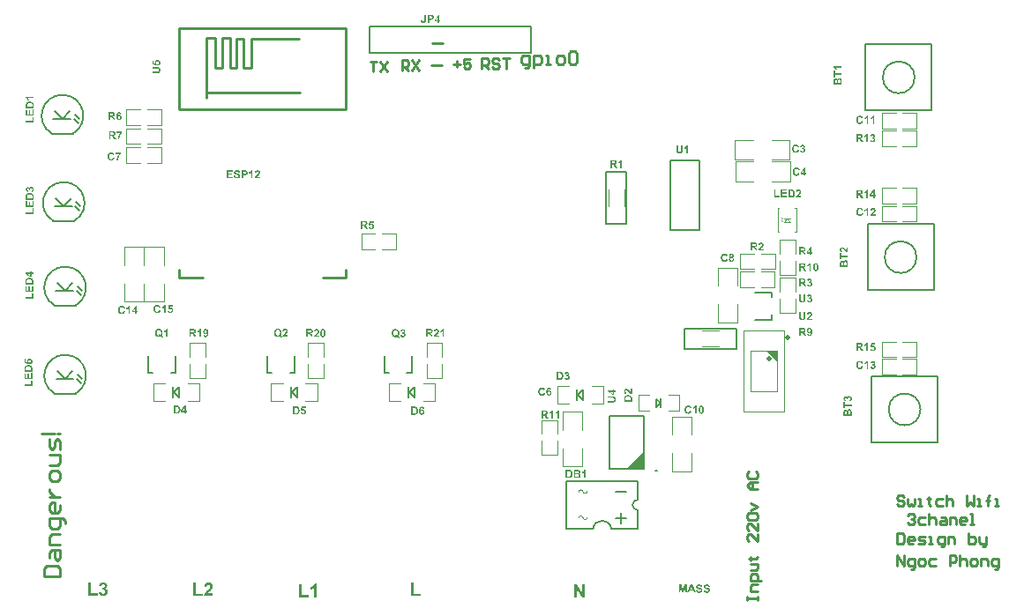
<source format=gto>
G04*
G04 #@! TF.GenerationSoftware,Altium Limited,Altium Designer,21.2.1 (34)*
G04*
G04 Layer_Color=65535*
%FSTAX24Y24*%
%MOIN*%
G70*
G04*
G04 #@! TF.SameCoordinates,9334BE2B-5F1B-4A57-B983-AC11F37A1BB9*
G04*
G04*
G04 #@! TF.FilePolarity,Positive*
G04*
G01*
G75*
%ADD10C,0.0030*%
%ADD11C,0.0070*%
%ADD12C,0.0060*%
%ADD13C,0.0070*%
%ADD14C,0.0100*%
%ADD15C,0.0039*%
%ADD16C,0.0050*%
%ADD17C,0.0079*%
%ADD18C,0.0040*%
%ADD19C,0.0197*%
G36*
X036779Y026566D02*
X036779Y027239D01*
X036106Y026566D01*
X036779Y026566D01*
D02*
G37*
G36*
X037232Y02657D02*
X037122Y02646D01*
X037342D01*
X037232Y02657D01*
D02*
G37*
G36*
X0418Y03103D02*
X04139Y03103D01*
X0418Y030619D01*
X0418Y03103D01*
D02*
G37*
G36*
X021396Y037869D02*
X021402Y037868D01*
X021407Y037868D01*
X021413Y037867D01*
X02142Y037866D01*
X021433Y037863D01*
X021448Y037859D01*
X021455Y037856D01*
X021461Y037852D01*
X021467Y037849D01*
X021473Y037844D01*
X021473Y037844D01*
X021474Y037843D01*
X021476Y037841D01*
X021478Y037839D01*
X02148Y037837D01*
X021482Y037834D01*
X021485Y03783D01*
X021488Y037826D01*
X02149Y037821D01*
X021493Y037816D01*
X021498Y037805D01*
X0215Y037799D01*
X021502Y037792D01*
X021503Y037785D01*
X021503Y037777D01*
X021442Y037775D01*
Y037775D01*
Y037776D01*
X021441Y037779D01*
X02144Y037783D01*
X021438Y037788D01*
X021436Y037793D01*
X021433Y037799D01*
X02143Y037804D01*
X021425Y037808D01*
X021425Y037809D01*
X021423Y03781D01*
X02142Y037811D01*
X021416Y037814D01*
X02141Y037815D01*
X021404Y037817D01*
X021396Y037818D01*
X021387Y037819D01*
X021383D01*
X021378Y037818D01*
X021372Y037817D01*
X021365Y037816D01*
X021358Y037814D01*
X021351Y037811D01*
X021345Y037808D01*
X021345Y037807D01*
X021344Y037806D01*
X021343Y037805D01*
X021341Y037803D01*
X021339Y0378D01*
X021337Y037797D01*
X021337Y037793D01*
X021336Y037789D01*
Y037788D01*
Y037787D01*
X021337Y037785D01*
X021337Y037782D01*
X021338Y037779D01*
X02134Y037776D01*
X021342Y037773D01*
X021345Y03777D01*
X021345Y03777D01*
X021347Y037768D01*
X021351Y037767D01*
X021353Y037766D01*
X021356Y037764D01*
X02136Y037762D01*
X021364Y037761D01*
X021368Y037759D01*
X021373Y037758D01*
X021379Y037756D01*
X021385Y037754D01*
X021393Y037752D01*
X021401Y03775D01*
X021401D01*
X021402Y03775D01*
X021405Y037749D01*
X021408Y037748D01*
X021412Y037747D01*
X021416Y037746D01*
X021425Y037744D01*
X021437Y03774D01*
X021447Y037737D01*
X021458Y037732D01*
X021462Y037731D01*
X021467Y037728D01*
X021467D01*
X021467Y037728D01*
X02147Y037726D01*
X021474Y037724D01*
X021479Y03772D01*
X021484Y037716D01*
X02149Y037711D01*
X021495Y037704D01*
X0215Y037697D01*
X0215Y037697D01*
X021502Y037694D01*
X021504Y03769D01*
X021506Y037684D01*
X021508Y037677D01*
X02151Y037669D01*
X021512Y03766D01*
X021512Y037649D01*
Y037649D01*
Y037648D01*
Y037647D01*
Y037645D01*
X021511Y03764D01*
X02151Y037633D01*
X021508Y037626D01*
X021506Y037618D01*
X021502Y037609D01*
X021497Y0376D01*
Y0376D01*
X021497Y037599D01*
X021495Y037596D01*
X021491Y037592D01*
X021487Y037588D01*
X021481Y037582D01*
X021474Y037577D01*
X021466Y037571D01*
X021456Y037566D01*
X021456D01*
X021455Y037566D01*
X021454Y037566D01*
X021452Y037565D01*
X021449Y037564D01*
X021446Y037563D01*
X021443Y037562D01*
X021438Y037561D01*
X021429Y037559D01*
X021418Y037558D01*
X021405Y037556D01*
X021391Y037556D01*
X021385D01*
X021381Y037556D01*
X021377Y037557D01*
X021371Y037557D01*
X021365Y037558D01*
X021358Y037559D01*
X021344Y037562D01*
X021337Y037565D01*
X021329Y037567D01*
X021322Y03757D01*
X021315Y037573D01*
X021308Y037578D01*
X021302Y037582D01*
X021302Y037583D01*
X021301Y037584D01*
X0213Y037585D01*
X021297Y037587D01*
X021295Y03759D01*
X021292Y037593D01*
X02129Y037597D01*
X021286Y037602D01*
X021283Y037607D01*
X02128Y037613D01*
X021277Y037619D01*
X021274Y037626D01*
X021272Y037633D01*
X021269Y037642D01*
X021267Y03765D01*
X021266Y03766D01*
X021325Y037666D01*
Y037665D01*
X021326Y037664D01*
Y037663D01*
X021326Y037661D01*
X021328Y037655D01*
X02133Y037649D01*
X021333Y037642D01*
X021337Y037634D01*
X021341Y037627D01*
X021347Y037621D01*
X021348Y037621D01*
X02135Y037619D01*
X021354Y037617D01*
X021359Y037614D01*
X021365Y037612D01*
X021372Y03761D01*
X021381Y037608D01*
X021391Y037608D01*
X021396D01*
X021402Y037608D01*
X021408Y037609D01*
X021415Y037611D01*
X021423Y037613D01*
X02143Y037616D01*
X021436Y03762D01*
X021436Y03762D01*
X021438Y037622D01*
X02144Y037625D01*
X021443Y037628D01*
X021446Y037632D01*
X021449Y037638D01*
X02145Y037643D01*
X021451Y037649D01*
Y037649D01*
Y037651D01*
X02145Y037653D01*
X02145Y037655D01*
X021448Y037661D01*
X021447Y037664D01*
X021444Y037667D01*
X021444Y037667D01*
X021443Y037668D01*
X021442Y03767D01*
X021439Y037672D01*
X021436Y037674D01*
X021432Y037676D01*
X021428Y037678D01*
X021422Y03768D01*
X021422D01*
X02142Y037681D01*
X021417Y037682D01*
X021412Y037684D01*
X021409Y037685D01*
X021406Y037685D01*
X021402Y037686D01*
X021397Y037688D01*
X021392Y037689D01*
X021387Y037691D01*
X021381Y037692D01*
X021374Y037694D01*
X021373D01*
X021372Y037694D01*
X021369Y037695D01*
X021366Y037696D01*
X021362Y037697D01*
X021357Y037698D01*
X021347Y037702D01*
X021336Y037706D01*
X021324Y037711D01*
X021314Y037717D01*
X021309Y03772D01*
X021305Y037724D01*
X021305Y037724D01*
X021304Y037725D01*
X021302Y037726D01*
X021301Y037728D01*
X021299Y037731D01*
X021296Y037733D01*
X021294Y037737D01*
X021291Y037741D01*
X021286Y03775D01*
X021282Y03776D01*
X02128Y037766D01*
X021279Y037772D01*
X021278Y037778D01*
X021278Y037785D01*
Y037785D01*
Y037785D01*
Y037787D01*
Y037789D01*
X021278Y037793D01*
X021279Y037799D01*
X021281Y037805D01*
X021283Y037813D01*
X021286Y03782D01*
X02129Y037828D01*
Y037828D01*
X021291Y037829D01*
X021293Y037831D01*
X021296Y037835D01*
X0213Y037839D01*
X021305Y037844D01*
X021312Y03785D01*
X021319Y037855D01*
X021328Y037859D01*
X021328D01*
X021329Y037859D01*
X021331Y03786D01*
X021332Y037861D01*
X021335Y037861D01*
X021337Y037862D01*
X021344Y037864D01*
X021353Y037866D01*
X021363Y037868D01*
X021375Y037869D01*
X021387Y037869D01*
X021393D01*
X021396Y037869D01*
D02*
G37*
G36*
X022176Y037865D02*
X022179Y037864D01*
X022184Y037864D01*
X022188Y037863D01*
X022194Y037862D01*
X022205Y037859D01*
X022217Y037855D01*
X022223Y037852D01*
X022229Y037849D01*
X022234Y037845D01*
X022239Y037841D01*
X022239Y03784D01*
X02224Y03784D01*
X022241Y037838D01*
X022243Y037837D01*
X022245Y037834D01*
X022247Y037831D01*
X022252Y037824D01*
X022256Y037815D01*
X02226Y037805D01*
X022264Y037794D01*
X022264Y037787D01*
X022265Y037781D01*
Y03778D01*
Y037778D01*
X022264Y037773D01*
X022264Y037768D01*
X022263Y037762D01*
X022261Y037756D01*
X022259Y037749D01*
X022257Y037742D01*
X022257Y037741D01*
X022256Y037738D01*
X022254Y037735D01*
X022252Y03773D01*
X022248Y037724D01*
X022244Y037718D01*
X022239Y037711D01*
X022234Y037703D01*
X022233Y037703D01*
X022232Y037701D01*
X022229Y037698D01*
X022225Y037694D01*
X02222Y037688D01*
X022213Y037681D01*
X022205Y037673D01*
X022195Y037665D01*
X022195Y037664D01*
X022194Y037664D01*
X022193Y037662D01*
X022191Y037661D01*
X022187Y037656D01*
X022181Y037651D01*
X022175Y037645D01*
X02217Y03764D01*
X022164Y037635D01*
X022163Y037633D01*
X022161Y037631D01*
X02216Y037631D01*
X022159Y03763D01*
X022158Y037628D01*
X022157Y037626D01*
X022153Y037621D01*
X022149Y037615D01*
X022265D01*
Y037561D01*
X022061D01*
Y037562D01*
Y037563D01*
X022062Y037565D01*
X022062Y037566D01*
X022063Y037569D01*
X022063Y037573D01*
X022065Y03758D01*
X022067Y037589D01*
X022071Y037599D01*
X022075Y037609D01*
X022081Y037619D01*
Y03762D01*
X022082Y03762D01*
X022082Y037622D01*
X022084Y037624D01*
X022086Y037627D01*
X022088Y03763D01*
X022092Y037634D01*
X022095Y037638D01*
X022099Y037643D01*
X022104Y037649D01*
X022109Y037655D01*
X022115Y037661D01*
X022122Y037668D01*
X022129Y037676D01*
X022137Y037684D01*
X022146Y037692D01*
X022147Y037692D01*
X022148Y037693D01*
X02215Y037696D01*
X022153Y037698D01*
X022155Y037701D01*
X022159Y037704D01*
X022167Y037712D01*
X022175Y03772D01*
X022183Y037728D01*
X022187Y037732D01*
X02219Y037735D01*
X022193Y037738D01*
X022194Y037741D01*
X022195Y037742D01*
X022196Y037744D01*
X022198Y037748D01*
X0222Y037752D01*
X022203Y037758D01*
X022205Y037764D01*
X022206Y03777D01*
X022206Y037777D01*
Y037778D01*
Y03778D01*
X022206Y037784D01*
X022205Y037788D01*
X022204Y037792D01*
X022202Y037797D01*
X0222Y037803D01*
X022196Y037807D01*
X022195Y037807D01*
X022194Y037809D01*
X022192Y03781D01*
X022188Y037812D01*
X022184Y037814D01*
X022179Y037815D01*
X022173Y037817D01*
X022167Y037817D01*
X022164D01*
X02216Y037817D01*
X022157Y037816D01*
X022152Y037815D01*
X022147Y037813D01*
X022142Y03781D01*
X022138Y037806D01*
X022137Y037806D01*
X022136Y037804D01*
X022135Y037802D01*
X022132Y037797D01*
X02213Y037792D01*
X022128Y037786D01*
X022127Y037779D01*
X022126Y03777D01*
X022068Y037775D01*
Y037776D01*
X022069Y037778D01*
Y03778D01*
X02207Y037783D01*
X02207Y037787D01*
X022071Y037791D01*
X022072Y037797D01*
X022074Y037802D01*
X022078Y037813D01*
X022084Y037825D01*
X022088Y03783D01*
X022091Y037835D01*
X022096Y03784D01*
X0221Y037844D01*
X022101Y037844D01*
X022102Y037845D01*
X022103Y037846D01*
X022105Y037847D01*
X022108Y037849D01*
X022111Y037851D01*
X022115Y037853D01*
X022119Y037855D01*
X022124Y037856D01*
X022129Y037858D01*
X022141Y037862D01*
X022153Y037864D01*
X022161Y037865D01*
X022172D01*
X022176Y037865D01*
D02*
G37*
G36*
X021982Y037561D02*
X021924D01*
Y03778D01*
X021924Y037779D01*
X021923Y037779D01*
X021921Y037777D01*
X021919Y037775D01*
X021916Y037773D01*
X021912Y03777D01*
X021908Y037767D01*
X021903Y037763D01*
X021898Y03776D01*
X021892Y037756D01*
X021879Y037749D01*
X021865Y037742D01*
X021849Y037736D01*
Y037789D01*
X02185D01*
X02185Y037789D01*
X021851Y03779D01*
X021853Y03779D01*
X021858Y037792D01*
X021864Y037795D01*
X021871Y037799D01*
X02188Y037804D01*
X021889Y037809D01*
X021898Y037817D01*
X021899Y037817D01*
X0219Y037818D01*
X021901Y037819D01*
X021903Y037821D01*
X021907Y037825D01*
X021913Y037831D01*
X021919Y037838D01*
X021925Y037846D01*
X021931Y037855D01*
X021935Y037865D01*
X021982D01*
Y037561D01*
D02*
G37*
G36*
X021686Y037864D02*
X021692D01*
X021704Y037863D01*
X021716Y037862D01*
X021722Y037862D01*
X021727Y037861D01*
X021731Y037861D01*
X021735Y03786D01*
X021735D01*
X021736Y037859D01*
X021737Y037859D01*
X021739Y037858D01*
X021744Y037856D01*
X02175Y037853D01*
X021757Y03785D01*
X021764Y037844D01*
X021771Y037838D01*
X021778Y03783D01*
Y037829D01*
X021779Y037829D01*
X02178Y037827D01*
X021781Y037826D01*
X021782Y037823D01*
X021784Y037821D01*
X021787Y037814D01*
X021791Y037805D01*
X021793Y037795D01*
X021795Y037784D01*
X021796Y037771D01*
Y03777D01*
Y037769D01*
Y037768D01*
Y037766D01*
X021796Y037761D01*
X021795Y037755D01*
X021794Y037747D01*
X021792Y037739D01*
X021789Y037732D01*
X021786Y037724D01*
X021786Y037723D01*
X021784Y037721D01*
X021782Y037718D01*
X021779Y037714D01*
X021775Y037708D01*
X021771Y037703D01*
X021766Y037699D01*
X02176Y037694D01*
X02176Y037694D01*
X021757Y037692D01*
X021754Y037691D01*
X021751Y037689D01*
X021745Y037686D01*
X02174Y037684D01*
X021734Y037682D01*
X021728Y03768D01*
X021727D01*
X021726Y037679D01*
X021724D01*
X021722Y037679D01*
X021719Y037679D01*
X021716Y037678D01*
X021712D01*
X021708Y037678D01*
X021703Y037677D01*
X021698Y037677D01*
X021692Y037676D01*
X021686D01*
X02168Y037676D01*
X021626D01*
Y037561D01*
X021564D01*
Y037864D01*
X02168D01*
X021686Y037864D01*
D02*
G37*
G36*
X021224Y037813D02*
X021061D01*
Y037746D01*
X021213D01*
Y037695D01*
X021061D01*
Y037613D01*
X02123D01*
Y037561D01*
X021D01*
Y037864D01*
X021224D01*
Y037813D01*
D02*
G37*
G36*
X033568Y028478D02*
X03351D01*
Y028697D01*
X03351Y028696D01*
X033509Y028695D01*
X033507Y028694D01*
X033505Y028692D01*
X033501Y028689D01*
X033498Y028686D01*
X033493Y028683D01*
X033488Y02868D01*
X033483Y028676D01*
X033477Y028673D01*
X033465Y028666D01*
X033451Y028659D01*
X033435Y028653D01*
Y028705D01*
X033435D01*
X033436Y028706D01*
X033437Y028706D01*
X033439Y028707D01*
X033444Y028709D01*
X03345Y028712D01*
X033457Y028716D01*
X033465Y028721D01*
X033475Y028726D01*
X033484Y028733D01*
X033485Y028734D01*
X033486Y028734D01*
X033487Y028736D01*
X033488Y028737D01*
X033493Y028741D01*
X033499Y028747D01*
X033505Y028754D01*
X033511Y028763D01*
X033517Y028772D01*
X033521Y028782D01*
X033568D01*
Y028478D01*
D02*
G37*
G36*
X033333D02*
X033275D01*
Y028697D01*
X033274Y028696D01*
X033274Y028695D01*
X033272Y028694D01*
X033269Y028692D01*
X033266Y028689D01*
X033263Y028686D01*
X033258Y028683D01*
X033253Y02868D01*
X033248Y028676D01*
X033242Y028673D01*
X03323Y028666D01*
X033215Y028659D01*
X0332Y028653D01*
Y028705D01*
X0332D01*
X033201Y028706D01*
X033202Y028706D01*
X033204Y028707D01*
X033209Y028709D01*
X033215Y028712D01*
X033222Y028716D01*
X03323Y028721D01*
X033239Y028726D01*
X033249Y028733D01*
X03325Y028734D01*
X033251Y028734D01*
X033252Y028736D01*
X033253Y028737D01*
X033258Y028741D01*
X033264Y028747D01*
X03327Y028754D01*
X033276Y028763D01*
X033281Y028772D01*
X033286Y028782D01*
X033333D01*
Y028478D01*
D02*
G37*
G36*
X033032Y028781D02*
X033041D01*
X033046Y02878D01*
X033058Y028779D01*
X033069Y028777D01*
X03308Y028775D01*
X033085Y028774D01*
X03309Y028773D01*
X03309D01*
X033091Y028772D01*
X033093Y028771D01*
X033097Y028769D01*
X033103Y028766D01*
X033108Y028762D01*
X033114Y028757D01*
X03312Y028751D01*
X033125Y028743D01*
X033126Y028742D01*
X033127Y028739D01*
X033129Y028735D01*
X033132Y028729D01*
X033134Y028722D01*
X033137Y028715D01*
X033138Y028705D01*
X033138Y028696D01*
Y028695D01*
Y028694D01*
Y028692D01*
X033138Y02869D01*
Y028687D01*
X033138Y028684D01*
X033136Y028676D01*
X033133Y028667D01*
X03313Y028657D01*
X033125Y028648D01*
X033122Y028644D01*
X033118Y028639D01*
Y028639D01*
X033117Y028639D01*
X033116Y028638D01*
X033115Y028636D01*
X033112Y028634D01*
X03311Y028632D01*
X033107Y02863D01*
X033103Y028627D01*
X033099Y028625D01*
X033095Y028623D01*
X03309Y028621D01*
X033085Y028618D01*
X033079Y028616D01*
X033073Y028614D01*
X033066Y028613D01*
X033059Y028611D01*
X033059D01*
X03306Y028611D01*
X033062Y028609D01*
X033066Y028607D01*
X03307Y028604D01*
X033075Y0286D01*
X033081Y028596D01*
X033086Y028591D01*
X033091Y028586D01*
X033092Y028586D01*
X033094Y028583D01*
X033097Y02858D01*
X033101Y028575D01*
X033106Y028568D01*
X033111Y02856D01*
X033115Y028555D01*
X033118Y028549D01*
X033122Y028544D01*
X033126Y028537D01*
X033163Y028478D01*
X03309D01*
X033046Y028544D01*
X033046Y028544D01*
X033045Y028545D01*
X033044Y028547D01*
X033043Y028549D01*
X033041Y028552D01*
X033038Y028555D01*
X033033Y028562D01*
X033028Y02857D01*
X033023Y028577D01*
X033018Y028584D01*
X033016Y028586D01*
X033014Y028588D01*
X033014Y028589D01*
X033013Y02859D01*
X033011Y028592D01*
X033008Y028593D01*
X033003Y028598D01*
X032999Y028599D01*
X032996Y028601D01*
X032995D01*
X032994Y028601D01*
X032991Y028602D01*
X032988Y028603D01*
X032984Y028603D01*
X032979Y028604D01*
X032973Y028604D01*
X032953D01*
Y028478D01*
X032892D01*
Y028781D01*
X033027D01*
X033032Y028781D01*
D02*
G37*
G36*
X033865Y030243D02*
X033868Y030243D01*
X033872Y030242D01*
X033878Y030241D01*
X033883Y030241D01*
X033893Y030237D01*
X033899Y030235D01*
X033905Y030232D01*
X03391Y030229D01*
X033916Y030225D01*
X033921Y030221D01*
X033926Y030216D01*
X033927Y030216D01*
X033927Y030215D01*
X033928Y030214D01*
X03393Y030212D01*
X033933Y030208D01*
X033937Y030201D01*
X033941Y030194D01*
X033945Y030186D01*
X033947Y030176D01*
X033948Y030171D01*
Y030166D01*
Y030165D01*
Y030164D01*
X033948Y030162D01*
Y030159D01*
X033947Y030156D01*
X033946Y030152D01*
X033944Y030148D01*
X033943Y030143D01*
X03394Y030138D01*
X033937Y030133D01*
X033934Y030128D01*
X03393Y030123D01*
X033925Y030117D01*
X033919Y030112D01*
X033912Y030107D01*
X033904Y030102D01*
X033905D01*
X033906Y030102D01*
X033907D01*
X033908Y030101D01*
X033913Y0301D01*
X033919Y030097D01*
X033926Y030094D01*
X033933Y030089D01*
X033939Y030084D01*
X033946Y030077D01*
X033946Y030076D01*
X033948Y030074D01*
X033951Y03007D01*
X033954Y030064D01*
X033956Y030058D01*
X033959Y030049D01*
X033961Y030041D01*
X033961Y03003D01*
Y03003D01*
Y030029D01*
Y030027D01*
X033961Y030024D01*
X03396Y03002D01*
X03396Y030017D01*
X033959Y030012D01*
X033958Y030007D01*
X033954Y029996D01*
X033952Y029991D01*
X033949Y029985D01*
X033946Y029979D01*
X033942Y029974D01*
X033937Y029968D01*
X033932Y029963D01*
X033931Y029962D01*
X033931Y029961D01*
X033929Y02996D01*
X033927Y029958D01*
X033924Y029956D01*
X03392Y029954D01*
X033917Y029951D01*
X033912Y029949D01*
X033907Y029946D01*
X033902Y029943D01*
X033895Y029941D01*
X033889Y029939D01*
X033882Y029937D01*
X033875Y029936D01*
X033867Y029935D01*
X03386Y029934D01*
X033855D01*
X033853Y029935D01*
X033849Y029935D01*
X033845Y029936D01*
X03384Y029936D01*
X033836Y029937D01*
X033825Y02994D01*
X033813Y029945D01*
X033807Y029947D01*
X033801Y02995D01*
X033796Y029954D01*
X033791Y029958D01*
X03379Y029958D01*
X03379Y029959D01*
X033789Y02996D01*
X033787Y029962D01*
X033784Y029964D01*
X033782Y029968D01*
X03378Y029971D01*
X033777Y029975D01*
X033771Y029983D01*
X033766Y029994D01*
X033762Y030006D01*
X033761Y030013D01*
X03376Y03002D01*
X033816Y030027D01*
Y030026D01*
Y030026D01*
X033817Y030023D01*
X033818Y030019D01*
X033819Y030014D01*
X033821Y030009D01*
X033823Y030004D01*
X033826Y029998D01*
X03383Y029993D01*
X033831Y029993D01*
X033833Y029992D01*
X033835Y02999D01*
X033839Y029988D01*
X033843Y029986D01*
X033848Y029984D01*
X033853Y029983D01*
X033859Y029982D01*
X033862D01*
X033866Y029983D01*
X03387Y029984D01*
X033874Y029986D01*
X033879Y029988D01*
X033884Y029991D01*
X03389Y029996D01*
X03389Y029996D01*
X033891Y029999D01*
X033894Y030001D01*
X033896Y030005D01*
X033898Y030011D01*
X0339Y030017D01*
X033902Y030025D01*
X033902Y030033D01*
Y030034D01*
Y030034D01*
Y030037D01*
X033902Y030041D01*
X033901Y030046D01*
X033899Y030052D01*
X033897Y030057D01*
X033894Y030063D01*
X03389Y030068D01*
X03389Y030069D01*
X033888Y03007D01*
X033885Y030072D01*
X033882Y030075D01*
X033878Y030077D01*
X033872Y030079D01*
X033867Y030081D01*
X033861Y030081D01*
X033857D01*
X033854Y030081D01*
X03385Y03008D01*
X033845Y030079D01*
X03384Y030078D01*
X033835Y030076D01*
X033841Y030123D01*
X033845D01*
X033849Y030124D01*
X033854Y030124D01*
X03386Y030125D01*
X033866Y030127D01*
X033872Y03013D01*
X033877Y030133D01*
X033878Y030134D01*
X033879Y030135D01*
X033881Y030138D01*
X033884Y030141D01*
X033886Y030145D01*
X033888Y03015D01*
X03389Y030156D01*
X03389Y030162D01*
Y030163D01*
Y030165D01*
X03389Y030168D01*
X033889Y030171D01*
X033888Y030175D01*
X033886Y030179D01*
X033884Y030183D01*
X033881Y030187D01*
X03388Y030187D01*
X033879Y030188D01*
X033877Y030189D01*
X033874Y030191D01*
X033871Y030193D01*
X033866Y030194D01*
X033861Y030195D01*
X033856Y030196D01*
X033854D01*
X033851Y030195D01*
X033847Y030194D01*
X033843Y030193D01*
X033839Y030191D01*
X033834Y030189D01*
X03383Y030185D01*
X03383Y030185D01*
X033828Y030183D01*
X033827Y030181D01*
X033825Y030178D01*
X033822Y030173D01*
X03382Y030168D01*
X033819Y030162D01*
X033818Y030155D01*
X033764Y030164D01*
Y030165D01*
X033765Y030165D01*
Y030167D01*
X033765Y030169D01*
X033766Y030174D01*
X033768Y03018D01*
X033771Y030187D01*
X033773Y030194D01*
X033777Y030202D01*
X033781Y030208D01*
X033781Y030209D01*
X033783Y030211D01*
X033785Y030214D01*
X033789Y030218D01*
X033794Y030222D01*
X033799Y030226D01*
X033805Y03023D01*
X033812Y030234D01*
X033813D01*
X033813Y030235D01*
X033816Y030236D01*
X03382Y030237D01*
X033825Y030239D01*
X033832Y030241D01*
X03384Y030242D01*
X033848Y030243D01*
X033858Y030244D01*
X033862D01*
X033865Y030243D01*
D02*
G37*
G36*
X033594Y030242D02*
X033602Y030242D01*
X033612Y030241D01*
X033621Y030241D01*
X03363Y030239D01*
X033639Y030237D01*
X033639D01*
X03364Y030236D01*
X033641Y030236D01*
X033643Y030236D01*
X033648Y030233D01*
X033654Y03023D01*
X033661Y030227D01*
X033669Y030222D01*
X033677Y030216D01*
X033684Y030209D01*
X033684D01*
X033685Y030208D01*
X033687Y030205D01*
X03369Y030201D01*
X033695Y030195D01*
X0337Y030188D01*
X033704Y03018D01*
X033709Y030171D01*
X033713Y03016D01*
Y030159D01*
X033713Y030159D01*
X033714Y030157D01*
X033714Y030155D01*
X033715Y030152D01*
X033716Y030148D01*
X033717Y030145D01*
X033718Y03014D01*
X033719Y030135D01*
X03372Y03013D01*
X033722Y030117D01*
X033723Y030104D01*
X033723Y030088D01*
Y030088D01*
Y030087D01*
Y030085D01*
Y030082D01*
X033723Y030079D01*
Y030075D01*
X033722Y030066D01*
X033721Y030056D01*
X033719Y030046D01*
X033717Y030034D01*
X033713Y030024D01*
Y030023D01*
X033713Y030023D01*
X033712Y030021D01*
X033712Y030018D01*
X03371Y030016D01*
X033709Y030012D01*
X033705Y030005D01*
X0337Y029996D01*
X033695Y029987D01*
X033689Y029979D01*
X033681Y02997D01*
X03368Y02997D01*
X033678Y029968D01*
X033675Y029965D01*
X03367Y029962D01*
X033664Y029958D01*
X033656Y029953D01*
X033648Y02995D01*
X033638Y029946D01*
X033637Y029946D01*
X033635Y029945D01*
X03363Y029944D01*
X033624Y029943D01*
X033617Y029942D01*
X033607Y029941D01*
X033596Y02994D01*
X033584Y02994D01*
X03347D01*
Y030243D01*
X03359D01*
X033594Y030242D01*
D02*
G37*
G36*
X033197Y029642D02*
X0332D01*
X033203Y029642D01*
X033211Y02964D01*
X03322Y029638D01*
X03323Y029634D01*
X033239Y02963D01*
X033248Y029623D01*
X033249D01*
X033249Y029622D01*
X033252Y02962D01*
X033255Y029615D01*
X03326Y029609D01*
X033265Y029601D01*
X03327Y029591D01*
X033274Y02958D01*
X033277Y029567D01*
X033221Y029561D01*
Y029562D01*
X03322Y029564D01*
X033219Y029567D01*
X033219Y029571D01*
X033217Y029575D01*
X033215Y029579D01*
X033213Y029583D01*
X03321Y029586D01*
X033209Y029587D01*
X033208Y029588D01*
X033207Y029589D01*
X033204Y02959D01*
X033201Y029592D01*
X033197Y029593D01*
X033193Y029594D01*
X033188Y029595D01*
X033187D01*
X033184Y029594D01*
X033181Y029594D01*
X033177Y029593D01*
X033172Y02959D01*
X033166Y029588D01*
X033161Y029584D01*
X033156Y029578D01*
X033156Y029577D01*
X033155Y029576D01*
X033154Y029575D01*
X033154Y029573D01*
X033152Y02957D01*
X033151Y029567D01*
X03315Y029563D01*
X033148Y029559D01*
X033147Y029554D01*
X033146Y029549D01*
X033144Y029542D01*
X033143Y029535D01*
X033142Y029527D01*
X033142Y029519D01*
X033141Y029509D01*
X033141Y02951D01*
X033142Y02951D01*
X033143Y029512D01*
X033144Y029514D01*
X033149Y029518D01*
X033155Y029522D01*
X033163Y029527D01*
X033172Y029531D01*
X033183Y029534D01*
X033189Y029535D01*
X033195Y029535D01*
X033198D01*
X033201Y029535D01*
X033204Y029534D01*
X033207Y029534D01*
X033216Y029531D01*
X033225Y029528D01*
X033231Y029526D01*
X033236Y029523D01*
X033241Y02952D01*
X033246Y029516D01*
X033251Y029512D01*
X033256Y029507D01*
X033257Y029507D01*
X033257Y029506D01*
X033259Y029504D01*
X033261Y029502D01*
X033262Y029499D01*
X033265Y029496D01*
X033267Y029492D01*
X03327Y029488D01*
X033272Y029483D01*
X033274Y029478D01*
X033277Y029472D01*
X033278Y029465D01*
X03328Y029459D01*
X033282Y029451D01*
X033282Y029443D01*
X033283Y029436D01*
Y029435D01*
Y029434D01*
Y029431D01*
X033282Y029428D01*
X033282Y029424D01*
X033281Y029419D01*
X03328Y029414D01*
X033279Y029409D01*
X033276Y029397D01*
X033274Y029391D01*
X033271Y029384D01*
X033268Y029378D01*
X033264Y029372D01*
X03326Y029366D01*
X033255Y029361D01*
X033255Y02936D01*
X033254Y02936D01*
X033252Y029358D01*
X03325Y029357D01*
X033248Y029354D01*
X033244Y029352D01*
X03324Y02935D01*
X033236Y029347D01*
X033231Y029344D01*
X033226Y029342D01*
X03322Y02934D01*
X033214Y029337D01*
X033207Y029336D01*
X033201Y029335D01*
X033193Y029334D01*
X033185Y029333D01*
X033184D01*
X033181Y029334D01*
X033178D01*
X033174Y029334D01*
X033169Y029335D01*
X033164Y029336D01*
X033159Y029338D01*
X033153Y02934D01*
X033147Y029342D01*
X03314Y029345D01*
X033134Y029348D01*
X033128Y029352D01*
X033121Y029357D01*
X033115Y029362D01*
X03311Y029369D01*
X033109Y029369D01*
X033108Y029371D01*
X033107Y029372D01*
X033105Y029376D01*
X033103Y029379D01*
X033101Y029384D01*
X033098Y02939D01*
X033095Y029397D01*
X033093Y029404D01*
X03309Y029413D01*
X033088Y029422D01*
X033085Y029433D01*
X033083Y029444D01*
X033082Y029457D01*
X033081Y029471D01*
X033081Y029485D01*
Y029486D01*
Y029486D01*
Y029489D01*
Y029493D01*
X033081Y029499D01*
X033082Y029506D01*
X033083Y029514D01*
X033083Y029522D01*
X033084Y029532D01*
X033088Y029551D01*
X03309Y029561D01*
X033094Y029572D01*
X033097Y029581D01*
X033101Y02959D01*
X033106Y029598D01*
X033111Y029606D01*
X033112Y029606D01*
X033113Y029607D01*
X033114Y029609D01*
X033117Y029612D01*
X03312Y029614D01*
X033124Y029617D01*
X033128Y029621D01*
X033133Y029624D01*
X033138Y029627D01*
X033144Y029631D01*
X033151Y029634D01*
X033158Y029637D01*
X033166Y029639D01*
X033173Y029641D01*
X033182Y029642D01*
X033191Y029643D01*
X033194D01*
X033197Y029642D01*
D02*
G37*
G36*
X032928Y029646D02*
X032933Y029646D01*
X032938Y029645D01*
X032944Y029644D01*
X032951Y029643D01*
X032958Y029641D01*
X032965Y029638D01*
X032973Y029636D01*
X03298Y029633D01*
X032988Y029629D01*
X032995Y029625D01*
X033002Y02962D01*
X033009Y029614D01*
X033009D01*
X03301Y029613D01*
X033012Y02961D01*
X033016Y029606D01*
X03302Y029599D01*
X033025Y029591D01*
X033031Y029582D01*
X033036Y029571D01*
X03304Y029558D01*
X03298Y029544D01*
Y029544D01*
X032979Y029545D01*
X032979Y029548D01*
X032977Y029552D01*
X032975Y029557D01*
X032972Y029563D01*
X032968Y029569D01*
X032963Y029575D01*
X032957Y029581D01*
X032956Y029581D01*
X032954Y029583D01*
X032951Y029585D01*
X032946Y029588D01*
X03294Y02959D01*
X032932Y029592D01*
X032924Y029594D01*
X032916Y029595D01*
X032912D01*
X03291Y029594D01*
X032907Y029594D01*
X032904Y029593D01*
X032896Y029591D01*
X032888Y029589D01*
X032878Y029585D01*
X032874Y029582D01*
X03287Y029579D01*
X032865Y029574D01*
X032861Y02957D01*
Y02957D01*
X03286Y029569D01*
X032859Y029567D01*
X032858Y029566D01*
X032857Y029563D01*
X032855Y02956D01*
X032853Y029556D01*
X032851Y029551D01*
X032849Y029546D01*
X032847Y029541D01*
X032845Y029534D01*
X032844Y029527D01*
X032842Y02952D01*
X032841Y029511D01*
X032841Y029502D01*
X032841Y029492D01*
Y029491D01*
Y02949D01*
Y029486D01*
X032841Y029483D01*
Y029478D01*
X032841Y029472D01*
X032842Y029466D01*
X032843Y02946D01*
X032846Y029447D01*
X032849Y029433D01*
X032852Y029426D01*
X032854Y02942D01*
X032857Y029415D01*
X032861Y02941D01*
X032861Y029409D01*
X032862Y029409D01*
X032864Y029406D01*
X032869Y029402D01*
X032875Y029398D01*
X032883Y029393D01*
X032892Y02939D01*
X032903Y029387D01*
X032908Y029386D01*
X032914Y029386D01*
X032917D01*
X032918Y029386D01*
X032923Y029387D01*
X032929Y029388D01*
X032936Y02939D01*
X032942Y029392D01*
X032949Y029396D01*
X032956Y029401D01*
X032957Y029402D01*
X032959Y029404D01*
X032962Y029408D01*
X032966Y029413D01*
X03297Y02942D01*
X032974Y029429D01*
X032978Y029438D01*
X032982Y02945D01*
X033041Y029432D01*
Y029431D01*
X033041Y02943D01*
X03304Y029427D01*
X033038Y029424D01*
X033037Y029419D01*
X033035Y029415D01*
X033033Y029409D01*
X03303Y029404D01*
X033024Y029392D01*
X033016Y029379D01*
X033006Y029368D01*
X033001Y029362D01*
X032995Y029358D01*
X032995Y029357D01*
X032994Y029357D01*
X032992Y029355D01*
X03299Y029354D01*
X032987Y029352D01*
X032983Y02935D01*
X032978Y029348D01*
X032973Y029346D01*
X032968Y029343D01*
X032962Y029341D01*
X032955Y029339D01*
X032948Y029337D01*
X032941Y029336D01*
X032933Y029335D01*
X032924Y029334D01*
X032915Y029334D01*
X032912D01*
X032909Y029334D01*
X032905D01*
X0329Y029335D01*
X032894Y029336D01*
X032888Y029337D01*
X03288Y029339D01*
X032872Y029341D01*
X032864Y029344D01*
X032856Y029347D01*
X032848Y029351D01*
X03284Y029356D01*
X032831Y029361D01*
X032823Y029367D01*
X032816Y029375D01*
X032816Y029375D01*
X032814Y029377D01*
X032812Y029379D01*
X03281Y029382D01*
X032807Y029386D01*
X032804Y029391D01*
X0328Y029397D01*
X032797Y029404D01*
X032793Y029412D01*
X03279Y02942D01*
X032787Y02943D01*
X032783Y02944D01*
X032781Y02945D01*
X032779Y029462D01*
X032778Y029474D01*
X032777Y029487D01*
Y029488D01*
Y02949D01*
X032778Y029495D01*
Y0295D01*
X032779Y029506D01*
X032779Y029514D01*
X032781Y029521D01*
X032782Y02953D01*
X032784Y02954D01*
X032787Y029549D01*
X03279Y029559D01*
X032794Y029569D01*
X032798Y029579D01*
X032803Y029588D01*
X032809Y029596D01*
X032816Y029605D01*
X032817Y029605D01*
X032818Y029607D01*
X03282Y029608D01*
X032823Y029611D01*
X032827Y029614D01*
X032832Y029618D01*
X032837Y029622D01*
X032844Y029626D01*
X032851Y02963D01*
X032859Y029633D01*
X032867Y029637D01*
X032876Y02964D01*
X032886Y029643D01*
X032896Y029645D01*
X032907Y029646D01*
X032919Y029647D01*
X032924D01*
X032928Y029646D01*
D02*
G37*
G36*
X018389Y032776D02*
X018394Y032776D01*
X0184Y032775D01*
X018406Y032774D01*
X018412Y032773D01*
X018419Y032771D01*
X018426Y032768D01*
X018434Y032766D01*
X018441Y032763D01*
X018449Y032759D01*
X018456Y032755D01*
X018463Y03275D01*
X01847Y032744D01*
X018471D01*
X018471Y032743D01*
X018473Y03274D01*
X018477Y032736D01*
X018482Y032729D01*
X018487Y032721D01*
X018492Y032712D01*
X018497Y032701D01*
X018501Y032688D01*
X018441Y032674D01*
Y032674D01*
X018441Y032675D01*
X01844Y032678D01*
X018438Y032682D01*
X018436Y032687D01*
X018433Y032693D01*
X018429Y032699D01*
X018424Y032705D01*
X018418Y032711D01*
X018418Y032711D01*
X018415Y032713D01*
X018412Y032715D01*
X018407Y032718D01*
X018401Y03272D01*
X018394Y032722D01*
X018386Y032724D01*
X018377Y032725D01*
X018374D01*
X018371Y032724D01*
X018369Y032724D01*
X018365Y032723D01*
X018358Y032721D01*
X018349Y032719D01*
X01834Y032715D01*
X018335Y032712D01*
X018331Y032709D01*
X018327Y032704D01*
X018323Y0327D01*
Y0327D01*
X018322Y032699D01*
X018321Y032697D01*
X018319Y032696D01*
X018318Y032693D01*
X018316Y03269D01*
X018314Y032686D01*
X018312Y032681D01*
X01831Y032676D01*
X018308Y032671D01*
X018306Y032664D01*
X018305Y032657D01*
X018304Y03265D01*
X018303Y032641D01*
X018302Y032632D01*
X018302Y032622D01*
Y032621D01*
Y03262D01*
Y032616D01*
X018302Y032613D01*
Y032608D01*
X018303Y032602D01*
X018304Y032596D01*
X018305Y03259D01*
X018307Y032577D01*
X018311Y032563D01*
X018313Y032556D01*
X018316Y03255D01*
X018318Y032545D01*
X018322Y03254D01*
X018323Y032539D01*
X018323Y032539D01*
X018326Y032536D01*
X01833Y032532D01*
X018336Y032528D01*
X018344Y032523D01*
X018353Y03252D01*
X018364Y032517D01*
X01837Y032516D01*
X018376Y032516D01*
X018378D01*
X01838Y032516D01*
X018384Y032517D01*
X01839Y032518D01*
X018397Y03252D01*
X018404Y032522D01*
X018411Y032526D01*
X018418Y032531D01*
X018418Y032532D01*
X01842Y032534D01*
X018424Y032538D01*
X018427Y032543D01*
X018431Y03255D01*
X018436Y032559D01*
X01844Y032568D01*
X018443Y03258D01*
X018502Y032562D01*
Y032561D01*
X018502Y03256D01*
X018501Y032557D01*
X0185Y032554D01*
X018498Y032549D01*
X018496Y032545D01*
X018494Y032539D01*
X018491Y032534D01*
X018485Y032522D01*
X018477Y032509D01*
X018468Y032498D01*
X018463Y032492D01*
X018457Y032488D01*
X018456Y032487D01*
X018455Y032487D01*
X018453Y032485D01*
X018451Y032484D01*
X018448Y032482D01*
X018444Y03248D01*
X01844Y032478D01*
X018435Y032476D01*
X018429Y032473D01*
X018423Y032471D01*
X018417Y032469D01*
X01841Y032467D01*
X018402Y032466D01*
X018394Y032465D01*
X018385Y032464D01*
X018376Y032464D01*
X018374D01*
X018371Y032464D01*
X018366D01*
X018361Y032465D01*
X018355Y032466D01*
X018349Y032467D01*
X018341Y032469D01*
X018334Y032471D01*
X018326Y032474D01*
X018318Y032477D01*
X018309Y032481D01*
X018301Y032486D01*
X018293Y032491D01*
X018285Y032497D01*
X018277Y032505D01*
X018277Y032505D01*
X018276Y032507D01*
X018274Y032509D01*
X018271Y032512D01*
X018269Y032516D01*
X018265Y032521D01*
X018262Y032527D01*
X018258Y032534D01*
X018254Y032542D01*
X018251Y03255D01*
X018248Y03256D01*
X018245Y03257D01*
X018242Y03258D01*
X018241Y032592D01*
X018239Y032604D01*
X018239Y032617D01*
Y032618D01*
Y03262D01*
X018239Y032625D01*
Y03263D01*
X01824Y032636D01*
X018241Y032644D01*
X018242Y032651D01*
X018244Y03266D01*
X018246Y03267D01*
X018248Y032679D01*
X018251Y032689D01*
X018255Y032699D01*
X018259Y032709D01*
X018264Y032718D01*
X01827Y032726D01*
X018277Y032735D01*
X018278Y032735D01*
X018279Y032737D01*
X018282Y032738D01*
X018284Y032741D01*
X018288Y032744D01*
X018293Y032748D01*
X018299Y032752D01*
X018305Y032756D01*
X018312Y03276D01*
X01832Y032763D01*
X018328Y032767D01*
X018337Y03277D01*
X018347Y032773D01*
X018358Y032775D01*
X018369Y032776D01*
X01838Y032777D01*
X018386D01*
X018389Y032776D01*
D02*
G37*
G36*
X018968Y032713D02*
X018858D01*
X018849Y032661D01*
X01885Y032662D01*
X018852Y032663D01*
X018856Y032665D01*
X018861Y032667D01*
X018867Y032668D01*
X018874Y03267D01*
X018881Y032671D01*
X018889Y032671D01*
X018892D01*
X018895Y032671D01*
X018898Y03267D01*
X018903Y03267D01*
X018907Y032669D01*
X018911Y032667D01*
X018922Y032664D01*
X018927Y032662D01*
X018932Y032659D01*
X018938Y032656D01*
X018944Y032652D01*
X018949Y032648D01*
X018954Y032643D01*
X018955Y032643D01*
X018956Y032642D01*
X018956Y03264D01*
X018958Y032638D01*
X018961Y032635D01*
X018963Y032632D01*
X018965Y032628D01*
X018968Y032623D01*
X01897Y032618D01*
X018973Y032613D01*
X018975Y032607D01*
X018977Y0326D01*
X018979Y032593D01*
X01898Y032586D01*
X018981Y032578D01*
X018981Y03257D01*
Y032569D01*
Y032568D01*
Y032566D01*
X018981Y032563D01*
Y03256D01*
X01898Y032556D01*
X018979Y032552D01*
X018979Y032548D01*
X018976Y032537D01*
X018972Y032526D01*
X018967Y032514D01*
X018963Y032508D01*
X01896Y032503D01*
X018959Y032502D01*
X018958Y032501D01*
X018956Y032499D01*
X018954Y032497D01*
X018951Y032494D01*
X018948Y03249D01*
X018943Y032487D01*
X018938Y032483D01*
X018933Y032479D01*
X018926Y032476D01*
X01892Y032472D01*
X018913Y032469D01*
X018905Y032467D01*
X018896Y032465D01*
X018887Y032464D01*
X018878Y032463D01*
X018873D01*
X018871Y032464D01*
X018867D01*
X018863Y032465D01*
X018858Y032465D01*
X018853Y032466D01*
X018843Y032469D01*
X018831Y032472D01*
X01882Y032478D01*
X018814Y032482D01*
X018809Y032485D01*
X018809Y032486D01*
X018808Y032486D01*
X018807Y032488D01*
X018805Y03249D01*
X018803Y032492D01*
X018801Y032495D01*
X018798Y032498D01*
X018796Y032502D01*
X01879Y03251D01*
X018785Y03252D01*
X018781Y032533D01*
X018779Y032539D01*
X018778Y032546D01*
X018836Y032552D01*
Y032551D01*
X018836Y032549D01*
X018837Y032545D01*
X018838Y032541D01*
X01884Y032536D01*
X018843Y032531D01*
X018846Y032525D01*
X01885Y032521D01*
X01885Y03252D01*
X018852Y032519D01*
X018855Y032517D01*
X018858Y032515D01*
X018862Y032514D01*
X018867Y032512D01*
X018873Y03251D01*
X018878Y03251D01*
X018879D01*
X018881Y03251D01*
X018885Y032511D01*
X018889Y032512D01*
X018894Y032514D01*
X018899Y032516D01*
X018904Y03252D01*
X018909Y032525D01*
X018909Y032525D01*
X018911Y032527D01*
X018913Y032531D01*
X018915Y032536D01*
X018918Y032542D01*
X01892Y032549D01*
X018921Y032559D01*
X018922Y032569D01*
Y032569D01*
Y03257D01*
Y032572D01*
Y032573D01*
X018921Y032579D01*
X01892Y032585D01*
X018919Y032591D01*
X018916Y032598D01*
X018913Y032605D01*
X018909Y032611D01*
X018908Y032611D01*
X018907Y032613D01*
X018904Y032615D01*
X0189Y032618D01*
X018896Y03262D01*
X01889Y032623D01*
X018884Y032625D01*
X018877Y032625D01*
X018874D01*
X018873Y032625D01*
X018867Y032624D01*
X018861Y032622D01*
X018855Y03262D01*
X018847Y032616D01*
X018839Y03261D01*
X018835Y032607D01*
X018832Y032603D01*
X018785Y032609D01*
X018814Y032767D01*
X018968D01*
Y032713D01*
D02*
G37*
G36*
X018691Y032469D02*
X018633D01*
Y032687D01*
X018632Y032687D01*
X018631Y032686D01*
X01863Y032685D01*
X018627Y032682D01*
X018624Y03268D01*
X01862Y032677D01*
X018616Y032674D01*
X018611Y032671D01*
X018606Y032667D01*
X0186Y032663D01*
X018588Y032656D01*
X018573Y03265D01*
X018558Y032644D01*
Y032696D01*
X018558D01*
X018559Y032697D01*
X01856Y032697D01*
X018562Y032697D01*
X018566Y032699D01*
X018572Y032703D01*
X01858Y032706D01*
X018588Y032711D01*
X018597Y032717D01*
X018607Y032724D01*
X018607Y032725D01*
X018608Y032725D01*
X01861Y032726D01*
X018611Y032728D01*
X018616Y032732D01*
X018622Y032738D01*
X018628Y032745D01*
X018634Y032753D01*
X018639Y032762D01*
X018643Y032773D01*
X018691D01*
Y032469D01*
D02*
G37*
G36*
X017048Y032736D02*
X017052Y032736D01*
X017058Y032735D01*
X017064Y032734D01*
X01707Y032732D01*
X017078Y032731D01*
X017085Y032728D01*
X017093Y032726D01*
X0171Y032723D01*
X017107Y032719D01*
X017115Y032714D01*
X017122Y032709D01*
X017128Y032703D01*
X017129D01*
X017129Y032702D01*
X017132Y0327D01*
X017135Y032695D01*
X01714Y032689D01*
X017145Y032681D01*
X017151Y032672D01*
X017156Y032661D01*
X01716Y032648D01*
X017099Y032634D01*
Y032634D01*
X017099Y032635D01*
X017099Y032637D01*
X017097Y032642D01*
X017094Y032647D01*
X017092Y032653D01*
X017087Y032659D01*
X017083Y032665D01*
X017077Y032671D01*
X017076Y032671D01*
X017074Y032673D01*
X01707Y032675D01*
X017065Y032678D01*
X017059Y03268D01*
X017052Y032682D01*
X017044Y032684D01*
X017035Y032684D01*
X017032D01*
X01703Y032684D01*
X017027Y032683D01*
X017024Y032683D01*
X017016Y032681D01*
X017007Y032678D01*
X016998Y032674D01*
X016994Y032672D01*
X016989Y032668D01*
X016985Y032664D01*
X016981Y03266D01*
Y03266D01*
X01698Y032659D01*
X016979Y032657D01*
X016978Y032655D01*
X016976Y032653D01*
X016975Y032649D01*
X016973Y032646D01*
X016971Y032641D01*
X016969Y032636D01*
X016967Y03263D01*
X016965Y032624D01*
X016963Y032617D01*
X016962Y032609D01*
X016961Y032601D01*
X016961Y032591D01*
X01696Y032582D01*
Y032581D01*
Y032579D01*
Y032576D01*
X016961Y032572D01*
Y032567D01*
X016961Y032562D01*
X016962Y032556D01*
X016963Y03255D01*
X016965Y032536D01*
X016969Y032523D01*
X016971Y032516D01*
X016974Y03251D01*
X016977Y032505D01*
X01698Y0325D01*
X016981Y032499D01*
X016981Y032499D01*
X016984Y032496D01*
X016989Y032492D01*
X016995Y032488D01*
X017003Y032483D01*
X017012Y032479D01*
X017022Y032477D01*
X017028Y032476D01*
X017034Y032476D01*
X017036D01*
X017038Y032476D01*
X017043Y032477D01*
X017048Y032477D01*
X017055Y032479D01*
X017062Y032482D01*
X017069Y032486D01*
X017076Y032491D01*
X017077Y032492D01*
X017079Y032494D01*
X017082Y032498D01*
X017086Y032503D01*
X01709Y03251D01*
X017094Y032518D01*
X017098Y032528D01*
X017101Y03254D01*
X017161Y032522D01*
Y032521D01*
X01716Y032519D01*
X017159Y032517D01*
X017158Y032513D01*
X017157Y032509D01*
X017155Y032505D01*
X017152Y032499D01*
X01715Y032494D01*
X017144Y032482D01*
X017136Y032469D01*
X017126Y032458D01*
X017121Y032452D01*
X017115Y032447D01*
X017115Y032447D01*
X017114Y032447D01*
X017112Y032445D01*
X01711Y032444D01*
X017106Y032442D01*
X017103Y03244D01*
X017098Y032438D01*
X017093Y032435D01*
X017087Y032433D01*
X017081Y032431D01*
X017075Y032429D01*
X017068Y032427D01*
X01706Y032426D01*
X017052Y032424D01*
X017044Y032424D01*
X017035Y032423D01*
X017032D01*
X017029Y032424D01*
X017025D01*
X01702Y032425D01*
X017014Y032426D01*
X017007Y032427D01*
X017Y032429D01*
X016992Y032431D01*
X016984Y032434D01*
X016976Y032437D01*
X016968Y032441D01*
X016959Y032446D01*
X016951Y032451D01*
X016943Y032457D01*
X016936Y032465D01*
X016935Y032465D01*
X016934Y032466D01*
X016932Y032469D01*
X01693Y032472D01*
X016927Y032476D01*
X016923Y032481D01*
X01692Y032487D01*
X016916Y032494D01*
X016913Y032501D01*
X01691Y03251D01*
X016906Y032519D01*
X016903Y03253D01*
X016901Y03254D01*
X016899Y032552D01*
X016898Y032564D01*
X016897Y032577D01*
Y032578D01*
Y03258D01*
X016898Y032584D01*
Y032589D01*
X016898Y032596D01*
X016899Y032603D01*
X0169Y032611D01*
X016902Y03262D01*
X016904Y03263D01*
X016907Y032639D01*
X01691Y032649D01*
X016913Y032659D01*
X016918Y032668D01*
X016923Y032678D01*
X016929Y032686D01*
X016936Y032695D01*
X016936Y032695D01*
X016938Y032696D01*
X01694Y032698D01*
X016943Y032701D01*
X016947Y032704D01*
X016951Y032708D01*
X016957Y032712D01*
X016963Y032716D01*
X01697Y032719D01*
X016978Y032723D01*
X016986Y032727D01*
X016996Y03273D01*
X017005Y032733D01*
X017016Y032735D01*
X017027Y032736D01*
X017039Y032737D01*
X017044D01*
X017048Y032736D01*
D02*
G37*
G36*
X017606Y03254D02*
X017643D01*
Y032489D01*
X017606D01*
Y032429D01*
X017549D01*
Y032489D01*
X017425D01*
Y03254D01*
X017557Y032732D01*
X017606D01*
Y03254D01*
D02*
G37*
G36*
X017349Y032429D02*
X017291D01*
Y032647D01*
X017291Y032647D01*
X01729Y032646D01*
X017288Y032644D01*
X017286Y032642D01*
X017282Y03264D01*
X017279Y032637D01*
X017275Y032634D01*
X01727Y03263D01*
X017264Y032627D01*
X017258Y032623D01*
X017246Y032616D01*
X017232Y032609D01*
X017216Y032603D01*
Y032656D01*
X017217D01*
X017217Y032656D01*
X017218Y032657D01*
X01722Y032657D01*
X017225Y032659D01*
X017231Y032662D01*
X017238Y032666D01*
X017246Y032671D01*
X017256Y032677D01*
X017265Y032684D01*
X017266Y032684D01*
X017267Y032685D01*
X017268Y032686D01*
X01727Y032688D01*
X017274Y032692D01*
X01728Y032698D01*
X017286Y032705D01*
X017292Y032713D01*
X017298Y032722D01*
X017302Y032732D01*
X017349D01*
Y032429D01*
D02*
G37*
G36*
X035941Y037948D02*
X035882D01*
Y038167D01*
X035882Y038166D01*
X035881Y038165D01*
X035879Y038164D01*
X035877Y038162D01*
X035874Y038159D01*
X03587Y038156D01*
X035866Y038153D01*
X035861Y03815D01*
X035856Y038146D01*
X03585Y038143D01*
X035837Y038136D01*
X035823Y038129D01*
X035807Y038123D01*
Y038175D01*
X035808D01*
X035808Y038176D01*
X03581Y038176D01*
X035812Y038177D01*
X035816Y038179D01*
X035822Y038182D01*
X035829Y038186D01*
X035838Y038191D01*
X035847Y038196D01*
X035857Y038203D01*
X035857Y038204D01*
X035858Y038204D01*
X035859Y038206D01*
X035861Y038207D01*
X035865Y038211D01*
X035871Y038217D01*
X035877Y038224D01*
X035883Y038233D01*
X035889Y038242D01*
X035893Y038252D01*
X035941D01*
Y037948D01*
D02*
G37*
G36*
X035639Y038251D02*
X035649D01*
X035654Y03825D01*
X035665Y038249D01*
X035677Y038247D01*
X035688Y038245D01*
X035693Y038244D01*
X035697Y038243D01*
X035698D01*
X035698Y038242D01*
X035701Y038241D01*
X035705Y038239D01*
X03571Y038236D01*
X035716Y038232D01*
X035722Y038227D01*
X035727Y038221D01*
X035733Y038213D01*
X035733Y038212D01*
X035735Y038209D01*
X035737Y038205D01*
X03574Y038199D01*
X035742Y038192D01*
X035744Y038185D01*
X035746Y038175D01*
X035746Y038166D01*
Y038165D01*
Y038164D01*
Y038162D01*
X035746Y03816D01*
Y038157D01*
X035745Y038154D01*
X035744Y038146D01*
X035741Y038137D01*
X035737Y038127D01*
X035733Y038118D01*
X035729Y038114D01*
X035726Y038109D01*
Y038109D01*
X035725Y038109D01*
X035723Y038108D01*
X035722Y038106D01*
X03572Y038104D01*
X035717Y038102D01*
X035714Y0381D01*
X035711Y038097D01*
X035707Y038095D01*
X035703Y038093D01*
X035698Y038091D01*
X035692Y038088D01*
X035687Y038086D01*
X03568Y038084D01*
X035674Y038083D01*
X035666Y038081D01*
X035667D01*
X035667Y038081D01*
X03567Y038079D01*
X035673Y038077D01*
X035678Y038074D01*
X035683Y03807D01*
X035688Y038066D01*
X035694Y038061D01*
X035699Y038056D01*
X035699Y038056D01*
X035701Y038053D01*
X035704Y03805D01*
X035708Y038045D01*
X035713Y038038D01*
X035719Y03803D01*
X035723Y038025D01*
X035726Y038019D01*
X035729Y038014D01*
X035734Y038007D01*
X03577Y037948D01*
X035697D01*
X035654Y038014D01*
X035653Y038014D01*
X035653Y038015D01*
X035652Y038017D01*
X03565Y038019D01*
X035648Y038022D01*
X035646Y038025D01*
X035641Y038032D01*
X035636Y03804D01*
X03563Y038047D01*
X035625Y038054D01*
X035623Y038056D01*
X035622Y038058D01*
X035621Y038059D01*
X03562Y03806D01*
X035618Y038062D01*
X035616Y038063D01*
X03561Y038068D01*
X035607Y038069D01*
X035603Y038071D01*
X035603D01*
X035601Y038071D01*
X035599Y038072D01*
X035596Y038073D01*
X035592Y038073D01*
X035587Y038074D01*
X03558Y038074D01*
X035561D01*
Y037948D01*
X035499D01*
Y038251D01*
X035635D01*
X035639Y038251D01*
D02*
G37*
G36*
X018394Y042028D02*
X018397D01*
X018401Y042027D01*
X018405Y042026D01*
X01841Y042025D01*
X01842Y042023D01*
X018432Y042019D01*
X018443Y042014D01*
X018449Y04201D01*
X018455Y042007D01*
X018455Y042006D01*
X018456Y042005D01*
X018458Y042003D01*
X018461Y042001D01*
X018464Y041998D01*
X018467Y041995D01*
X018471Y04199D01*
X018474Y041985D01*
X018478Y04198D01*
X018482Y041973D01*
X018485Y041967D01*
X018488Y04196D01*
X018491Y041952D01*
X018492Y041943D01*
X018494Y041934D01*
X018494Y041925D01*
Y04192D01*
X018494Y041918D01*
Y041914D01*
X018493Y04191D01*
X018492Y041905D01*
X018491Y0419D01*
X018489Y041889D01*
X018485Y041878D01*
X018479Y041867D01*
X018476Y041861D01*
X018472Y041856D01*
X018472Y041856D01*
X018471Y041855D01*
X01847Y041854D01*
X018468Y041852D01*
X018466Y04185D01*
X018463Y041848D01*
X01846Y041845D01*
X018456Y041842D01*
X018447Y041837D01*
X018437Y041832D01*
X018425Y041828D01*
X018418Y041826D01*
X018411Y041825D01*
X018405Y041883D01*
X018406D01*
X018408Y041883D01*
X018412Y041884D01*
X018417Y041885D01*
X018421Y041887D01*
X018427Y041889D01*
X018432Y041893D01*
X018437Y041897D01*
X018437Y041897D01*
X018438Y041899D01*
X01844Y041901D01*
X018442Y041905D01*
X018444Y041909D01*
X018446Y041914D01*
X018447Y041919D01*
X018448Y041925D01*
Y041926D01*
X018447Y041928D01*
X018447Y041931D01*
X018446Y041936D01*
X018444Y041941D01*
X018441Y041946D01*
X018438Y041951D01*
X018433Y041956D01*
X018432Y041956D01*
X01843Y041958D01*
X018426Y04196D01*
X018422Y041962D01*
X018415Y041965D01*
X018408Y041967D01*
X018399Y041968D01*
X018389Y041969D01*
X018388D01*
X018387D01*
X018386D01*
X018384D01*
X018379Y041968D01*
X018373Y041967D01*
X018366Y041966D01*
X018359Y041963D01*
X018352Y04196D01*
X018347Y041956D01*
X018346Y041955D01*
X018344Y041954D01*
X018342Y041951D01*
X018339Y041947D01*
X018337Y041943D01*
X018335Y041937D01*
X018333Y041931D01*
X018332Y041924D01*
Y041921D01*
X018333Y041919D01*
X018333Y041914D01*
X018335Y041908D01*
X018338Y041901D01*
X018342Y041894D01*
X018347Y041886D01*
X018351Y041882D01*
X018355Y041878D01*
X018348Y041832D01*
X01819Y041861D01*
Y042015D01*
X018245D01*
Y041905D01*
X018296Y041896D01*
X018296Y041897D01*
X018295Y041899D01*
X018293Y041903D01*
X018291Y041908D01*
X01829Y041914D01*
X018288Y041921D01*
X018287Y041928D01*
X018286Y041936D01*
Y041939D01*
X018287Y041942D01*
X018287Y041945D01*
X018288Y041949D01*
X018289Y041954D01*
X01829Y041958D01*
X018293Y041969D01*
X018296Y041974D01*
X018298Y041979D01*
X018302Y041985D01*
X018305Y04199D01*
X018309Y041996D01*
X018314Y042001D01*
X018315Y042002D01*
X018316Y042002D01*
X018317Y042003D01*
X018319Y042005D01*
X018322Y042007D01*
X018325Y04201D01*
X01833Y042012D01*
X018334Y042015D01*
X018339Y042017D01*
X018345Y042019D01*
X018351Y042022D01*
X018357Y042024D01*
X018364Y042026D01*
X018372Y042027D01*
X018379Y042028D01*
X018388Y042028D01*
X018388D01*
X01839D01*
X018391D01*
X018394Y042028D01*
D02*
G37*
G36*
X018364Y041772D02*
X018369D01*
X018375D01*
X018388Y041771D01*
X018401Y04177D01*
X018407Y04177D01*
X018413Y041769D01*
X018418Y041768D01*
X018422Y041767D01*
X018423D01*
X018423D01*
X018426Y041766D01*
X01843Y041765D01*
X018436Y041763D01*
X018442Y04176D01*
X018448Y041758D01*
X018455Y041753D01*
X018461Y041749D01*
X018461Y041748D01*
X018463Y041747D01*
X018466Y041743D01*
X018469Y04174D01*
X018473Y041734D01*
X018478Y041728D01*
X018482Y041721D01*
X018485Y041713D01*
Y041713D01*
X018486Y041712D01*
X018486Y041711D01*
X018487Y041709D01*
X018487Y041707D01*
X018488Y041705D01*
X01849Y041698D01*
X018491Y041689D01*
X018493Y04168D01*
X018494Y041668D01*
X018494Y041655D01*
Y041648D01*
X018494Y041645D01*
Y041641D01*
X018493Y041631D01*
X018492Y04162D01*
X01849Y04161D01*
X018488Y041599D01*
X018486Y041594D01*
X018485Y04159D01*
Y041589D01*
X018484Y041589D01*
X018483Y041586D01*
X01848Y041582D01*
X018478Y041577D01*
X018473Y041571D01*
X018469Y041565D01*
X018464Y04156D01*
X018458Y041554D01*
X018457Y041554D01*
X018455Y041553D01*
X018452Y04155D01*
X018448Y041547D01*
X018443Y041545D01*
X018437Y041542D01*
X018431Y041539D01*
X018425Y041537D01*
X018424D01*
X018423D01*
X018422Y041537D01*
X01842Y041536D01*
X018417Y041536D01*
X018414Y041535D01*
X01841Y041535D01*
X018405Y041535D01*
X0184Y041534D01*
X018395Y041534D01*
X018388Y041533D01*
X018381Y041533D01*
X018374Y041532D01*
X018366D01*
X018357Y041532D01*
X018348D01*
X018186D01*
Y041593D01*
X01835D01*
X018351D01*
X018352D01*
X018354D01*
X018357D01*
X01836D01*
X018363D01*
X018372Y041594D01*
X01838D01*
X018388Y041594D01*
X018396Y041594D01*
X018399D01*
X018401Y041595D01*
X018402D01*
X018404Y041596D01*
X018408Y041597D01*
X018412Y041599D01*
X018417Y041601D01*
X018422Y041605D01*
X018426Y041608D01*
X018431Y041613D01*
X018432Y041614D01*
X018433Y041616D01*
X018435Y041619D01*
X018437Y041624D01*
X018438Y041629D01*
X01844Y041636D01*
X018442Y041645D01*
X018442Y041653D01*
Y041658D01*
X018442Y041662D01*
X018441Y041668D01*
X018439Y041674D01*
X018438Y041681D01*
X018435Y041687D01*
X018432Y041692D01*
X018431Y041693D01*
X01843Y041694D01*
X018427Y041697D01*
X018424Y041699D01*
X01842Y041702D01*
X018416Y041705D01*
X018411Y041707D01*
X018406Y041708D01*
X018405D01*
X018402Y041709D01*
X018399Y041709D01*
X018393Y04171D01*
X018386Y04171D01*
X018377Y041711D01*
X018372D01*
X018367Y041711D01*
X018361D01*
X018354D01*
X018186D01*
Y041772D01*
X018345D01*
X018346D01*
X018348D01*
X01835D01*
X018354D01*
X018359D01*
X018364Y041772D01*
D02*
G37*
G36*
X035638Y029543D02*
X035699D01*
Y029486D01*
X035638D01*
Y029362D01*
X035588D01*
X035395Y029494D01*
Y029543D01*
X035588D01*
Y02958D01*
X035638D01*
Y029543D01*
D02*
G37*
G36*
X035574Y02932D02*
X03558D01*
X035586D01*
X035599Y029319D01*
X035611Y029318D01*
X035617Y029318D01*
X035623Y029318D01*
X035628Y029317D01*
X035633Y029316D01*
X035633D01*
X035634D01*
X035636Y029315D01*
X035641Y029313D01*
X035646Y029312D01*
X035652Y029309D01*
X035659Y029306D01*
X035665Y029302D01*
X035671Y029297D01*
X035671Y029297D01*
X035674Y029295D01*
X035677Y029292D01*
X03568Y029288D01*
X035684Y029283D01*
X035688Y029277D01*
X035692Y02927D01*
X035696Y029262D01*
Y029261D01*
X035696Y029261D01*
X035697Y029259D01*
X035697Y029258D01*
X035698Y029256D01*
X035699Y029253D01*
X0357Y029246D01*
X035702Y029238D01*
X035703Y029228D01*
X035704Y029217D01*
X035705Y029204D01*
Y029197D01*
X035704Y029193D01*
Y029189D01*
X035703Y029179D01*
X035702Y029169D01*
X035701Y029158D01*
X035698Y029147D01*
X035697Y029143D01*
X035695Y029138D01*
Y029138D01*
X035695Y029137D01*
X035693Y029135D01*
X035691Y02913D01*
X035688Y029125D01*
X035684Y02912D01*
X03568Y029114D01*
X035674Y029108D01*
X035669Y029103D01*
X035668Y029102D01*
X035666Y029101D01*
X035663Y029099D01*
X035659Y029096D01*
X035653Y029093D01*
X035647Y02909D01*
X035642Y029088D01*
X035635Y029086D01*
X035635D01*
X035634D01*
X035632Y029085D01*
X03563Y029085D01*
X035628Y029084D01*
X035624Y029084D01*
X03562Y029083D01*
X035616Y029083D01*
X035611Y029082D01*
X035605Y029082D01*
X035599Y029082D01*
X035592Y029081D01*
X035584Y029081D01*
X035576D01*
X035567Y02908D01*
X035558D01*
X035396D01*
Y029141D01*
X035561D01*
X035561D01*
X035563D01*
X035565D01*
X035567D01*
X03557D01*
X035574D01*
X035582Y029142D01*
X03559D01*
X035599Y029142D01*
X035606Y029143D01*
X035609D01*
X035612Y029143D01*
X035612D01*
X035615Y029144D01*
X035618Y029146D01*
X035622Y029147D01*
X035627Y02915D01*
X035632Y029153D01*
X035637Y029157D01*
X035642Y029162D01*
X035642Y029163D01*
X035643Y029165D01*
X035645Y029168D01*
X035647Y029172D01*
X035649Y029178D01*
X035651Y029185D01*
X035652Y029193D01*
X035653Y029202D01*
Y029206D01*
X035652Y029211D01*
X035651Y029217D01*
X03565Y029223D01*
X035648Y029229D01*
X035646Y029235D01*
X035642Y029241D01*
X035642Y029241D01*
X03564Y029243D01*
X035638Y029245D01*
X035635Y029247D01*
X035631Y02925D01*
X035627Y029253D01*
X035622Y029255D01*
X035616Y029257D01*
X035615D01*
X035613Y029257D01*
X035609Y029258D01*
X035604Y029258D01*
X035597Y029259D01*
X035588Y029259D01*
X035582D01*
X035577Y029259D01*
X035571D01*
X035565D01*
X035396D01*
Y029321D01*
X035556D01*
X035556D01*
X035558D01*
X035561D01*
X035565D01*
X035569D01*
X035574Y02932D01*
D02*
G37*
G36*
X042879Y033014D02*
Y033014D01*
Y033012D01*
Y033009D01*
Y033005D01*
Y033001D01*
X042878Y032996D01*
Y03299D01*
Y032984D01*
X042877Y032971D01*
X042876Y032959D01*
X042876Y032953D01*
X042876Y032947D01*
X042875Y032942D01*
X042874Y032937D01*
Y032937D01*
Y032936D01*
X042873Y032934D01*
X042871Y032929D01*
X04287Y032924D01*
X042867Y032918D01*
X042864Y032911D01*
X04286Y032905D01*
X042855Y032899D01*
X042855Y032899D01*
X042853Y032896D01*
X04285Y032893D01*
X042846Y03289D01*
X04284Y032886D01*
X042835Y032882D01*
X042828Y032878D01*
X04282Y032874D01*
X042819D01*
X042819Y032874D01*
X042817Y032873D01*
X042816Y032873D01*
X042814Y032872D01*
X042811Y032871D01*
X042804Y03287D01*
X042796Y032868D01*
X042786Y032867D01*
X042775Y032866D01*
X042762Y032865D01*
X042755D01*
X042751Y032866D01*
X042747D01*
X042737Y032867D01*
X042727Y032868D01*
X042716Y032869D01*
X042705Y032872D01*
X042701Y032873D01*
X042696Y032875D01*
X042696D01*
X042695Y032875D01*
X042693Y032877D01*
X042688Y032879D01*
X042683Y032882D01*
X042678Y032886D01*
X042672Y03289D01*
X042666Y032896D01*
X042661Y032901D01*
X04266Y032902D01*
X042659Y032904D01*
X042657Y032907D01*
X042654Y032911D01*
X042651Y032917D01*
X042648Y032922D01*
X042645Y032928D01*
X042644Y032935D01*
Y032935D01*
Y032936D01*
X042643Y032938D01*
X042643Y03294D01*
X042642Y032942D01*
X042642Y032946D01*
X042641Y03295D01*
X042641Y032954D01*
X04264Y032959D01*
X04264Y032965D01*
X042639Y032971D01*
X042639Y032978D01*
X042639Y032986D01*
Y032994D01*
X042638Y033003D01*
Y033012D01*
Y033174D01*
X042699D01*
Y033009D01*
Y033009D01*
Y033007D01*
Y033005D01*
Y033003D01*
Y033D01*
Y032996D01*
X0427Y032988D01*
Y03298D01*
X0427Y032971D01*
X042701Y032964D01*
Y032961D01*
X042701Y032958D01*
Y032958D01*
X042702Y032955D01*
X042704Y032952D01*
X042705Y032948D01*
X042708Y032943D01*
X042711Y032938D01*
X042715Y032933D01*
X04272Y032928D01*
X042721Y032928D01*
X042722Y032927D01*
X042726Y032925D01*
X04273Y032923D01*
X042736Y032921D01*
X042743Y032919D01*
X042751Y032918D01*
X04276Y032917D01*
X042764D01*
X042769Y032918D01*
X042775Y032919D01*
X042781Y03292D01*
X042787Y032922D01*
X042793Y032924D01*
X042799Y032928D01*
X042799Y032928D01*
X042801Y03293D01*
X042803Y032932D01*
X042805Y032935D01*
X042808Y032939D01*
X042811Y032943D01*
X042813Y032948D01*
X042815Y032954D01*
Y032955D01*
X042815Y032957D01*
X042816Y032961D01*
X042816Y032966D01*
X042817Y032973D01*
X042817Y032982D01*
Y032987D01*
X042817Y032993D01*
Y032999D01*
Y033005D01*
Y033174D01*
X042879D01*
Y033014D01*
D02*
G37*
G36*
X043033Y033174D02*
X043036Y033174D01*
X043041Y033173D01*
X043046Y033172D01*
X043051Y033171D01*
X043061Y033168D01*
X043067Y033166D01*
X043073Y033163D01*
X043078Y03316D01*
X043084Y033156D01*
X043089Y033152D01*
X043095Y033147D01*
X043095Y033147D01*
X043095Y033146D01*
X043096Y033145D01*
X043098Y033143D01*
X043101Y033139D01*
X043106Y033132D01*
X043109Y033125D01*
X043113Y033117D01*
X043115Y033107D01*
X043116Y033102D01*
Y033097D01*
Y033096D01*
Y033095D01*
X043116Y033093D01*
Y03309D01*
X043115Y033087D01*
X043114Y033083D01*
X043112Y033079D01*
X043111Y033074D01*
X043108Y033069D01*
X043106Y033064D01*
X043102Y033058D01*
X043098Y033053D01*
X043093Y033048D01*
X043087Y033043D01*
X04308Y033038D01*
X043072Y033033D01*
X043073D01*
X043074Y033033D01*
X043075D01*
X043077Y033032D01*
X043082Y03303D01*
X043087Y033028D01*
X043094Y033025D01*
X043101Y03302D01*
X043107Y033015D01*
X043114Y033008D01*
X043114Y033007D01*
X043116Y033005D01*
X043119Y033001D01*
X043122Y032995D01*
X043124Y032988D01*
X043127Y03298D01*
X043129Y032971D01*
X04313Y032961D01*
Y032961D01*
Y032959D01*
Y032958D01*
X043129Y032955D01*
X043129Y032951D01*
X043128Y032947D01*
X043127Y032943D01*
X043126Y032938D01*
X043122Y032927D01*
X04312Y032922D01*
X043117Y032916D01*
X043114Y03291D01*
X04311Y032905D01*
X043105Y032899D01*
X0431Y032893D01*
X0431Y032893D01*
X043099Y032892D01*
X043097Y032891D01*
X043095Y032889D01*
X043092Y032887D01*
X043089Y032885D01*
X043085Y032882D01*
X04308Y03288D01*
X043075Y032877D01*
X04307Y032874D01*
X043064Y032872D01*
X043057Y03287D01*
X04305Y032868D01*
X043043Y032867D01*
X043035Y032866D01*
X043028Y032865D01*
X043024D01*
X043021Y032866D01*
X043017Y032866D01*
X043013Y032867D01*
X043008Y032867D01*
X043004Y032868D01*
X042993Y032871D01*
X042981Y032875D01*
X042976Y032878D01*
X04297Y032881D01*
X042964Y032885D01*
X042959Y032889D01*
X042959Y032889D01*
X042958Y03289D01*
X042957Y032891D01*
X042955Y032893D01*
X042953Y032895D01*
X04295Y032899D01*
X042948Y032902D01*
X042945Y032905D01*
X04294Y032914D01*
X042935Y032925D01*
X04293Y032937D01*
X042929Y032944D01*
X042928Y032951D01*
X042984Y032958D01*
Y032957D01*
Y032957D01*
X042985Y032954D01*
X042986Y03295D01*
X042987Y032945D01*
X042989Y03294D01*
X042991Y032934D01*
X042994Y032929D01*
X042999Y032924D01*
X042999Y032924D01*
X043001Y032922D01*
X043003Y032921D01*
X043007Y032919D01*
X043011Y032917D01*
X043016Y032915D01*
X043021Y032914D01*
X043027Y032913D01*
X04303D01*
X043034Y032914D01*
X043038Y032915D01*
X043042Y032917D01*
X043047Y032919D01*
X043053Y032922D01*
X043058Y032927D01*
X043058Y032927D01*
X043059Y032929D01*
X043062Y032932D01*
X043064Y032936D01*
X043066Y032942D01*
X043068Y032948D01*
X04307Y032956D01*
X04307Y032964D01*
Y032964D01*
Y032965D01*
Y032968D01*
X04307Y032972D01*
X043069Y032977D01*
X043067Y032982D01*
X043065Y032988D01*
X043062Y032994D01*
X043058Y032999D01*
X043058Y032999D01*
X043056Y033001D01*
X043053Y033003D01*
X04305Y033005D01*
X043046Y033008D01*
X043041Y03301D01*
X043035Y033011D01*
X043029Y033012D01*
X043025D01*
X043022Y033011D01*
X043018Y033011D01*
X043013Y03301D01*
X043008Y033009D01*
X043003Y033007D01*
X043009Y033054D01*
X043013D01*
X043018Y033055D01*
X043023Y033055D01*
X043028Y033056D01*
X043034Y033058D01*
X04304Y033061D01*
X043045Y033064D01*
X043046Y033064D01*
X043047Y033066D01*
X043049Y033069D01*
X043052Y033072D01*
X043054Y033076D01*
X043056Y033081D01*
X043058Y033087D01*
X043058Y033093D01*
Y033094D01*
Y033096D01*
X043058Y033099D01*
X043057Y033102D01*
X043056Y033106D01*
X043054Y03311D01*
X043052Y033114D01*
X043049Y033117D01*
X043048Y033118D01*
X043047Y033119D01*
X043045Y03312D01*
X043042Y033122D01*
X043039Y033124D01*
X043035Y033125D01*
X043029Y033126D01*
X043024Y033127D01*
X043022D01*
X043019Y033126D01*
X043015Y033125D01*
X043011Y033124D01*
X043007Y033122D01*
X043002Y03312D01*
X042998Y033116D01*
X042998Y033116D01*
X042996Y033114D01*
X042995Y033112D01*
X042993Y033109D01*
X04299Y033104D01*
X042988Y033099D01*
X042987Y033093D01*
X042986Y033086D01*
X042932Y033095D01*
Y033095D01*
X042933Y033096D01*
Y033098D01*
X042933Y0331D01*
X042935Y033105D01*
X042936Y033111D01*
X042939Y033118D01*
X042941Y033125D01*
X042945Y033133D01*
X042949Y033139D01*
X042949Y03314D01*
X042951Y033142D01*
X042953Y033145D01*
X042957Y033149D01*
X042962Y033153D01*
X042967Y033157D01*
X042973Y033161D01*
X04298Y033165D01*
X042981D01*
X042981Y033165D01*
X042984Y033166D01*
X042988Y033168D01*
X042994Y03317D01*
X043Y033171D01*
X043008Y033173D01*
X043017Y033174D01*
X043026Y033175D01*
X04303D01*
X043033Y033174D01*
D02*
G37*
G36*
X042879Y032344D02*
Y032344D01*
Y032342D01*
Y032339D01*
Y032335D01*
Y032331D01*
X042878Y032326D01*
Y03232D01*
Y032314D01*
X042877Y032301D01*
X042876Y032289D01*
X042876Y032283D01*
X042876Y032277D01*
X042875Y032272D01*
X042874Y032267D01*
Y032267D01*
Y032266D01*
X042873Y032264D01*
X042871Y032259D01*
X04287Y032254D01*
X042867Y032248D01*
X042864Y032241D01*
X04286Y032235D01*
X042855Y032229D01*
X042855Y032229D01*
X042853Y032226D01*
X04285Y032223D01*
X042846Y03222D01*
X04284Y032216D01*
X042835Y032212D01*
X042828Y032208D01*
X04282Y032204D01*
X042819D01*
X042819Y032204D01*
X042817Y032203D01*
X042816Y032203D01*
X042814Y032202D01*
X042811Y032201D01*
X042804Y0322D01*
X042796Y032198D01*
X042786Y032197D01*
X042775Y032196D01*
X042762Y032195D01*
X042755D01*
X042751Y032196D01*
X042747D01*
X042737Y032197D01*
X042727Y032198D01*
X042716Y032199D01*
X042705Y032202D01*
X042701Y032203D01*
X042696Y032205D01*
X042696D01*
X042695Y032205D01*
X042693Y032207D01*
X042688Y032209D01*
X042683Y032212D01*
X042678Y032216D01*
X042672Y03222D01*
X042666Y032226D01*
X042661Y032231D01*
X04266Y032232D01*
X042659Y032234D01*
X042657Y032237D01*
X042654Y032241D01*
X042651Y032247D01*
X042648Y032253D01*
X042645Y032258D01*
X042644Y032265D01*
Y032265D01*
Y032266D01*
X042643Y032268D01*
X042643Y03227D01*
X042642Y032272D01*
X042642Y032276D01*
X042641Y03228D01*
X042641Y032284D01*
X04264Y032289D01*
X04264Y032295D01*
X042639Y032301D01*
X042639Y032308D01*
X042639Y032316D01*
Y032324D01*
X042638Y032333D01*
Y032342D01*
Y032504D01*
X042699D01*
Y032339D01*
Y032339D01*
Y032337D01*
Y032335D01*
Y032333D01*
Y03233D01*
Y032326D01*
X0427Y032318D01*
Y03231D01*
X0427Y032301D01*
X042701Y032294D01*
Y032291D01*
X042701Y032288D01*
Y032288D01*
X042702Y032285D01*
X042704Y032282D01*
X042705Y032278D01*
X042708Y032273D01*
X042711Y032268D01*
X042715Y032263D01*
X04272Y032258D01*
X042721Y032258D01*
X042722Y032257D01*
X042726Y032255D01*
X04273Y032253D01*
X042736Y032251D01*
X042743Y032249D01*
X042751Y032248D01*
X04276Y032247D01*
X042764D01*
X042769Y032248D01*
X042775Y032249D01*
X042781Y03225D01*
X042787Y032252D01*
X042793Y032254D01*
X042799Y032258D01*
X042799Y032258D01*
X042801Y03226D01*
X042803Y032262D01*
X042805Y032265D01*
X042808Y032269D01*
X042811Y032273D01*
X042813Y032278D01*
X042815Y032284D01*
Y032285D01*
X042815Y032287D01*
X042816Y032291D01*
X042816Y032296D01*
X042817Y032303D01*
X042817Y032312D01*
Y032318D01*
X042817Y032323D01*
Y032329D01*
Y032335D01*
Y032504D01*
X042879D01*
Y032344D01*
D02*
G37*
G36*
X043037Y032504D02*
X043041Y032504D01*
X043046Y032503D01*
X04305Y032503D01*
X043056Y032501D01*
X043067Y032499D01*
X043079Y032495D01*
X043084Y032492D01*
X04309Y032489D01*
X043095Y032484D01*
X043101Y03248D01*
X043101Y03248D01*
X043101Y032479D01*
X043103Y032478D01*
X043105Y032476D01*
X043106Y032474D01*
X043109Y032471D01*
X043113Y032464D01*
X043118Y032455D01*
X043122Y032445D01*
X043125Y032433D01*
X043126Y032427D01*
X043126Y03242D01*
Y032419D01*
Y032417D01*
X043126Y032413D01*
X043125Y032408D01*
X043124Y032402D01*
X043123Y032395D01*
X043121Y032388D01*
X043119Y032381D01*
X043118Y03238D01*
X043118Y032378D01*
X043116Y032374D01*
X043113Y03237D01*
X04311Y032364D01*
X043106Y032357D01*
X043101Y03235D01*
X043095Y032343D01*
X043095Y032342D01*
X043094Y032341D01*
X043091Y032337D01*
X043087Y032333D01*
X043082Y032328D01*
X043075Y032321D01*
X043067Y032313D01*
X043057Y032304D01*
X043057Y032304D01*
X043056Y032303D01*
X043054Y032302D01*
X043053Y0323D01*
X043048Y032296D01*
X043043Y03229D01*
X043037Y032285D01*
X043031Y032279D01*
X043026Y032274D01*
X043024Y032272D01*
X043023Y03227D01*
X043022Y03227D01*
X043021Y032269D01*
X04302Y032268D01*
X043018Y032265D01*
X043014Y032261D01*
X043011Y032255D01*
X043126D01*
Y032201D01*
X042923D01*
Y032201D01*
Y032202D01*
X042923Y032204D01*
X042924Y032206D01*
X042924Y032209D01*
X042925Y032212D01*
X042927Y032219D01*
X042929Y032229D01*
X042933Y032238D01*
X042937Y032248D01*
X042942Y032258D01*
Y032259D01*
X042943Y03226D01*
X042944Y032261D01*
X042946Y032264D01*
X042948Y032266D01*
X04295Y03227D01*
X042953Y032274D01*
X042957Y032278D01*
X042961Y032283D01*
X042966Y032288D01*
X042971Y032294D01*
X042977Y032301D01*
X042984Y032308D01*
X042991Y032315D01*
X042999Y032323D01*
X043008Y032331D01*
X043008Y032332D01*
X04301Y032333D01*
X043012Y032335D01*
X043014Y032337D01*
X043017Y03234D01*
X043021Y032344D01*
X043029Y032351D01*
X043037Y032359D01*
X043045Y032368D01*
X043048Y032371D01*
X043052Y032375D01*
X043054Y032378D01*
X043056Y032381D01*
X043057Y032382D01*
X043058Y032384D01*
X04306Y032387D01*
X043062Y032392D01*
X043065Y032397D01*
X043066Y032403D01*
X043068Y03241D01*
X043068Y032416D01*
Y032417D01*
Y032419D01*
X043068Y032423D01*
X043067Y032427D01*
X043065Y032432D01*
X043064Y032437D01*
X043061Y032442D01*
X043058Y032446D01*
X043057Y032447D01*
X043056Y032448D01*
X043053Y032449D01*
X04305Y032452D01*
X043046Y032453D01*
X043041Y032455D01*
X043035Y032456D01*
X043029Y032457D01*
X043026D01*
X043022Y032456D01*
X043018Y032455D01*
X043014Y032454D01*
X043009Y032452D01*
X043004Y032449D01*
X043Y032446D01*
X042999Y032445D01*
X042998Y032443D01*
X042996Y032441D01*
X042994Y032437D01*
X042992Y032432D01*
X04299Y032426D01*
X042988Y032418D01*
X042988Y032409D01*
X04293Y032415D01*
Y032415D01*
X04293Y032417D01*
Y032419D01*
X042931Y032423D01*
X042932Y032427D01*
X042933Y032431D01*
X042934Y032436D01*
X042936Y032442D01*
X04294Y032453D01*
X042946Y032464D01*
X042949Y03247D01*
X042953Y032475D01*
X042958Y032479D01*
X042962Y032483D01*
X042963Y032484D01*
X042964Y032484D01*
X042965Y032485D01*
X042967Y032487D01*
X04297Y032489D01*
X042973Y03249D01*
X042976Y032492D01*
X042981Y032494D01*
X042986Y032496D01*
X042991Y032498D01*
X043002Y032501D01*
X043015Y032504D01*
X043023Y032505D01*
X043034D01*
X043037Y032504D01*
D02*
G37*
G36*
X03824Y038654D02*
Y038654D01*
Y038652D01*
Y038649D01*
Y038645D01*
Y038641D01*
X03824Y038636D01*
Y03863D01*
Y038624D01*
X038239Y038611D01*
X038238Y038599D01*
X038237Y038593D01*
X038237Y038587D01*
X038236Y038582D01*
X038235Y038577D01*
Y038577D01*
Y038576D01*
X038234Y038574D01*
X038233Y038569D01*
X038231Y038564D01*
X038228Y038558D01*
X038225Y038551D01*
X038221Y038545D01*
X038217Y038539D01*
X038216Y038539D01*
X038214Y038536D01*
X038211Y038533D01*
X038207Y03853D01*
X038202Y038526D01*
X038196Y038522D01*
X038189Y038518D01*
X038181Y038514D01*
X038181D01*
X03818Y038514D01*
X038179Y038513D01*
X038177Y038513D01*
X038175Y038512D01*
X038172Y038511D01*
X038165Y03851D01*
X038157Y038508D01*
X038147Y038507D01*
X038136Y038506D01*
X038123Y038505D01*
X038116D01*
X038112Y038506D01*
X038108D01*
X038099Y038507D01*
X038088Y038508D01*
X038077Y038509D01*
X038067Y038512D01*
X038062Y038513D01*
X038057Y038515D01*
X038057D01*
X038057Y038515D01*
X038054Y038517D01*
X03805Y038519D01*
X038045Y038522D01*
X038039Y038526D01*
X038033Y03853D01*
X038028Y038536D01*
X038022Y038541D01*
X038022Y038542D01*
X03802Y038544D01*
X038018Y038547D01*
X038015Y038551D01*
X038012Y038557D01*
X03801Y038563D01*
X038007Y038568D01*
X038005Y038575D01*
Y038575D01*
Y038576D01*
X038004Y038578D01*
X038004Y03858D01*
X038004Y038582D01*
X038003Y038586D01*
X038003Y03859D01*
X038002Y038594D01*
X038002Y038599D01*
X038001Y038605D01*
X038001Y038611D01*
X038Y038618D01*
X038Y038626D01*
Y038634D01*
X037999Y038643D01*
Y038652D01*
Y038814D01*
X038061D01*
Y038649D01*
Y038649D01*
Y038647D01*
Y038645D01*
Y038643D01*
Y03864D01*
Y038636D01*
X038061Y038628D01*
Y03862D01*
X038062Y038611D01*
X038062Y038604D01*
Y038601D01*
X038063Y038598D01*
Y038598D01*
X038063Y038595D01*
X038065Y038592D01*
X038066Y038588D01*
X038069Y038583D01*
X038072Y038578D01*
X038076Y038573D01*
X038081Y038568D01*
X038082Y038568D01*
X038084Y038567D01*
X038087Y038565D01*
X038092Y038563D01*
X038097Y038561D01*
X038104Y038559D01*
X038112Y038558D01*
X038121Y038557D01*
X038125D01*
X03813Y038558D01*
X038136Y038559D01*
X038142Y03856D01*
X038148Y038562D01*
X038154Y038564D01*
X03816Y038568D01*
X03816Y038568D01*
X038162Y03857D01*
X038164Y038572D01*
X038167Y038575D01*
X03817Y038579D01*
X038172Y038583D01*
X038175Y038588D01*
X038176Y038594D01*
Y038595D01*
X038176Y038597D01*
X038177Y038601D01*
X038177Y038606D01*
X038178Y038613D01*
X038178Y038622D01*
Y038628D01*
X038179Y038633D01*
Y038639D01*
Y038645D01*
Y038814D01*
X03824D01*
Y038654D01*
D02*
G37*
G36*
X038441Y038511D02*
X038382D01*
Y038729D01*
X038382Y038729D01*
X038381Y038728D01*
X038379Y038727D01*
X038377Y038724D01*
X038374Y038722D01*
X03837Y038719D01*
X038366Y038716D01*
X038361Y038713D01*
X038356Y038709D01*
X03835Y038705D01*
X038337Y038698D01*
X038323Y038692D01*
X038307Y038686D01*
Y038738D01*
X038308D01*
X038308Y038739D01*
X03831Y038739D01*
X038312Y03874D01*
X038316Y038741D01*
X038322Y038745D01*
X038329Y038748D01*
X038338Y038753D01*
X038347Y038759D01*
X038357Y038766D01*
X038357Y038767D01*
X038358Y038767D01*
X038359Y038769D01*
X038361Y03877D01*
X038365Y038774D01*
X038371Y03878D01*
X038377Y038787D01*
X038383Y038795D01*
X038389Y038805D01*
X038393Y038815D01*
X038441D01*
Y038511D01*
D02*
G37*
G36*
X029216Y03156D02*
X029158D01*
Y031779D01*
X029158Y031778D01*
X029157Y031777D01*
X029155Y031776D01*
X029153Y031773D01*
X029149Y031771D01*
X029146Y031768D01*
X029142Y031765D01*
X029137Y031762D01*
X029131Y031758D01*
X029125Y031755D01*
X029113Y031748D01*
X029099Y031741D01*
X029083Y031735D01*
Y031787D01*
X029084D01*
X029084Y031788D01*
X029085Y031788D01*
X029087Y031789D01*
X029092Y03179D01*
X029098Y031794D01*
X029105Y031797D01*
X029113Y031802D01*
X029123Y031808D01*
X029132Y031815D01*
X029133Y031816D01*
X029134Y031816D01*
X029135Y031818D01*
X029137Y031819D01*
X029141Y031823D01*
X029147Y031829D01*
X029153Y031836D01*
X029159Y031844D01*
X029165Y031854D01*
X029169Y031864D01*
X029216D01*
Y03156D01*
D02*
G37*
G36*
X028939Y031863D02*
X028943Y031863D01*
X028948Y031862D01*
X028952Y031862D01*
X028958Y031861D01*
X028969Y031858D01*
X028981Y031854D01*
X028986Y031851D01*
X028992Y031848D01*
X028997Y031844D01*
X029002Y031839D01*
X029003Y031839D01*
X029003Y031838D01*
X029005Y031837D01*
X029007Y031835D01*
X029008Y031833D01*
X029011Y03183D01*
X029015Y031823D01*
X02902Y031814D01*
X029024Y031804D01*
X029027Y031792D01*
X029028Y031786D01*
X029028Y031779D01*
Y031779D01*
Y031776D01*
X029028Y031772D01*
X029027Y031767D01*
X029026Y031761D01*
X029025Y031755D01*
X029023Y031747D01*
X029021Y03174D01*
X02902Y031739D01*
X029019Y031737D01*
X029018Y031733D01*
X029015Y031729D01*
X029012Y031723D01*
X029008Y031716D01*
X029003Y031709D01*
X028997Y031702D01*
X028997Y031702D01*
X028995Y0317D01*
X028993Y031696D01*
X028989Y031692D01*
X028983Y031687D01*
X028977Y03168D01*
X028969Y031672D01*
X028959Y031663D01*
X028959Y031663D01*
X028958Y031662D01*
X028956Y031661D01*
X028955Y031659D01*
X02895Y031655D01*
X028945Y031649D01*
X028939Y031644D01*
X028933Y031638D01*
X028928Y031633D01*
X028926Y031631D01*
X028924Y03163D01*
X028924Y031629D01*
X028923Y031628D01*
X028922Y031627D01*
X02892Y031625D01*
X028916Y03162D01*
X028912Y031614D01*
X029028D01*
Y03156D01*
X028825D01*
Y03156D01*
Y031561D01*
X028825Y031563D01*
X028826Y031565D01*
X028826Y031568D01*
X028827Y031571D01*
X028829Y031578D01*
X028831Y031588D01*
X028835Y031597D01*
X028839Y031607D01*
X028844Y031618D01*
Y031618D01*
X028845Y031619D01*
X028846Y03162D01*
X028847Y031623D01*
X02885Y031625D01*
X028852Y031629D01*
X028855Y031633D01*
X028859Y031637D01*
X028863Y031642D01*
X028868Y031648D01*
X028873Y031654D01*
X028879Y03166D01*
X028886Y031667D01*
X028893Y031674D01*
X028901Y031682D01*
X02891Y03169D01*
X02891Y031691D01*
X028912Y031692D01*
X028913Y031694D01*
X028916Y031696D01*
X028919Y031699D01*
X028923Y031703D01*
X02893Y03171D01*
X028939Y031719D01*
X028947Y031727D01*
X02895Y031731D01*
X028954Y031734D01*
X028956Y031737D01*
X028958Y03174D01*
X028959Y031741D01*
X02896Y031743D01*
X028962Y031746D01*
X028964Y031751D01*
X028966Y031756D01*
X028968Y031762D01*
X02897Y031769D01*
X02897Y031775D01*
Y031776D01*
Y031779D01*
X02897Y031782D01*
X028969Y031786D01*
X028967Y031791D01*
X028965Y031796D01*
X028963Y031801D01*
X02896Y031805D01*
X028959Y031806D01*
X028958Y031807D01*
X028955Y031808D01*
X028952Y031811D01*
X028948Y031813D01*
X028943Y031814D01*
X028937Y031815D01*
X02893Y031816D01*
X028928D01*
X028924Y031815D01*
X02892Y031814D01*
X028916Y031813D01*
X028911Y031811D01*
X028906Y031808D01*
X028901Y031805D01*
X028901Y031804D01*
X0289Y031802D01*
X028898Y0318D01*
X028896Y031796D01*
X028894Y031791D01*
X028892Y031785D01*
X02889Y031777D01*
X028889Y031768D01*
X028832Y031774D01*
Y031774D01*
X028832Y031776D01*
Y031779D01*
X028833Y031782D01*
X028834Y031786D01*
X028835Y03179D01*
X028836Y031795D01*
X028838Y031801D01*
X028842Y031812D01*
X028847Y031823D01*
X028851Y031829D01*
X028855Y031834D01*
X028859Y031838D01*
X028864Y031843D01*
X028865Y031843D01*
X028865Y031844D01*
X028867Y031844D01*
X028869Y031846D01*
X028871Y031848D01*
X028875Y03185D01*
X028878Y031851D01*
X028883Y031853D01*
X028888Y031855D01*
X028893Y031857D01*
X028904Y031861D01*
X028917Y031863D01*
X028924Y031864D01*
X028936D01*
X028939Y031863D01*
D02*
G37*
G36*
X02868Y031862D02*
X028689D01*
X028694Y031862D01*
X028706Y031861D01*
X028717Y031859D01*
X028729Y031857D01*
X028734Y031856D01*
X028738Y031855D01*
X028738D01*
X028739Y031854D01*
X028741Y031853D01*
X028746Y031851D01*
X028751Y031848D01*
X028756Y031844D01*
X028762Y031838D01*
X028768Y031832D01*
X028773Y031825D01*
X028774Y031824D01*
X028776Y031821D01*
X028777Y031817D01*
X02878Y031811D01*
X028782Y031804D01*
X028785Y031796D01*
X028786Y031787D01*
X028787Y031778D01*
Y031777D01*
Y031776D01*
Y031774D01*
X028786Y031772D01*
Y031769D01*
X028786Y031766D01*
X028784Y031758D01*
X028782Y031749D01*
X028778Y031739D01*
X028773Y03173D01*
X02877Y031725D01*
X028766Y031721D01*
Y031721D01*
X028765Y03172D01*
X028764Y03172D01*
X028763Y031718D01*
X02876Y031716D01*
X028758Y031714D01*
X028755Y031712D01*
X028752Y031709D01*
X028747Y031707D01*
X028743Y031705D01*
X028738Y031702D01*
X028733Y0317D01*
X028727Y031698D01*
X028721Y031696D01*
X028714Y031695D01*
X028707Y031693D01*
X028707D01*
X028708Y031693D01*
X02871Y031691D01*
X028714Y031689D01*
X028718Y031686D01*
X028723Y031682D01*
X028729Y031678D01*
X028735Y031673D01*
X02874Y031668D01*
X02874Y031667D01*
X028742Y031665D01*
X028745Y031662D01*
X028749Y031657D01*
X028754Y03165D01*
X028759Y031642D01*
X028763Y031637D01*
X028766Y031631D01*
X02877Y031625D01*
X028774Y031619D01*
X028811Y03156D01*
X028738D01*
X028694Y031625D01*
X028694Y031626D01*
X028694Y031627D01*
X028692Y031629D01*
X028691Y031631D01*
X028689Y031634D01*
X028687Y031637D01*
X028682Y031644D01*
X028676Y031652D01*
X028671Y031659D01*
X028666Y031666D01*
X028664Y031668D01*
X028662Y03167D01*
X028662Y031671D01*
X028661Y031672D01*
X028659Y031673D01*
X028657Y031675D01*
X028651Y031679D01*
X028647Y031681D01*
X028644Y031683D01*
X028643D01*
X028642Y031683D01*
X02864Y031684D01*
X028636Y031684D01*
X028632Y031685D01*
X028627Y031686D01*
X028621Y031686D01*
X028601D01*
Y03156D01*
X02854D01*
Y031863D01*
X028676D01*
X02868Y031862D01*
D02*
G37*
G36*
X024412Y03186D02*
X024416Y031859D01*
X024421Y031859D01*
X024425Y031858D01*
X024431Y031857D01*
X024442Y031854D01*
X024454Y03185D01*
X024459Y031847D01*
X024465Y031844D01*
X02447Y03184D01*
X024476Y031836D01*
X024476Y031835D01*
X024476Y031835D01*
X024478Y031833D01*
X02448Y031832D01*
X024481Y031829D01*
X024484Y031826D01*
X024488Y031819D01*
X024493Y03181D01*
X024497Y0318D01*
X0245Y031789D01*
X024501Y031782D01*
X024501Y031776D01*
Y031775D01*
Y031773D01*
X024501Y031768D01*
X0245Y031763D01*
X024499Y031757D01*
X024498Y031751D01*
X024496Y031744D01*
X024494Y031737D01*
X024493Y031736D01*
X024493Y031733D01*
X024491Y03173D01*
X024488Y031725D01*
X024485Y031719D01*
X024481Y031713D01*
X024476Y031706D01*
X02447Y031698D01*
X02447Y031698D01*
X024469Y031696D01*
X024466Y031693D01*
X024462Y031689D01*
X024457Y031683D01*
X02445Y031676D01*
X024442Y031668D01*
X024432Y03166D01*
X024432Y031659D01*
X024431Y031659D01*
X024429Y031657D01*
X024428Y031655D01*
X024423Y031651D01*
X024418Y031646D01*
X024412Y03164D01*
X024406Y031635D01*
X024401Y03163D01*
X024399Y031628D01*
X024398Y031626D01*
X024397Y031626D01*
X024396Y031625D01*
X024395Y031623D01*
X024393Y031621D01*
X024389Y031616D01*
X024386Y03161D01*
X024501D01*
Y031556D01*
X024298D01*
Y031557D01*
Y031558D01*
X024298Y03156D01*
X024299Y031561D01*
X024299Y031564D01*
X0243Y031567D01*
X024302Y031575D01*
X024304Y031584D01*
X024308Y031594D01*
X024312Y031604D01*
X024317Y031614D01*
Y031614D01*
X024318Y031615D01*
X024319Y031617D01*
X024321Y031619D01*
X024323Y031622D01*
X024325Y031625D01*
X024328Y031629D01*
X024332Y031633D01*
X024336Y031638D01*
X024341Y031644D01*
X024346Y03165D01*
X024352Y031656D01*
X024359Y031663D01*
X024366Y031671D01*
X024374Y031679D01*
X024383Y031687D01*
X024383Y031687D01*
X024385Y031688D01*
X024387Y031691D01*
X024389Y031693D01*
X024392Y031696D01*
X024396Y031699D01*
X024404Y031707D01*
X024412Y031715D01*
X02442Y031723D01*
X024423Y031727D01*
X024427Y03173D01*
X024429Y031733D01*
X024431Y031736D01*
X024432Y031737D01*
X024433Y031739D01*
X024435Y031743D01*
X024437Y031747D01*
X02444Y031753D01*
X024441Y031759D01*
X024443Y031765D01*
X024443Y031772D01*
Y031773D01*
Y031775D01*
X024443Y031779D01*
X024442Y031783D01*
X02444Y031787D01*
X024439Y031792D01*
X024436Y031797D01*
X024433Y031802D01*
X024432Y031802D01*
X024431Y031803D01*
X024428Y031805D01*
X024425Y031807D01*
X024421Y031809D01*
X024416Y03181D01*
X02441Y031812D01*
X024404Y031812D01*
X024401D01*
X024397Y031812D01*
X024393Y031811D01*
X024389Y031809D01*
X024384Y031808D01*
X024379Y031805D01*
X024375Y031801D01*
X024374Y031801D01*
X024373Y031799D01*
X024371Y031797D01*
X024369Y031792D01*
X024367Y031787D01*
X024365Y031781D01*
X024363Y031773D01*
X024363Y031765D01*
X024305Y03177D01*
Y031771D01*
X024305Y031773D01*
Y031775D01*
X024306Y031778D01*
X024307Y031782D01*
X024308Y031786D01*
X024309Y031791D01*
X024311Y031797D01*
X024315Y031808D01*
X024321Y03182D01*
X024324Y031825D01*
X024328Y03183D01*
X024333Y031835D01*
X024337Y031839D01*
X024338Y031839D01*
X024339Y03184D01*
X02434Y031841D01*
X024342Y031842D01*
X024345Y031844D01*
X024348Y031846D01*
X024351Y031848D01*
X024356Y03185D01*
X024361Y031851D01*
X024366Y031853D01*
X024377Y031857D01*
X02439Y031859D01*
X024398Y03186D01*
X024409D01*
X024412Y03186D01*
D02*
G37*
G36*
X024153Y031859D02*
X024162D01*
X024168Y031858D01*
X024179Y031857D01*
X024191Y031856D01*
X024202Y031854D01*
X024207Y031852D01*
X024211Y031851D01*
X024211D01*
X024212Y03185D01*
X024215Y03185D01*
X024219Y031847D01*
X024224Y031844D01*
X024229Y03184D01*
X024235Y031835D01*
X024241Y031829D01*
X024246Y031821D01*
X024247Y031821D01*
X024249Y031818D01*
X024251Y031814D01*
X024253Y031808D01*
X024256Y031801D01*
X024258Y031793D01*
X024259Y031784D01*
X02426Y031774D01*
Y031773D01*
Y031773D01*
Y031771D01*
X024259Y031768D01*
Y031765D01*
X024259Y031762D01*
X024257Y031754D01*
X024255Y031745D01*
X024251Y031736D01*
X024246Y031726D01*
X024243Y031722D01*
X024239Y031718D01*
Y031717D01*
X024239Y031717D01*
X024237Y031716D01*
X024236Y031714D01*
X024233Y031713D01*
X024231Y03171D01*
X024228Y031708D01*
X024225Y031706D01*
X024221Y031703D01*
X024216Y031701D01*
X024211Y031699D01*
X024206Y031697D01*
X0242Y031694D01*
X024194Y031692D01*
X024187Y031691D01*
X02418Y03169D01*
X02418D01*
X024181Y031689D01*
X024183Y031688D01*
X024187Y031685D01*
X024192Y031682D01*
X024197Y031679D01*
X024202Y031674D01*
X024208Y031669D01*
X024213Y031664D01*
X024213Y031664D01*
X024215Y031661D01*
X024218Y031658D01*
X024222Y031653D01*
X024227Y031646D01*
X024233Y031638D01*
X024236Y031633D01*
X024239Y031627D01*
X024243Y031622D01*
X024247Y031615D01*
X024284Y031556D01*
X024211D01*
X024168Y031622D01*
X024167Y031622D01*
X024167Y031623D01*
X024165Y031625D01*
X024164Y031627D01*
X024162Y031631D01*
X02416Y031633D01*
X024155Y031641D01*
X02415Y031649D01*
X024144Y031655D01*
X024139Y031662D01*
X024137Y031665D01*
X024135Y031667D01*
X024135Y031667D01*
X024134Y031668D01*
X024132Y03167D01*
X02413Y031672D01*
X024124Y031676D01*
X024121Y031678D01*
X024117Y031679D01*
X024116D01*
X024115Y031679D01*
X024113Y03168D01*
X024109Y031681D01*
X024105Y031682D01*
X0241Y031682D01*
X024094Y031683D01*
X024074D01*
Y031556D01*
X024013D01*
Y031859D01*
X024149D01*
X024153Y031859D01*
D02*
G37*
G36*
X024646Y03186D02*
X02465Y031859D01*
X024654Y031858D01*
X024659Y031857D01*
X024664Y031856D01*
X024669Y031855D01*
X024675Y031852D01*
X024681Y03185D01*
X024686Y031847D01*
X024692Y031843D01*
X024697Y031839D01*
X024702Y031834D01*
X024707Y031828D01*
X024708Y031828D01*
X024709Y031827D01*
X02471Y031824D01*
X024712Y031821D01*
X024714Y031817D01*
X024717Y031812D01*
X024719Y031806D01*
X024722Y031799D01*
X024725Y031791D01*
X024728Y031782D01*
X02473Y031772D01*
X024732Y031761D01*
X024734Y031749D01*
X024736Y031735D01*
X024736Y031721D01*
X024737Y031705D01*
Y031705D01*
Y031704D01*
Y031702D01*
Y031697D01*
X024736Y031691D01*
X024736Y031684D01*
X024736Y031676D01*
X024735Y031667D01*
X024733Y031657D01*
X02473Y031637D01*
X024727Y031627D01*
X024724Y031617D01*
X024721Y031607D01*
X024717Y031598D01*
X024712Y031589D01*
X024707Y031582D01*
X024706Y031581D01*
X024706Y03158D01*
X024705Y031579D01*
X024702Y031577D01*
X0247Y031574D01*
X024697Y031572D01*
X024694Y031569D01*
X024689Y031567D01*
X024685Y031563D01*
X02468Y031561D01*
X024674Y031558D01*
X024668Y031556D01*
X024661Y031554D01*
X024654Y031552D01*
X024647Y031551D01*
X024639Y031551D01*
X024637D01*
X024635Y031551D01*
X024631D01*
X024628Y031552D01*
X024623Y031553D01*
X024618Y031554D01*
X024613Y031555D01*
X024608Y031557D01*
X024602Y031559D01*
X024596Y031562D01*
X02459Y031565D01*
X024584Y031569D01*
X024578Y031573D01*
X024572Y031578D01*
X024567Y031584D01*
X024567Y031585D01*
X024566Y031586D01*
X024565Y031588D01*
X024563Y031591D01*
X024561Y031595D01*
X024559Y0316D01*
X024556Y031606D01*
X024554Y031613D01*
X024552Y03162D01*
X024549Y031629D01*
X024546Y031639D01*
X024545Y03165D01*
X024543Y031662D01*
X024542Y031675D01*
X024541Y03169D01*
X024541Y031706D01*
Y031706D01*
Y031707D01*
Y031709D01*
Y031714D01*
X024541Y03172D01*
X024541Y031727D01*
X024542Y031735D01*
X024543Y031744D01*
X024544Y031753D01*
X024548Y031773D01*
X02455Y031784D01*
X024553Y031794D01*
X024556Y031803D01*
X02456Y031813D01*
X024565Y031821D01*
X02457Y031829D01*
X02457Y031829D01*
X024571Y03183D01*
X024573Y031832D01*
X024575Y031834D01*
X024577Y031836D01*
X02458Y031839D01*
X024584Y031842D01*
X024588Y031844D01*
X024593Y031847D01*
X024598Y03185D01*
X024603Y031853D01*
X024609Y031855D01*
X024616Y031857D01*
X024623Y031859D01*
X024631Y03186D01*
X024639Y03186D01*
X024643D01*
X024646Y03186D01*
D02*
G37*
G36*
X020217Y031863D02*
X020221Y031863D01*
X020226Y031862D01*
X020231Y031861D01*
X020236Y031859D01*
X020242Y031857D01*
X020248Y031855D01*
X020255Y031852D01*
X020261Y031849D01*
X020267Y031844D01*
X020274Y03184D01*
X02028Y031834D01*
X020285Y031828D01*
X020286Y031827D01*
X020287Y031826D01*
X020288Y031824D01*
X02029Y031821D01*
X020292Y031817D01*
X020294Y031812D01*
X020297Y031807D01*
X0203Y0318D01*
X020303Y031792D01*
X020305Y031784D01*
X020308Y031774D01*
X02031Y031763D01*
X020312Y031752D01*
X020313Y031739D01*
X020314Y031725D01*
X020315Y031711D01*
Y03171D01*
Y031707D01*
Y031703D01*
X020314Y031697D01*
X020314Y03169D01*
X020313Y031683D01*
X020312Y031674D01*
X020311Y031665D01*
X020307Y031645D01*
X020305Y031635D01*
X020302Y031625D01*
X020298Y031616D01*
X020294Y031607D01*
X020289Y031598D01*
X020284Y031591D01*
X020283Y03159D01*
X020282Y03159D01*
X020281Y031588D01*
X020278Y031585D01*
X020275Y031583D01*
X020271Y031579D01*
X020267Y031576D01*
X020262Y031573D01*
X020257Y031569D01*
X020251Y031566D01*
X020244Y031563D01*
X020237Y03156D01*
X020229Y031558D01*
X020222Y031556D01*
X020213Y031555D01*
X020204Y031554D01*
X020201D01*
X020198Y031555D01*
X020195D01*
X020192Y031555D01*
X020184Y031557D01*
X020175Y031559D01*
X020165Y031562D01*
X020155Y031567D01*
X020146Y031573D01*
Y031574D01*
X020146Y031574D01*
X020143Y031577D01*
X020139Y031581D01*
X020135Y031588D01*
X02013Y031595D01*
X020126Y031605D01*
X020122Y031617D01*
X020119Y03163D01*
X020175Y031636D01*
Y031635D01*
X020175Y031633D01*
X020176Y03163D01*
X020177Y031626D01*
X020178Y031622D01*
X02018Y031618D01*
X020182Y031614D01*
X020185Y03161D01*
X020186Y03161D01*
X020187Y031609D01*
X020189Y031608D01*
X020191Y031607D01*
X020195Y031605D01*
X020199Y031604D01*
X020203Y031603D01*
X020208Y031602D01*
X020209D01*
X020211Y031603D01*
X020215Y031603D01*
X020219Y031604D01*
X020223Y031607D01*
X020228Y031609D01*
X020234Y031613D01*
X020239Y031619D01*
X020239Y031619D01*
X02024Y03162D01*
X02024Y031622D01*
X020242Y031624D01*
X020243Y031626D01*
X020244Y03163D01*
X020246Y031633D01*
X020246Y031638D01*
X020248Y031643D01*
X020249Y031648D01*
X020251Y031655D01*
X020252Y031661D01*
X020253Y031669D01*
X020254Y031678D01*
X020255Y031687D01*
X020254Y031687D01*
X020254Y031686D01*
X020252Y031685D01*
X020251Y031683D01*
X020246Y031679D01*
X02024Y031675D01*
X020232Y03167D01*
X020222Y031666D01*
X020212Y031663D01*
X020206Y031662D01*
X0202Y031662D01*
X020197D01*
X020194Y031662D01*
X020191Y031663D01*
X020187Y031663D01*
X020179Y031665D01*
X020169Y031668D01*
X020164Y031671D01*
X020159Y031673D01*
X020154Y031677D01*
X020149Y03168D01*
X020144Y031684D01*
X020139Y031689D01*
X020138Y03169D01*
X020138Y03169D01*
X020136Y031692D01*
X020134Y031694D01*
X020133Y031697D01*
X02013Y0317D01*
X020128Y031704D01*
X020126Y031708D01*
X020123Y031714D01*
X020121Y031719D01*
X020119Y031725D01*
X020117Y031731D01*
X020114Y031745D01*
X020113Y031753D01*
X020113Y031761D01*
Y031761D01*
Y031763D01*
Y031766D01*
X020113Y031769D01*
X020114Y031773D01*
X020114Y031777D01*
X020115Y031782D01*
X020116Y031788D01*
X020119Y031799D01*
X020122Y031806D01*
X020124Y031812D01*
X020128Y031818D01*
X020131Y031824D01*
X020135Y03183D01*
X02014Y031835D01*
X02014Y031836D01*
X020141Y031837D01*
X020143Y031838D01*
X020145Y03184D01*
X020148Y031842D01*
X020151Y031844D01*
X020155Y031847D01*
X020159Y03185D01*
X020163Y031852D01*
X020169Y031855D01*
X020175Y031857D01*
X020181Y031859D01*
X020187Y031861D01*
X020194Y031862D01*
X020202Y031863D01*
X02021Y031864D01*
X020214D01*
X020217Y031863D01*
D02*
G37*
G36*
X020031Y03156D02*
X019973D01*
Y031779D01*
X019973Y031778D01*
X019972Y031777D01*
X01997Y031776D01*
X019968Y031773D01*
X019964Y031771D01*
X019961Y031768D01*
X019956Y031765D01*
X019951Y031762D01*
X019946Y031758D01*
X01994Y031755D01*
X019928Y031748D01*
X019914Y031741D01*
X019898Y031735D01*
Y031787D01*
X019898D01*
X019899Y031788D01*
X0199Y031788D01*
X019902Y031789D01*
X019907Y03179D01*
X019913Y031794D01*
X01992Y031797D01*
X019928Y031802D01*
X019938Y031808D01*
X019947Y031815D01*
X019948Y031816D01*
X019949Y031816D01*
X01995Y031818D01*
X019951Y031819D01*
X019956Y031823D01*
X019962Y031829D01*
X019968Y031836D01*
X019974Y031844D01*
X01998Y031854D01*
X019984Y031864D01*
X020031D01*
Y03156D01*
D02*
G37*
G36*
X01973Y031862D02*
X019739D01*
X019744Y031862D01*
X019756Y031861D01*
X019767Y031859D01*
X019779Y031857D01*
X019784Y031856D01*
X019788Y031855D01*
X019788D01*
X019789Y031854D01*
X019791Y031853D01*
X019796Y031851D01*
X019801Y031848D01*
X019806Y031844D01*
X019812Y031838D01*
X019818Y031832D01*
X019823Y031825D01*
X019824Y031824D01*
X019826Y031821D01*
X019827Y031817D01*
X01983Y031811D01*
X019832Y031804D01*
X019835Y031796D01*
X019836Y031787D01*
X019837Y031778D01*
Y031777D01*
Y031776D01*
Y031774D01*
X019836Y031772D01*
Y031769D01*
X019836Y031766D01*
X019834Y031758D01*
X019832Y031749D01*
X019828Y031739D01*
X019823Y03173D01*
X01982Y031725D01*
X019816Y031721D01*
Y031721D01*
X019815Y03172D01*
X019814Y03172D01*
X019813Y031718D01*
X01981Y031716D01*
X019808Y031714D01*
X019805Y031712D01*
X019802Y031709D01*
X019797Y031707D01*
X019793Y031705D01*
X019788Y031702D01*
X019783Y0317D01*
X019777Y031698D01*
X019771Y031696D01*
X019764Y031695D01*
X019757Y031693D01*
X019757D01*
X019758Y031693D01*
X01976Y031691D01*
X019764Y031689D01*
X019768Y031686D01*
X019773Y031682D01*
X019779Y031678D01*
X019785Y031673D01*
X01979Y031668D01*
X01979Y031667D01*
X019792Y031665D01*
X019795Y031662D01*
X019799Y031657D01*
X019804Y03165D01*
X019809Y031642D01*
X019813Y031637D01*
X019816Y031631D01*
X01982Y031625D01*
X019824Y031619D01*
X019861Y03156D01*
X019788D01*
X019744Y031625D01*
X019744Y031626D01*
X019744Y031627D01*
X019742Y031629D01*
X019741Y031631D01*
X019739Y031634D01*
X019737Y031637D01*
X019732Y031644D01*
X019726Y031652D01*
X019721Y031659D01*
X019716Y031666D01*
X019714Y031668D01*
X019712Y03167D01*
X019712Y031671D01*
X019711Y031672D01*
X019709Y031673D01*
X019707Y031675D01*
X019701Y031679D01*
X019697Y031681D01*
X019694Y031683D01*
X019693D01*
X019692Y031683D01*
X01969Y031684D01*
X019686Y031684D01*
X019682Y031685D01*
X019677Y031686D01*
X019671Y031686D01*
X019651D01*
Y03156D01*
X01959D01*
Y031863D01*
X019726D01*
X01973Y031862D01*
D02*
G37*
G36*
X045509Y031275D02*
X0454D01*
X045391Y031224D01*
X045391Y031224D01*
X045394Y031225D01*
X045398Y031227D01*
X045403Y031229D01*
X045408Y03123D01*
X045415Y031232D01*
X045423Y031233D01*
X04543Y031233D01*
X045434D01*
X045437Y031233D01*
X04544Y031232D01*
X045444Y031232D01*
X045448Y031231D01*
X045453Y03123D01*
X045463Y031226D01*
X045468Y031224D01*
X045474Y031221D01*
X045479Y031218D01*
X045485Y031214D01*
X045491Y03121D01*
X045496Y031205D01*
X045496Y031205D01*
X045497Y031204D01*
X045498Y031202D01*
X0455Y0312D01*
X045502Y031197D01*
X045504Y031194D01*
X045507Y03119D01*
X045509Y031185D01*
X045512Y03118D01*
X045514Y031175D01*
X045516Y031169D01*
X045519Y031162D01*
X045521Y031155D01*
X045521Y031148D01*
X045522Y03114D01*
X045523Y031132D01*
Y031131D01*
Y03113D01*
Y031128D01*
X045522Y031125D01*
Y031122D01*
X045522Y031118D01*
X045521Y031114D01*
X04552Y03111D01*
X045518Y031099D01*
X045514Y031088D01*
X045509Y031077D01*
X045505Y031071D01*
X045501Y031065D01*
X045501Y031065D01*
X0455Y031063D01*
X045498Y031061D01*
X045496Y031059D01*
X045493Y031056D01*
X045489Y031053D01*
X045485Y031049D01*
X04548Y031045D01*
X045474Y031041D01*
X045468Y031038D01*
X045461Y031035D01*
X045454Y031031D01*
X045446Y031029D01*
X045438Y031027D01*
X045429Y031026D01*
X045419Y031025D01*
X045415D01*
X045412Y031026D01*
X045408D01*
X045404Y031027D01*
X0454Y031027D01*
X045395Y031028D01*
X045384Y031031D01*
X045373Y031035D01*
X045361Y03104D01*
X045356Y031044D01*
X045351Y031047D01*
X04535Y031048D01*
X04535Y031048D01*
X045349Y03105D01*
X045347Y031052D01*
X045344Y031054D01*
X045342Y031057D01*
X04534Y03106D01*
X045337Y031064D01*
X045331Y031072D01*
X045326Y031082D01*
X045322Y031095D01*
X045321Y031101D01*
X04532Y031108D01*
X045377Y031114D01*
Y031113D01*
X045378Y031111D01*
X045379Y031107D01*
X04538Y031103D01*
X045382Y031098D01*
X045384Y031093D01*
X045387Y031088D01*
X045391Y031083D01*
X045392Y031082D01*
X045394Y031081D01*
X045396Y031079D01*
X0454Y031077D01*
X045404Y031076D01*
X045408Y031074D01*
X045414Y031072D01*
X04542Y031072D01*
X04542D01*
X045423Y031072D01*
X045426Y031073D01*
X04543Y031074D01*
X045435Y031076D01*
X04544Y031078D01*
X045445Y031082D01*
X04545Y031087D01*
X045451Y031088D01*
X045452Y031089D01*
X045455Y031093D01*
X045457Y031098D01*
X045459Y031104D01*
X045461Y031112D01*
X045463Y031121D01*
X045463Y031131D01*
Y031131D01*
Y031132D01*
Y031134D01*
Y031136D01*
X045463Y031141D01*
X045462Y031147D01*
X04546Y031153D01*
X045458Y03116D01*
X045455Y031167D01*
X04545Y031173D01*
X04545Y031173D01*
X045448Y031175D01*
X045445Y031177D01*
X045442Y03118D01*
X045437Y031183D01*
X045432Y031185D01*
X045425Y031187D01*
X045418Y031187D01*
X045416D01*
X045414Y031187D01*
X045409Y031186D01*
X045403Y031184D01*
X045396Y031182D01*
X045388Y031178D01*
X045381Y031172D01*
X045377Y031169D01*
X045373Y031165D01*
X045326Y031171D01*
X045356Y031329D01*
X045509D01*
Y031275D01*
D02*
G37*
G36*
X045232Y031031D02*
X045174D01*
Y031249D01*
X045174Y031249D01*
X045173Y031248D01*
X045171Y031247D01*
X045169Y031244D01*
X045166Y031242D01*
X045162Y031239D01*
X045158Y031236D01*
X045153Y031233D01*
X045148Y031229D01*
X045142Y031225D01*
X045129Y031218D01*
X045115Y031212D01*
X045099Y031206D01*
Y031258D01*
X0451D01*
X0451Y031259D01*
X045101Y031259D01*
X045103Y03126D01*
X045108Y031261D01*
X045114Y031265D01*
X045121Y031268D01*
X04513Y031273D01*
X045139Y031279D01*
X045148Y031286D01*
X045149Y031287D01*
X04515Y031287D01*
X045151Y031289D01*
X045153Y03129D01*
X045157Y031294D01*
X045163Y0313D01*
X045169Y031307D01*
X045175Y031315D01*
X045181Y031325D01*
X045185Y031335D01*
X045232D01*
Y031031D01*
D02*
G37*
G36*
X044931Y031333D02*
X044941D01*
X044946Y031333D01*
X044957Y031332D01*
X044969Y03133D01*
X04498Y031328D01*
X044985Y031327D01*
X044989Y031325D01*
X044989D01*
X04499Y031325D01*
X044993Y031324D01*
X044997Y031322D01*
X045002Y031319D01*
X045007Y031314D01*
X045013Y031309D01*
X045019Y031303D01*
X045024Y031296D01*
X045025Y031295D01*
X045027Y031292D01*
X045029Y031288D01*
X045031Y031282D01*
X045034Y031275D01*
X045036Y031267D01*
X045037Y031258D01*
X045038Y031248D01*
Y031248D01*
Y031247D01*
Y031245D01*
X045037Y031243D01*
Y03124D01*
X045037Y031236D01*
X045036Y031229D01*
X045033Y03122D01*
X045029Y03121D01*
X045024Y031201D01*
X045021Y031196D01*
X045018Y031192D01*
Y031192D01*
X045017Y031191D01*
X045015Y03119D01*
X045014Y031189D01*
X045012Y031187D01*
X045009Y031185D01*
X045006Y031183D01*
X045003Y03118D01*
X044999Y031178D01*
X044995Y031176D01*
X044989Y031173D01*
X044984Y031171D01*
X044978Y031169D01*
X044972Y031167D01*
X044965Y031165D01*
X044958Y031164D01*
X044959D01*
X044959Y031164D01*
X044961Y031162D01*
X044965Y03116D01*
X04497Y031157D01*
X044975Y031153D01*
X04498Y031148D01*
X044986Y031144D01*
X044991Y031139D01*
X044991Y031138D01*
X044993Y031136D01*
X044996Y031133D01*
X045Y031128D01*
X045005Y031121D01*
X045011Y031112D01*
X045014Y031107D01*
X045018Y031102D01*
X045021Y031096D01*
X045025Y03109D01*
X045062Y031031D01*
X044989D01*
X044946Y031096D01*
X044945Y031097D01*
X044945Y031098D01*
X044943Y0311D01*
X044942Y031102D01*
X04494Y031105D01*
X044938Y031108D01*
X044933Y031115D01*
X044928Y031123D01*
X044922Y03113D01*
X044917Y031136D01*
X044915Y031139D01*
X044913Y031141D01*
X044913Y031142D01*
X044912Y031142D01*
X04491Y031144D01*
X044908Y031146D01*
X044902Y03115D01*
X044899Y031152D01*
X044895Y031153D01*
X044894D01*
X044893Y031154D01*
X044891Y031155D01*
X044888Y031155D01*
X044883Y031156D01*
X044878Y031157D01*
X044872Y031157D01*
X044853D01*
Y031031D01*
X044791D01*
Y031334D01*
X044927D01*
X044931Y031333D01*
D02*
G37*
G36*
X045489Y03693D02*
X045526D01*
Y036879D01*
X045489D01*
Y036818D01*
X045432D01*
Y036879D01*
X045308D01*
Y036929D01*
X04544Y037122D01*
X045489D01*
Y03693D01*
D02*
G37*
G36*
X045232Y036818D02*
X045174D01*
Y037037D01*
X045174Y037036D01*
X045173Y037035D01*
X045171Y037034D01*
X045169Y037032D01*
X045166Y037029D01*
X045162Y037026D01*
X045158Y037023D01*
X045153Y03702D01*
X045148Y037016D01*
X045142Y037013D01*
X045129Y037006D01*
X045115Y036999D01*
X045099Y036993D01*
Y037045D01*
X0451D01*
X0451Y037046D01*
X045101Y037046D01*
X045103Y037047D01*
X045108Y037049D01*
X045114Y037052D01*
X045121Y037056D01*
X04513Y037061D01*
X045139Y037066D01*
X045148Y037073D01*
X045149Y037074D01*
X04515Y037074D01*
X045151Y037076D01*
X045153Y037077D01*
X045157Y037081D01*
X045163Y037087D01*
X045169Y037094D01*
X045175Y037103D01*
X045181Y037112D01*
X045185Y037122D01*
X045232D01*
Y036818D01*
D02*
G37*
G36*
X044931Y037121D02*
X044941D01*
X044946Y03712D01*
X044957Y037119D01*
X044969Y037117D01*
X04498Y037115D01*
X044985Y037114D01*
X044989Y037113D01*
X044989D01*
X04499Y037112D01*
X044993Y037111D01*
X044997Y037109D01*
X045002Y037106D01*
X045007Y037102D01*
X045013Y037097D01*
X045019Y037091D01*
X045024Y037083D01*
X045025Y037082D01*
X045027Y037079D01*
X045029Y037075D01*
X045031Y037069D01*
X045034Y037062D01*
X045036Y037055D01*
X045037Y037045D01*
X045038Y037036D01*
Y037035D01*
Y037034D01*
Y037032D01*
X045037Y03703D01*
Y037027D01*
X045037Y037024D01*
X045036Y037016D01*
X045033Y037007D01*
X045029Y036997D01*
X045024Y036988D01*
X045021Y036984D01*
X045018Y036979D01*
Y036979D01*
X045017Y036979D01*
X045015Y036978D01*
X045014Y036976D01*
X045012Y036974D01*
X045009Y036972D01*
X045006Y03697D01*
X045003Y036967D01*
X044999Y036965D01*
X044995Y036963D01*
X044989Y036961D01*
X044984Y036958D01*
X044978Y036956D01*
X044972Y036954D01*
X044965Y036953D01*
X044958Y036951D01*
X044959D01*
X044959Y036951D01*
X044961Y036949D01*
X044965Y036947D01*
X04497Y036944D01*
X044975Y03694D01*
X04498Y036936D01*
X044986Y036931D01*
X044991Y036926D01*
X044991Y036926D01*
X044993Y036923D01*
X044996Y03692D01*
X045Y036915D01*
X045005Y036908D01*
X045011Y0369D01*
X045014Y036895D01*
X045018Y036889D01*
X045021Y036884D01*
X045025Y036877D01*
X045062Y036818D01*
X044989D01*
X044946Y036884D01*
X044945Y036884D01*
X044945Y036885D01*
X044943Y036887D01*
X044942Y036889D01*
X04494Y036892D01*
X044938Y036895D01*
X044933Y036902D01*
X044928Y03691D01*
X044922Y036917D01*
X044917Y036924D01*
X044915Y036926D01*
X044913Y036928D01*
X044913Y036929D01*
X044912Y03693D01*
X04491Y036932D01*
X044908Y036933D01*
X044902Y036937D01*
X044899Y036939D01*
X044895Y036941D01*
X044894D01*
X044893Y036941D01*
X044891Y036942D01*
X044888Y036943D01*
X044883Y036943D01*
X044878Y036944D01*
X044872Y036944D01*
X044853D01*
Y036818D01*
X044791D01*
Y037121D01*
X044927D01*
X044931Y037121D01*
D02*
G37*
G36*
X045421Y039234D02*
X045425Y039234D01*
X045429Y039233D01*
X045434Y039232D01*
X045439Y039231D01*
X04545Y039228D01*
X045455Y039226D01*
X045461Y039223D01*
X045467Y03922D01*
X045473Y039216D01*
X045478Y039212D01*
X045483Y039207D01*
X045483Y039207D01*
X045484Y039206D01*
X045485Y039205D01*
X045486Y039203D01*
X04549Y039199D01*
X045494Y039192D01*
X045497Y039185D01*
X045501Y039177D01*
X045503Y039167D01*
X045504Y039162D01*
Y039157D01*
Y039156D01*
Y039155D01*
X045504Y039153D01*
Y03915D01*
X045503Y039147D01*
X045502Y039143D01*
X045501Y039139D01*
X045499Y039134D01*
X045497Y039129D01*
X045494Y039124D01*
X04549Y039118D01*
X045486Y039113D01*
X045481Y039108D01*
X045475Y039103D01*
X045468Y039098D01*
X045461Y039093D01*
X045461D01*
X045462Y039093D01*
X045463D01*
X045465Y039092D01*
X04547Y03909D01*
X045475Y039088D01*
X045482Y039085D01*
X045489Y03908D01*
X045496Y039075D01*
X045502Y039068D01*
X045503Y039067D01*
X045504Y039065D01*
X045507Y039061D01*
X04551Y039055D01*
X045513Y039048D01*
X045515Y03904D01*
X045517Y039031D01*
X045518Y039021D01*
Y039021D01*
Y039019D01*
Y039018D01*
X045517Y039015D01*
X045517Y039011D01*
X045516Y039007D01*
X045515Y039003D01*
X045514Y038998D01*
X04551Y038987D01*
X045508Y038982D01*
X045505Y038976D01*
X045502Y03897D01*
X045498Y038965D01*
X045493Y038959D01*
X045488Y038953D01*
X045488Y038953D01*
X045487Y038952D01*
X045485Y038951D01*
X045483Y038949D01*
X04548Y038947D01*
X045477Y038945D01*
X045473Y038942D01*
X045468Y03894D01*
X045463Y038937D01*
X045458Y038934D01*
X045452Y038932D01*
X045445Y03893D01*
X045438Y038928D01*
X045432Y038927D01*
X045424Y038926D01*
X045416Y038925D01*
X045412D01*
X045409Y038926D01*
X045405Y038926D01*
X045401Y038927D01*
X045396Y038927D01*
X045392Y038928D01*
X045381Y038931D01*
X045369Y038935D01*
X045364Y038938D01*
X045358Y038941D01*
X045352Y038945D01*
X045347Y038949D01*
X045347Y038949D01*
X045346Y03895D01*
X045345Y038951D01*
X045343Y038953D01*
X045341Y038955D01*
X045338Y038959D01*
X045336Y038962D01*
X045333Y038965D01*
X045328Y038974D01*
X045323Y038985D01*
X045319Y038997D01*
X045317Y039004D01*
X045316Y039011D01*
X045373Y039018D01*
Y039017D01*
Y039017D01*
X045373Y039014D01*
X045374Y03901D01*
X045375Y039005D01*
X045377Y039D01*
X045379Y038994D01*
X045383Y038989D01*
X045387Y038984D01*
X045387Y038984D01*
X045389Y038983D01*
X045391Y038981D01*
X045395Y038979D01*
X045399Y038977D01*
X045404Y038975D01*
X045409Y038974D01*
X045415Y038973D01*
X045419D01*
X045422Y038974D01*
X045426Y038975D01*
X045431Y038977D01*
X045436Y038979D01*
X045441Y038982D01*
X045446Y038987D01*
X045446Y038987D01*
X045448Y038989D01*
X04545Y038992D01*
X045452Y038996D01*
X045454Y039002D01*
X045456Y039008D01*
X045458Y039016D01*
X045458Y039024D01*
Y039024D01*
Y039025D01*
Y039028D01*
X045458Y039032D01*
X045457Y039037D01*
X045455Y039042D01*
X045453Y039048D01*
X04545Y039054D01*
X045446Y039059D01*
X045446Y039059D01*
X045444Y039061D01*
X045442Y039063D01*
X045438Y039065D01*
X045434Y039068D01*
X045429Y03907D01*
X045423Y039071D01*
X045417Y039072D01*
X045413D01*
X04541Y039071D01*
X045406Y039071D01*
X045402Y03907D01*
X045396Y039069D01*
X045391Y039067D01*
X045397Y039114D01*
X045401D01*
X045406Y039115D01*
X045411Y039115D01*
X045416Y039116D01*
X045422Y039118D01*
X045428Y039121D01*
X045433Y039124D01*
X045434Y039124D01*
X045435Y039126D01*
X045438Y039129D01*
X04544Y039132D01*
X045442Y039136D01*
X045444Y039141D01*
X045446Y039147D01*
X045446Y039153D01*
Y039154D01*
Y039156D01*
X045446Y039159D01*
X045445Y039162D01*
X045444Y039166D01*
X045443Y03917D01*
X04544Y039174D01*
X045437Y039177D01*
X045437Y039178D01*
X045435Y039179D01*
X045433Y03918D01*
X045431Y039182D01*
X045427Y039184D01*
X045423Y039185D01*
X045418Y039186D01*
X045412Y039187D01*
X04541D01*
X045407Y039186D01*
X045403Y039185D01*
X045399Y039184D01*
X045395Y039182D01*
X045391Y03918D01*
X045386Y039176D01*
X045386Y039176D01*
X045385Y039174D01*
X045383Y039172D01*
X045381Y039169D01*
X045379Y039164D01*
X045377Y039159D01*
X045375Y039153D01*
X045374Y039146D01*
X04532Y039155D01*
Y039155D01*
X045321Y039156D01*
Y039158D01*
X045321Y03916D01*
X045323Y039165D01*
X045325Y039171D01*
X045327Y039178D01*
X04533Y039185D01*
X045333Y039193D01*
X045337Y039199D01*
X045337Y0392D01*
X045339Y039202D01*
X045342Y039205D01*
X045345Y039209D01*
X04535Y039213D01*
X045355Y039217D01*
X045361Y039221D01*
X045368Y039225D01*
X045369D01*
X045369Y039225D01*
X045372Y039226D01*
X045376Y039228D01*
X045382Y03923D01*
X045389Y039231D01*
X045396Y039233D01*
X045405Y039234D01*
X045414Y039235D01*
X045418D01*
X045421Y039234D01*
D02*
G37*
G36*
X045232Y038931D02*
X045174D01*
Y039149D01*
X045174Y039149D01*
X045173Y039148D01*
X045171Y039147D01*
X045169Y039144D01*
X045166Y039142D01*
X045162Y039139D01*
X045158Y039136D01*
X045153Y039133D01*
X045148Y039129D01*
X045142Y039125D01*
X045129Y039118D01*
X045115Y039112D01*
X045099Y039106D01*
Y039158D01*
X0451D01*
X0451Y039159D01*
X045101Y039159D01*
X045103Y03916D01*
X045108Y039161D01*
X045114Y039165D01*
X045121Y039168D01*
X04513Y039173D01*
X045139Y039179D01*
X045148Y039186D01*
X045149Y039187D01*
X04515Y039187D01*
X045151Y039189D01*
X045153Y03919D01*
X045157Y039194D01*
X045163Y0392D01*
X045169Y039207D01*
X045175Y039215D01*
X045181Y039225D01*
X045185Y039235D01*
X045232D01*
Y038931D01*
D02*
G37*
G36*
X044931Y039233D02*
X044941D01*
X044946Y039233D01*
X044957Y039232D01*
X044969Y03923D01*
X04498Y039228D01*
X044985Y039227D01*
X044989Y039225D01*
X044989D01*
X04499Y039225D01*
X044993Y039224D01*
X044997Y039222D01*
X045002Y039219D01*
X045007Y039214D01*
X045013Y039209D01*
X045019Y039203D01*
X045024Y039196D01*
X045025Y039195D01*
X045027Y039192D01*
X045029Y039188D01*
X045031Y039182D01*
X045034Y039175D01*
X045036Y039167D01*
X045037Y039158D01*
X045038Y039148D01*
Y039148D01*
Y039147D01*
Y039145D01*
X045037Y039143D01*
Y03914D01*
X045037Y039136D01*
X045036Y039129D01*
X045033Y03912D01*
X045029Y03911D01*
X045024Y039101D01*
X045021Y039096D01*
X045018Y039092D01*
Y039092D01*
X045017Y039091D01*
X045015Y03909D01*
X045014Y039089D01*
X045012Y039087D01*
X045009Y039085D01*
X045006Y039083D01*
X045003Y03908D01*
X044999Y039078D01*
X044995Y039076D01*
X044989Y039073D01*
X044984Y039071D01*
X044978Y039069D01*
X044972Y039067D01*
X044965Y039065D01*
X044958Y039064D01*
X044959D01*
X044959Y039064D01*
X044961Y039062D01*
X044965Y03906D01*
X04497Y039057D01*
X044975Y039053D01*
X04498Y039048D01*
X044986Y039044D01*
X044991Y039039D01*
X044991Y039038D01*
X044993Y039036D01*
X044996Y039033D01*
X045Y039028D01*
X045005Y039021D01*
X045011Y039012D01*
X045014Y039007D01*
X045018Y039002D01*
X045021Y038996D01*
X045025Y03899D01*
X045062Y038931D01*
X044989D01*
X044946Y038996D01*
X044945Y038997D01*
X044945Y038998D01*
X044943Y039D01*
X044942Y039002D01*
X04494Y039005D01*
X044938Y039008D01*
X044933Y039015D01*
X044928Y039023D01*
X044922Y03903D01*
X044917Y039036D01*
X044915Y039039D01*
X044913Y039041D01*
X044913Y039042D01*
X044912Y039042D01*
X04491Y039044D01*
X044908Y039046D01*
X044902Y03905D01*
X044899Y039052D01*
X044895Y039053D01*
X044894D01*
X044893Y039054D01*
X044891Y039055D01*
X044888Y039055D01*
X044883Y039056D01*
X044878Y039057D01*
X044872Y039057D01*
X044853D01*
Y038931D01*
X044791D01*
Y039234D01*
X044927D01*
X044931Y039233D01*
D02*
G37*
G36*
X043079Y034051D02*
X043021D01*
Y034269D01*
X043021Y034269D01*
X04302Y034268D01*
X043018Y034267D01*
X043016Y034264D01*
X043012Y034262D01*
X043009Y034259D01*
X043005Y034256D01*
X043Y034253D01*
X042994Y034249D01*
X042988Y034245D01*
X042976Y034238D01*
X042962Y034232D01*
X042946Y034226D01*
Y034278D01*
X042947D01*
X042947Y034279D01*
X042948Y034279D01*
X04295Y03428D01*
X042955Y034281D01*
X042961Y034285D01*
X042968Y034288D01*
X042976Y034293D01*
X042986Y034299D01*
X042995Y034306D01*
X042996Y034307D01*
X042997Y034307D01*
X042998Y034309D01*
X043Y03431D01*
X043004Y034314D01*
X04301Y03432D01*
X043016Y034327D01*
X043022Y034335D01*
X043028Y034345D01*
X043032Y034355D01*
X043079D01*
Y034051D01*
D02*
G37*
G36*
X042778Y034353D02*
X042787D01*
X042793Y034353D01*
X042804Y034352D01*
X042816Y03435D01*
X042827Y034348D01*
X042832Y034347D01*
X042836Y034345D01*
X042836D01*
X042837Y034345D01*
X04284Y034344D01*
X042844Y034342D01*
X042849Y034339D01*
X042854Y034334D01*
X04286Y034329D01*
X042866Y034323D01*
X042871Y034316D01*
X042872Y034315D01*
X042874Y034312D01*
X042876Y034308D01*
X042878Y034302D01*
X042881Y034295D01*
X042883Y034287D01*
X042884Y034278D01*
X042885Y034268D01*
Y034268D01*
Y034267D01*
Y034265D01*
X042884Y034263D01*
Y03426D01*
X042884Y034256D01*
X042882Y034249D01*
X04288Y03424D01*
X042876Y03423D01*
X042871Y034221D01*
X042868Y034216D01*
X042864Y034212D01*
Y034212D01*
X042864Y034211D01*
X042862Y03421D01*
X042861Y034209D01*
X042858Y034207D01*
X042856Y034205D01*
X042853Y034203D01*
X04285Y0342D01*
X042846Y034198D01*
X042841Y034196D01*
X042836Y034193D01*
X042831Y034191D01*
X042825Y034189D01*
X042819Y034187D01*
X042812Y034185D01*
X042805Y034184D01*
X042805D01*
X042806Y034184D01*
X042808Y034182D01*
X042812Y03418D01*
X042817Y034177D01*
X042822Y034173D01*
X042827Y034168D01*
X042833Y034164D01*
X042838Y034159D01*
X042838Y034158D01*
X04284Y034156D01*
X042843Y034153D01*
X042847Y034148D01*
X042852Y034141D01*
X042858Y034132D01*
X042861Y034127D01*
X042864Y034122D01*
X042868Y034116D01*
X042872Y03411D01*
X042909Y034051D01*
X042836D01*
X042793Y034116D01*
X042792Y034117D01*
X042792Y034118D01*
X04279Y03412D01*
X042789Y034122D01*
X042787Y034125D01*
X042785Y034128D01*
X04278Y034135D01*
X042775Y034143D01*
X042769Y03415D01*
X042764Y034156D01*
X042762Y034159D01*
X04276Y034161D01*
X04276Y034162D01*
X042759Y034162D01*
X042757Y034164D01*
X042755Y034166D01*
X042749Y03417D01*
X042746Y034172D01*
X042742Y034173D01*
X042741D01*
X04274Y034174D01*
X042738Y034175D01*
X042734Y034175D01*
X04273Y034176D01*
X042725Y034177D01*
X042719Y034177D01*
X042699D01*
Y034051D01*
X042638D01*
Y034354D01*
X042774D01*
X042778Y034353D01*
D02*
G37*
G36*
X043271Y034354D02*
X043275Y034354D01*
X043279Y034353D01*
X043284Y034352D01*
X043289Y034351D01*
X043294Y034349D01*
X0433Y034347D01*
X043306Y034345D01*
X043311Y034341D01*
X043317Y034338D01*
X043322Y034333D01*
X043327Y034328D01*
X043332Y034323D01*
X043333Y034322D01*
X043334Y034321D01*
X043335Y034319D01*
X043337Y034316D01*
X043339Y034312D01*
X043342Y034307D01*
X043344Y034301D01*
X043347Y034294D01*
X04335Y034286D01*
X043353Y034277D01*
X043355Y034267D01*
X043357Y034256D01*
X043359Y034243D01*
X043361Y03423D01*
X043361Y034215D01*
X043362Y0342D01*
Y034199D01*
Y034199D01*
Y034196D01*
Y034191D01*
X043361Y034186D01*
X043361Y034179D01*
X043361Y034171D01*
X04336Y034162D01*
X043358Y034152D01*
X043355Y034132D01*
X043352Y034121D01*
X043349Y034111D01*
X043346Y034102D01*
X043342Y034092D01*
X043337Y034084D01*
X043332Y034076D01*
X043331Y034076D01*
X043331Y034075D01*
X04333Y034073D01*
X043327Y034072D01*
X043325Y034069D01*
X043322Y034067D01*
X043319Y034064D01*
X043314Y034061D01*
X04331Y034058D01*
X043305Y034055D01*
X043299Y034053D01*
X043293Y03405D01*
X043286Y034048D01*
X043279Y034047D01*
X043272Y034046D01*
X043264Y034045D01*
X043262D01*
X04326Y034046D01*
X043256D01*
X043253Y034046D01*
X043248Y034047D01*
X043243Y034048D01*
X043238Y034049D01*
X043233Y034051D01*
X043227Y034054D01*
X043221Y034056D01*
X043215Y03406D01*
X043209Y034063D01*
X043203Y034068D01*
X043197Y034073D01*
X043192Y034079D01*
X043192Y034079D01*
X043191Y034081D01*
X04319Y034083D01*
X043188Y034086D01*
X043186Y03409D01*
X043184Y034094D01*
X043181Y0341D01*
X043179Y034107D01*
X043177Y034115D01*
X043174Y034124D01*
X043171Y034133D01*
X04317Y034144D01*
X043168Y034157D01*
X043167Y03417D01*
X043166Y034185D01*
X043165Y0342D01*
Y034201D01*
Y034201D01*
Y034204D01*
Y034209D01*
X043166Y034214D01*
X043166Y034221D01*
X043167Y034229D01*
X043168Y034238D01*
X043169Y034248D01*
X043173Y034268D01*
X043175Y034278D01*
X043178Y034288D01*
X043181Y034298D01*
X043185Y034307D01*
X04319Y034316D01*
X043195Y034323D01*
X043195Y034324D01*
X043196Y034325D01*
X043198Y034326D01*
X0432Y034328D01*
X043202Y034331D01*
X043205Y034333D01*
X043209Y034336D01*
X043213Y034339D01*
X043218Y034342D01*
X043223Y034345D01*
X043228Y034347D01*
X043234Y03435D01*
X043241Y034352D01*
X043248Y034353D01*
X043256Y034354D01*
X043264Y034355D01*
X043268D01*
X043271Y034354D01*
D02*
G37*
G36*
X04303Y031904D02*
X043034Y031904D01*
X043039Y031903D01*
X043044Y031901D01*
X043049Y0319D01*
X043055Y031898D01*
X043061Y031896D01*
X043068Y031893D01*
X043074Y031889D01*
X04308Y031885D01*
X043087Y031881D01*
X043093Y031875D01*
X043098Y031869D01*
X043099Y031868D01*
X0431Y031867D01*
X043101Y031865D01*
X043103Y031862D01*
X043105Y031858D01*
X043107Y031853D01*
X04311Y031848D01*
X043113Y031841D01*
X043116Y031833D01*
X043118Y031824D01*
X043121Y031815D01*
X043123Y031804D01*
X043125Y031793D01*
X043126Y03178D01*
X043127Y031766D01*
X043128Y031752D01*
Y031751D01*
Y031748D01*
Y031744D01*
X043127Y031738D01*
X043127Y031731D01*
X043126Y031723D01*
X043125Y031715D01*
X043124Y031706D01*
X04312Y031686D01*
X043118Y031676D01*
X043115Y031666D01*
X043111Y031657D01*
X043107Y031647D01*
X043102Y031639D01*
X043097Y031632D01*
X043096Y031631D01*
X043095Y03163D01*
X043094Y031629D01*
X043091Y031626D01*
X043088Y031623D01*
X043084Y03162D01*
X04308Y031617D01*
X043075Y031614D01*
X04307Y03161D01*
X043064Y031607D01*
X043057Y031604D01*
X04305Y031601D01*
X043042Y031599D01*
X043035Y031597D01*
X043026Y031596D01*
X043017Y031595D01*
X043014D01*
X043011Y031596D01*
X043008D01*
X043005Y031596D01*
X042997Y031598D01*
X042988Y0316D01*
X042978Y031603D01*
X042968Y031608D01*
X042959Y031614D01*
Y031615D01*
X042959Y031615D01*
X042956Y031618D01*
X042952Y031622D01*
X042948Y031629D01*
X042943Y031636D01*
X042939Y031646D01*
X042935Y031658D01*
X042932Y03167D01*
X042988Y031677D01*
Y031676D01*
X042988Y031674D01*
X042989Y031671D01*
X04299Y031667D01*
X042991Y031663D01*
X042993Y031658D01*
X042995Y031655D01*
X042998Y031651D01*
X042999Y031651D01*
X043Y03165D01*
X043002Y031649D01*
X043004Y031647D01*
X043008Y031646D01*
X043012Y031645D01*
X043016Y031644D01*
X043021Y031643D01*
X043022D01*
X043024Y031644D01*
X043028Y031644D01*
X043032Y031645D01*
X043036Y031647D01*
X043041Y03165D01*
X043047Y031654D01*
X043052Y031659D01*
X043052Y03166D01*
X043053Y031661D01*
X043053Y031663D01*
X043055Y031665D01*
X043056Y031667D01*
X043057Y03167D01*
X043059Y031674D01*
X043059Y031679D01*
X043061Y031683D01*
X043062Y031689D01*
X043064Y031695D01*
X043065Y031702D01*
X043066Y03171D01*
X043067Y031719D01*
X043068Y031728D01*
X043067Y031728D01*
X043067Y031727D01*
X043065Y031726D01*
X043064Y031724D01*
X043059Y03172D01*
X043053Y031716D01*
X043045Y031711D01*
X043035Y031707D01*
X043025Y031704D01*
X043019Y031703D01*
X043013Y031703D01*
X04301D01*
X043007Y031703D01*
X043004Y031704D01*
X043Y031704D01*
X042992Y031706D01*
X042982Y031709D01*
X042977Y031712D01*
X042972Y031714D01*
X042967Y031718D01*
X042962Y031721D01*
X042957Y031725D01*
X042952Y03173D01*
X042951Y03173D01*
X042951Y031731D01*
X042949Y031733D01*
X042947Y031735D01*
X042946Y031738D01*
X042943Y031741D01*
X042941Y031745D01*
X042939Y031749D01*
X042936Y031754D01*
X042934Y031759D01*
X042932Y031765D01*
X04293Y031772D01*
X042927Y031786D01*
X042926Y031794D01*
X042926Y031802D01*
Y031802D01*
Y031804D01*
Y031806D01*
X042926Y03181D01*
X042927Y031813D01*
X042927Y031818D01*
X042928Y031823D01*
X042929Y031829D01*
X042932Y03184D01*
X042935Y031847D01*
X042937Y031853D01*
X042941Y031859D01*
X042944Y031865D01*
X042948Y031871D01*
X042953Y031876D01*
X042953Y031877D01*
X042954Y031877D01*
X042956Y031879D01*
X042958Y031881D01*
X042961Y031883D01*
X042964Y031885D01*
X042968Y031888D01*
X042972Y03189D01*
X042976Y031893D01*
X042982Y031895D01*
X042988Y031898D01*
X042994Y0319D01*
X043Y031902D01*
X043007Y031903D01*
X043015Y031904D01*
X043023Y031905D01*
X043027D01*
X04303Y031904D01*
D02*
G37*
G36*
X042778Y031903D02*
X042787D01*
X042793Y031903D01*
X042804Y031902D01*
X042816Y0319D01*
X042827Y031898D01*
X042832Y031897D01*
X042836Y031895D01*
X042836D01*
X042837Y031895D01*
X04284Y031894D01*
X042844Y031892D01*
X042849Y031889D01*
X042854Y031884D01*
X04286Y031879D01*
X042866Y031873D01*
X042871Y031866D01*
X042872Y031865D01*
X042874Y031862D01*
X042876Y031858D01*
X042878Y031852D01*
X042881Y031845D01*
X042883Y031837D01*
X042884Y031828D01*
X042885Y031818D01*
Y031818D01*
Y031817D01*
Y031815D01*
X042884Y031813D01*
Y03181D01*
X042884Y031806D01*
X042882Y031799D01*
X04288Y03179D01*
X042876Y03178D01*
X042871Y031771D01*
X042868Y031766D01*
X042864Y031762D01*
Y031762D01*
X042864Y031761D01*
X042862Y03176D01*
X042861Y031759D01*
X042858Y031757D01*
X042856Y031755D01*
X042853Y031753D01*
X04285Y03175D01*
X042846Y031748D01*
X042841Y031746D01*
X042836Y031743D01*
X042831Y031741D01*
X042825Y031739D01*
X042819Y031737D01*
X042812Y031735D01*
X042805Y031734D01*
X042805D01*
X042806Y031734D01*
X042808Y031732D01*
X042812Y03173D01*
X042817Y031727D01*
X042822Y031723D01*
X042827Y031718D01*
X042833Y031714D01*
X042838Y031709D01*
X042838Y031708D01*
X04284Y031706D01*
X042843Y031703D01*
X042847Y031698D01*
X042852Y031691D01*
X042858Y031682D01*
X042861Y031677D01*
X042864Y031672D01*
X042868Y031666D01*
X042872Y03166D01*
X042909Y031601D01*
X042836D01*
X042793Y031666D01*
X042792Y031667D01*
X042792Y031668D01*
X04279Y03167D01*
X042789Y031672D01*
X042787Y031675D01*
X042785Y031678D01*
X04278Y031685D01*
X042775Y031693D01*
X042769Y0317D01*
X042764Y031706D01*
X042762Y031709D01*
X04276Y031711D01*
X04276Y031712D01*
X042759Y031712D01*
X042757Y031714D01*
X042755Y031716D01*
X042749Y03172D01*
X042746Y031722D01*
X042742Y031723D01*
X042741D01*
X04274Y031724D01*
X042738Y031725D01*
X042734Y031725D01*
X04273Y031726D01*
X042725Y031727D01*
X042719Y031727D01*
X042699D01*
Y031601D01*
X042638D01*
Y031904D01*
X042774D01*
X042778Y031903D01*
D02*
G37*
G36*
X017045Y039295D02*
X017045Y039294D01*
X017044Y039294D01*
X017043Y039292D01*
X017041Y03929D01*
X017039Y039288D01*
X017036Y039285D01*
X017033Y039281D01*
X01703Y039277D01*
X017026Y039272D01*
X017022Y039267D01*
X017018Y039261D01*
X017013Y039255D01*
X017009Y039248D01*
X017005Y039241D01*
X017Y039234D01*
X016995Y039225D01*
X016995Y039225D01*
X016994Y039223D01*
X016993Y039221D01*
X016991Y039217D01*
X016989Y039213D01*
X016986Y039208D01*
X016983Y039203D01*
X016981Y039196D01*
X016977Y039189D01*
X016974Y039182D01*
X016971Y039174D01*
X016968Y039166D01*
X016962Y039148D01*
X016956Y039129D01*
Y039128D01*
X016956Y039127D01*
X016955Y039124D01*
X016954Y039121D01*
X016953Y039116D01*
X016952Y039111D01*
X016951Y039105D01*
X01695Y039098D01*
X016948Y039092D01*
X016947Y039085D01*
X016945Y039069D01*
X016944Y039054D01*
X016943Y039039D01*
X016888D01*
Y039039D01*
Y039041D01*
X016888Y039045D01*
Y039049D01*
X016889Y039055D01*
X016889Y039062D01*
X01689Y039069D01*
X016891Y039078D01*
X016893Y039087D01*
X016895Y039097D01*
X016897Y039108D01*
X016899Y039118D01*
X016902Y03913D01*
X016905Y039142D01*
X016909Y039154D01*
X016913Y039166D01*
X016914Y039167D01*
X016914Y039169D01*
X016916Y039172D01*
X016918Y039177D01*
X01692Y039182D01*
X016923Y039189D01*
X016927Y039197D01*
X016931Y039205D01*
X016935Y039214D01*
X01694Y039223D01*
X016951Y039243D01*
X016964Y039263D01*
X016978Y039283D01*
X016847D01*
Y039337D01*
X017045D01*
Y039295D01*
D02*
G37*
G36*
X016694Y039341D02*
X016704D01*
X016709Y039341D01*
X016721Y03934D01*
X016732Y039338D01*
X016743Y039336D01*
X016748Y039335D01*
X016753Y039333D01*
X016753D01*
X016753Y039333D01*
X016756Y039332D01*
X01676Y039329D01*
X016765Y039326D01*
X016771Y039322D01*
X016777Y039317D01*
X016782Y039311D01*
X016788Y039304D01*
X016788Y039303D01*
X01679Y0393D01*
X016792Y039296D01*
X016795Y03929D01*
X016797Y039283D01*
X0168Y039275D01*
X016801Y039266D01*
X016801Y039256D01*
Y039256D01*
Y039255D01*
Y039253D01*
X016801Y039251D01*
Y039247D01*
X0168Y039244D01*
X016799Y039236D01*
X016796Y039228D01*
X016793Y039218D01*
X016788Y039209D01*
X016785Y039204D01*
X016781Y0392D01*
Y039199D01*
X01678Y039199D01*
X016779Y039198D01*
X016777Y039196D01*
X016775Y039195D01*
X016773Y039193D01*
X01677Y03919D01*
X016766Y039188D01*
X016762Y039186D01*
X016758Y039183D01*
X016753Y039181D01*
X016747Y039179D01*
X016742Y039176D01*
X016735Y039175D01*
X016729Y039173D01*
X016722Y039172D01*
X016722D01*
X016723Y039171D01*
X016725Y03917D01*
X016729Y039168D01*
X016733Y039164D01*
X016738Y039161D01*
X016744Y039156D01*
X016749Y039152D01*
X016754Y039146D01*
X016755Y039146D01*
X016757Y039144D01*
X016759Y03914D01*
X016764Y039135D01*
X016769Y039128D01*
X016774Y03912D01*
X016778Y039115D01*
X016781Y03911D01*
X016785Y039104D01*
X016789Y039098D01*
X016826Y039039D01*
X016753D01*
X016709Y039104D01*
X016709Y039104D01*
X016708Y039105D01*
X016707Y039107D01*
X016705Y03911D01*
X016704Y039113D01*
X016701Y039116D01*
X016696Y039123D01*
X016691Y039131D01*
X016686Y039138D01*
X016681Y039144D01*
X016679Y039147D01*
X016677Y039149D01*
X016676Y039149D01*
X016676Y03915D01*
X016674Y039152D01*
X016671Y039154D01*
X016665Y039158D01*
X016662Y03916D01*
X016658Y039161D01*
X016658D01*
X016657Y039162D01*
X016654Y039163D01*
X016651Y039163D01*
X016647Y039164D01*
X016642Y039164D01*
X016635Y039165D01*
X016616D01*
Y039039D01*
X016555D01*
Y039341D01*
X01669D01*
X016694Y039341D01*
D02*
G37*
G36*
X016941Y040064D02*
X016944D01*
X016947Y040064D01*
X016956Y040062D01*
X016964Y04006D01*
X016974Y040056D01*
X016984Y040052D01*
X016993Y040045D01*
X016993D01*
X016993Y040044D01*
X016996Y040042D01*
X017Y040037D01*
X017005Y040031D01*
X01701Y040023D01*
X017014Y040013D01*
X017018Y040002D01*
X017022Y039989D01*
X016965Y039983D01*
Y039984D01*
X016965Y039986D01*
X016964Y039989D01*
X016963Y039993D01*
X016962Y039997D01*
X01696Y040001D01*
X016957Y040005D01*
X016954Y040008D01*
X016954Y040009D01*
X016953Y04001D01*
X016951Y040011D01*
X016948Y040013D01*
X016945Y040014D01*
X016941Y040015D01*
X016937Y040016D01*
X016932Y040017D01*
X016931D01*
X016929Y040016D01*
X016926Y040016D01*
X016922Y040015D01*
X016916Y040013D01*
X016911Y04001D01*
X016906Y040006D01*
X016901Y04D01*
X0169Y039999D01*
X016899Y039998D01*
X016899Y039997D01*
X016898Y039995D01*
X016897Y039992D01*
X016895Y039989D01*
X016894Y039985D01*
X016893Y039981D01*
X016892Y039976D01*
X01689Y039971D01*
X016889Y039964D01*
X016888Y039957D01*
X016887Y039949D01*
X016886Y039941D01*
X016885Y039931D01*
X016886Y039932D01*
X016886Y039932D01*
X016887Y039934D01*
X016889Y039936D01*
X016894Y03994D01*
X0169Y039944D01*
X016908Y039949D01*
X016917Y039953D01*
X016928Y039956D01*
X016933Y039957D01*
X016939Y039957D01*
X016943D01*
X016945Y039957D01*
X016948Y039956D01*
X016952Y039956D01*
X01696Y039954D01*
X01697Y03995D01*
X016975Y039948D01*
X01698Y039945D01*
X016986Y039942D01*
X016991Y039938D01*
X016996Y039934D01*
X017001Y039929D01*
X017001Y039929D01*
X017002Y039928D01*
X017003Y039926D01*
X017005Y039924D01*
X017007Y039921D01*
X017009Y039918D01*
X017011Y039914D01*
X017014Y03991D01*
X017016Y039905D01*
X017019Y0399D01*
X017021Y039894D01*
X017023Y039887D01*
X017025Y039881D01*
X017026Y039873D01*
X017027Y039866D01*
X017027Y039858D01*
Y039857D01*
Y039856D01*
Y039853D01*
X017027Y03985D01*
X017026Y039846D01*
X017026Y039842D01*
X017025Y039836D01*
X017024Y039831D01*
X01702Y039819D01*
X017018Y039813D01*
X017016Y039807D01*
X017012Y039801D01*
X017009Y039795D01*
X017005Y039789D01*
X016999Y039783D01*
X016999Y039783D01*
X016998Y039782D01*
X016997Y03978D01*
X016994Y039779D01*
X016992Y039777D01*
X016989Y039774D01*
X016985Y039772D01*
X016981Y039769D01*
X016976Y039766D01*
X01697Y039764D01*
X016965Y039762D01*
X016958Y039759D01*
X016952Y039758D01*
X016945Y039757D01*
X016938Y039756D01*
X01693Y039755D01*
X016928D01*
X016925Y039756D01*
X016922D01*
X016918Y039756D01*
X016914Y039757D01*
X016909Y039758D01*
X016903Y03976D01*
X016897Y039762D01*
X016891Y039764D01*
X016885Y039767D01*
X016879Y039771D01*
X016872Y039774D01*
X016866Y039779D01*
X01686Y039784D01*
X016854Y039791D01*
X016854Y039791D01*
X016853Y039793D01*
X016851Y039795D01*
X01685Y039798D01*
X016847Y039801D01*
X016845Y039807D01*
X016842Y039812D01*
X01684Y039819D01*
X016837Y039826D01*
X016834Y039835D01*
X016832Y039844D01*
X01683Y039855D01*
X016828Y039866D01*
X016827Y039879D01*
X016826Y039893D01*
X016825Y039907D01*
Y039908D01*
Y039908D01*
Y039911D01*
Y039915D01*
X016826Y039921D01*
X016826Y039928D01*
X016827Y039936D01*
X016828Y039944D01*
X016829Y039954D01*
X016833Y039973D01*
X016835Y039984D01*
X016838Y039994D01*
X016841Y040003D01*
X016845Y040012D01*
X01685Y04002D01*
X016856Y040028D01*
X016856Y040028D01*
X016857Y040029D01*
X016859Y040031D01*
X016861Y040034D01*
X016864Y040037D01*
X016868Y040039D01*
X016872Y040043D01*
X016877Y040046D01*
X016883Y040049D01*
X016889Y040053D01*
X016895Y040056D01*
X016902Y040059D01*
X01691Y040061D01*
X016918Y040063D01*
X016927Y040064D01*
X016935Y040065D01*
X016939D01*
X016941Y040064D01*
D02*
G37*
G36*
X016673Y040063D02*
X016682D01*
X016687Y040063D01*
X016699Y040062D01*
X01671Y04006D01*
X016721Y040058D01*
X016727Y040057D01*
X016731Y040055D01*
X016731D01*
X016732Y040055D01*
X016734Y040054D01*
X016739Y040052D01*
X016744Y040049D01*
X016749Y040044D01*
X016755Y040039D01*
X016761Y040033D01*
X016766Y040026D01*
X016767Y040025D01*
X016768Y040022D01*
X01677Y040018D01*
X016773Y040012D01*
X016775Y040005D01*
X016778Y039997D01*
X016779Y039988D01*
X01678Y039978D01*
Y039978D01*
Y039977D01*
Y039975D01*
X016779Y039973D01*
Y03997D01*
X016779Y039966D01*
X016777Y039959D01*
X016774Y03995D01*
X016771Y03994D01*
X016766Y039931D01*
X016763Y039926D01*
X016759Y039922D01*
Y039922D01*
X016758Y039921D01*
X016757Y03992D01*
X016756Y039919D01*
X016753Y039917D01*
X016751Y039915D01*
X016748Y039913D01*
X016745Y03991D01*
X01674Y039908D01*
X016736Y039906D01*
X016731Y039903D01*
X016726Y039901D01*
X01672Y039899D01*
X016714Y039897D01*
X016707Y039895D01*
X0167Y039894D01*
X0167D01*
X016701Y039894D01*
X016703Y039892D01*
X016707Y03989D01*
X016711Y039887D01*
X016716Y039883D01*
X016722Y039878D01*
X016727Y039874D01*
X016733Y039869D01*
X016733Y039868D01*
X016735Y039866D01*
X016738Y039863D01*
X016742Y039858D01*
X016747Y039851D01*
X016752Y039842D01*
X016756Y039837D01*
X016759Y039832D01*
X016763Y039826D01*
X016767Y03982D01*
X016804Y039761D01*
X016731D01*
X016687Y039826D01*
X016687Y039827D01*
X016686Y039828D01*
X016685Y03983D01*
X016684Y039832D01*
X016682Y039835D01*
X01668Y039838D01*
X016674Y039845D01*
X016669Y039853D01*
X016664Y03986D01*
X016659Y039866D01*
X016657Y039869D01*
X016655Y039871D01*
X016655Y039872D01*
X016654Y039872D01*
X016652Y039874D01*
X01665Y039876D01*
X016644Y03988D01*
X01664Y039882D01*
X016637Y039883D01*
X016636D01*
X016635Y039884D01*
X016632Y039885D01*
X016629Y039885D01*
X016625Y039886D01*
X01662Y039887D01*
X016614Y039887D01*
X016594D01*
Y039761D01*
X016533D01*
Y040064D01*
X016668D01*
X016673Y040063D01*
D02*
G37*
G36*
X026555Y035885D02*
X026445D01*
X026436Y035834D01*
X026437Y035834D01*
X026439Y035835D01*
X026443Y035837D01*
X026448Y035839D01*
X026454Y03584D01*
X026461Y035842D01*
X026468Y035843D01*
X026476Y035844D01*
X026479D01*
X026482Y035843D01*
X026485Y035843D01*
X026489Y035842D01*
X026494Y035841D01*
X026498Y03584D01*
X026509Y035837D01*
X026514Y035834D01*
X026519Y035832D01*
X026525Y035828D01*
X02653Y035825D01*
X026536Y035821D01*
X026541Y035816D01*
X026542Y035815D01*
X026542Y035814D01*
X026543Y035813D01*
X026545Y035811D01*
X026548Y035808D01*
X02655Y035805D01*
X026552Y0358D01*
X026555Y035796D01*
X026557Y035791D01*
X026559Y035785D01*
X026562Y035779D01*
X026564Y035773D01*
X026566Y035766D01*
X026567Y035758D01*
X026568Y035751D01*
X026568Y035742D01*
Y035742D01*
Y03574D01*
Y035739D01*
X026568Y035736D01*
Y035733D01*
X026567Y035729D01*
X026566Y035725D01*
X026565Y03572D01*
X026563Y03571D01*
X026559Y035698D01*
X026554Y035687D01*
X02655Y035681D01*
X026547Y035675D01*
X026546Y035675D01*
X026545Y035674D01*
X026543Y035672D01*
X026541Y035669D01*
X026538Y035666D01*
X026535Y035663D01*
X02653Y035659D01*
X026525Y035656D01*
X02652Y035652D01*
X026513Y035648D01*
X026507Y035645D01*
X0265Y035642D01*
X026492Y035639D01*
X026483Y035638D01*
X026474Y035636D01*
X026465Y035636D01*
X02646D01*
X026458Y035636D01*
X026454D01*
X02645Y035637D01*
X026445Y035638D01*
X02644Y035639D01*
X026429Y035641D01*
X026418Y035645D01*
X026407Y035651D01*
X026401Y035654D01*
X026396Y035658D01*
X026396Y035658D01*
X026395Y035659D01*
X026394Y03566D01*
X026392Y035662D01*
X02639Y035664D01*
X026388Y035667D01*
X026385Y03567D01*
X026382Y035674D01*
X026377Y035683D01*
X026372Y035693D01*
X026368Y035705D01*
X026366Y035712D01*
X026365Y035719D01*
X026423Y035725D01*
Y035724D01*
X026423Y035722D01*
X026424Y035718D01*
X026425Y035713D01*
X026427Y035709D01*
X026429Y035703D01*
X026433Y035698D01*
X026437Y035693D01*
X026437Y035693D01*
X026439Y035692D01*
X026441Y03569D01*
X026445Y035688D01*
X026449Y035686D01*
X026454Y035684D01*
X026459Y035683D01*
X026465Y035682D01*
X026466D01*
X026468Y035683D01*
X026471Y035683D01*
X026476Y035684D01*
X026481Y035686D01*
X026486Y035689D01*
X026491Y035692D01*
X026496Y035697D01*
X026496Y035698D01*
X026498Y0357D01*
X0265Y035704D01*
X026502Y035708D01*
X026505Y035715D01*
X026507Y035722D01*
X026508Y035731D01*
X026509Y035741D01*
Y035742D01*
Y035743D01*
Y035744D01*
Y035746D01*
X026508Y035751D01*
X026507Y035757D01*
X026506Y035764D01*
X026503Y035771D01*
X0265Y035778D01*
X026496Y035783D01*
X026495Y035784D01*
X026494Y035786D01*
X026491Y035788D01*
X026487Y035791D01*
X026483Y035793D01*
X026477Y035795D01*
X026471Y035797D01*
X026464Y035798D01*
X026461D01*
X026459Y035797D01*
X026454Y035797D01*
X026448Y035795D01*
X026441Y035792D01*
X026434Y035788D01*
X026426Y035783D01*
X026422Y035779D01*
X026418Y035775D01*
X026372Y035782D01*
X026401Y03594D01*
X026555D01*
Y035885D01*
D02*
G37*
G36*
X026211Y035944D02*
X026221D01*
X026226Y035943D01*
X026238Y035942D01*
X026249Y035941D01*
X02626Y035939D01*
X026265Y035937D01*
X02627Y035936D01*
X02627D01*
X02627Y035935D01*
X026273Y035935D01*
X026277Y035932D01*
X026282Y035929D01*
X026288Y035925D01*
X026294Y03592D01*
X026299Y035914D01*
X026305Y035906D01*
X026305Y035905D01*
X026307Y035903D01*
X026309Y035899D01*
X026312Y035893D01*
X026314Y035886D01*
X026317Y035878D01*
X026318Y035869D01*
X026318Y035859D01*
Y035858D01*
Y035858D01*
Y035856D01*
X026318Y035853D01*
Y03585D01*
X026317Y035847D01*
X026316Y035839D01*
X026313Y03583D01*
X02631Y035821D01*
X026305Y035811D01*
X026302Y035807D01*
X026298Y035803D01*
Y035802D01*
X026297Y035802D01*
X026296Y035801D01*
X026294Y035799D01*
X026292Y035798D01*
X02629Y035795D01*
X026287Y035793D01*
X026283Y035791D01*
X026279Y035788D01*
X026275Y035786D01*
X02627Y035784D01*
X026264Y035781D01*
X026259Y035779D01*
X026252Y035777D01*
X026246Y035776D01*
X026239Y035775D01*
X026239D01*
X02624Y035774D01*
X026242Y035773D01*
X026246Y03577D01*
X02625Y035767D01*
X026255Y035763D01*
X026261Y035759D01*
X026266Y035754D01*
X026271Y035749D01*
X026272Y035749D01*
X026274Y035746D01*
X026276Y035743D01*
X026281Y035738D01*
X026286Y035731D01*
X026291Y035723D01*
X026295Y035718D01*
X026298Y035712D01*
X026302Y035707D01*
X026306Y0357D01*
X026343Y035641D01*
X02627D01*
X026226Y035707D01*
X026226Y035707D01*
X026225Y035708D01*
X026224Y03571D01*
X026223Y035712D01*
X026221Y035716D01*
X026218Y035718D01*
X026213Y035726D01*
X026208Y035734D01*
X026203Y03574D01*
X026198Y035747D01*
X026196Y03575D01*
X026194Y035752D01*
X026193Y035752D01*
X026193Y035753D01*
X026191Y035755D01*
X026188Y035757D01*
X026182Y035761D01*
X026179Y035763D01*
X026175Y035764D01*
X026175D01*
X026174Y035764D01*
X026171Y035765D01*
X026168Y035766D01*
X026164Y035767D01*
X026159Y035767D01*
X026152Y035768D01*
X026133D01*
Y035641D01*
X026072D01*
Y035944D01*
X026207D01*
X026211Y035944D01*
D02*
G37*
G36*
X043101Y03477D02*
X043138D01*
Y034719D01*
X043101D01*
Y034658D01*
X043044D01*
Y034719D01*
X04292D01*
Y034769D01*
X043052Y034962D01*
X043101D01*
Y03477D01*
D02*
G37*
G36*
X042778Y034961D02*
X042787D01*
X042793Y03496D01*
X042804Y034959D01*
X042816Y034957D01*
X042827Y034955D01*
X042832Y034954D01*
X042836Y034953D01*
X042836D01*
X042837Y034952D01*
X04284Y034951D01*
X042844Y034949D01*
X042849Y034946D01*
X042854Y034942D01*
X04286Y034937D01*
X042866Y034931D01*
X042871Y034923D01*
X042872Y034922D01*
X042874Y034919D01*
X042876Y034915D01*
X042878Y034909D01*
X042881Y034902D01*
X042883Y034895D01*
X042884Y034885D01*
X042885Y034876D01*
Y034875D01*
Y034874D01*
Y034872D01*
X042884Y03487D01*
Y034867D01*
X042884Y034864D01*
X042882Y034856D01*
X04288Y034847D01*
X042876Y034837D01*
X042871Y034828D01*
X042868Y034824D01*
X042864Y034819D01*
Y034819D01*
X042864Y034819D01*
X042862Y034818D01*
X042861Y034816D01*
X042858Y034814D01*
X042856Y034812D01*
X042853Y03481D01*
X04285Y034807D01*
X042846Y034805D01*
X042841Y034803D01*
X042836Y034801D01*
X042831Y034798D01*
X042825Y034796D01*
X042819Y034794D01*
X042812Y034793D01*
X042805Y034791D01*
X042805D01*
X042806Y034791D01*
X042808Y034789D01*
X042812Y034787D01*
X042817Y034784D01*
X042822Y03478D01*
X042827Y034776D01*
X042833Y034771D01*
X042838Y034766D01*
X042838Y034766D01*
X04284Y034763D01*
X042843Y03476D01*
X042847Y034755D01*
X042852Y034748D01*
X042858Y03474D01*
X042861Y034735D01*
X042864Y034729D01*
X042868Y034724D01*
X042872Y034717D01*
X042909Y034658D01*
X042836D01*
X042793Y034724D01*
X042792Y034724D01*
X042792Y034725D01*
X04279Y034727D01*
X042789Y034729D01*
X042787Y034732D01*
X042785Y034735D01*
X04278Y034742D01*
X042775Y03475D01*
X042769Y034757D01*
X042764Y034764D01*
X042762Y034766D01*
X04276Y034768D01*
X04276Y034769D01*
X042759Y03477D01*
X042757Y034772D01*
X042755Y034773D01*
X042749Y034778D01*
X042746Y034779D01*
X042742Y034781D01*
X042741D01*
X04274Y034781D01*
X042738Y034782D01*
X042734Y034783D01*
X04273Y034783D01*
X042725Y034784D01*
X042719Y034784D01*
X042699D01*
Y034658D01*
X042638D01*
Y034961D01*
X042774D01*
X042778Y034961D01*
D02*
G37*
G36*
X043033Y033774D02*
X043036Y033774D01*
X043041Y033773D01*
X043046Y033772D01*
X043051Y033771D01*
X043061Y033768D01*
X043067Y033766D01*
X043073Y033763D01*
X043078Y03376D01*
X043084Y033756D01*
X043089Y033752D01*
X043095Y033747D01*
X043095Y033747D01*
X043095Y033746D01*
X043096Y033745D01*
X043098Y033743D01*
X043101Y033739D01*
X043106Y033732D01*
X043109Y033725D01*
X043113Y033717D01*
X043115Y033707D01*
X043116Y033702D01*
Y033697D01*
Y033696D01*
Y033695D01*
X043116Y033693D01*
Y03369D01*
X043115Y033687D01*
X043114Y033683D01*
X043112Y033679D01*
X043111Y033674D01*
X043108Y033669D01*
X043106Y033664D01*
X043102Y033658D01*
X043098Y033653D01*
X043093Y033648D01*
X043087Y033643D01*
X04308Y033638D01*
X043072Y033633D01*
X043073D01*
X043074Y033633D01*
X043075D01*
X043077Y033632D01*
X043082Y03363D01*
X043087Y033628D01*
X043094Y033625D01*
X043101Y03362D01*
X043107Y033615D01*
X043114Y033608D01*
X043114Y033607D01*
X043116Y033605D01*
X043119Y033601D01*
X043122Y033595D01*
X043124Y033588D01*
X043127Y03358D01*
X043129Y033571D01*
X04313Y033561D01*
Y033561D01*
Y033559D01*
Y033558D01*
X043129Y033555D01*
X043129Y033551D01*
X043128Y033547D01*
X043127Y033543D01*
X043126Y033538D01*
X043122Y033527D01*
X04312Y033522D01*
X043117Y033516D01*
X043114Y03351D01*
X04311Y033505D01*
X043105Y033499D01*
X0431Y033493D01*
X0431Y033493D01*
X043099Y033492D01*
X043097Y033491D01*
X043095Y033489D01*
X043092Y033487D01*
X043089Y033485D01*
X043085Y033482D01*
X04308Y03348D01*
X043075Y033477D01*
X04307Y033474D01*
X043064Y033472D01*
X043057Y03347D01*
X04305Y033468D01*
X043043Y033467D01*
X043035Y033466D01*
X043028Y033465D01*
X043024D01*
X043021Y033466D01*
X043017Y033466D01*
X043013Y033467D01*
X043008Y033467D01*
X043004Y033468D01*
X042993Y033471D01*
X042981Y033475D01*
X042976Y033478D01*
X04297Y033481D01*
X042964Y033485D01*
X042959Y033489D01*
X042959Y033489D01*
X042958Y03349D01*
X042957Y033491D01*
X042955Y033493D01*
X042953Y033495D01*
X04295Y033499D01*
X042948Y033502D01*
X042945Y033505D01*
X04294Y033514D01*
X042935Y033525D01*
X04293Y033537D01*
X042929Y033544D01*
X042928Y033551D01*
X042984Y033558D01*
Y033557D01*
Y033557D01*
X042985Y033554D01*
X042986Y03355D01*
X042987Y033545D01*
X042989Y03354D01*
X042991Y033534D01*
X042994Y033529D01*
X042999Y033524D01*
X042999Y033524D01*
X043001Y033523D01*
X043003Y033521D01*
X043007Y033519D01*
X043011Y033517D01*
X043016Y033515D01*
X043021Y033514D01*
X043027Y033513D01*
X04303D01*
X043034Y033514D01*
X043038Y033515D01*
X043042Y033517D01*
X043047Y033519D01*
X043053Y033522D01*
X043058Y033527D01*
X043058Y033527D01*
X043059Y033529D01*
X043062Y033532D01*
X043064Y033536D01*
X043066Y033542D01*
X043068Y033548D01*
X04307Y033556D01*
X04307Y033564D01*
Y033564D01*
Y033565D01*
Y033568D01*
X04307Y033572D01*
X043069Y033577D01*
X043067Y033582D01*
X043065Y033588D01*
X043062Y033594D01*
X043058Y033599D01*
X043058Y033599D01*
X043056Y033601D01*
X043053Y033603D01*
X04305Y033605D01*
X043046Y033608D01*
X043041Y03361D01*
X043035Y033611D01*
X043029Y033612D01*
X043025D01*
X043022Y033611D01*
X043018Y033611D01*
X043013Y03361D01*
X043008Y033609D01*
X043003Y033607D01*
X043009Y033654D01*
X043013D01*
X043018Y033655D01*
X043023Y033655D01*
X043028Y033656D01*
X043034Y033658D01*
X04304Y033661D01*
X043045Y033664D01*
X043046Y033664D01*
X043047Y033666D01*
X043049Y033669D01*
X043052Y033672D01*
X043054Y033676D01*
X043056Y033681D01*
X043058Y033687D01*
X043058Y033693D01*
Y033694D01*
Y033696D01*
X043058Y033699D01*
X043057Y033702D01*
X043056Y033706D01*
X043054Y03371D01*
X043052Y033714D01*
X043049Y033718D01*
X043048Y033718D01*
X043047Y033719D01*
X043045Y03372D01*
X043042Y033722D01*
X043039Y033724D01*
X043035Y033725D01*
X043029Y033726D01*
X043024Y033727D01*
X043022D01*
X043019Y033726D01*
X043015Y033725D01*
X043011Y033724D01*
X043007Y033722D01*
X043002Y03372D01*
X042998Y033716D01*
X042998Y033716D01*
X042996Y033714D01*
X042995Y033712D01*
X042993Y033709D01*
X04299Y033704D01*
X042988Y033699D01*
X042987Y033693D01*
X042986Y033686D01*
X042932Y033695D01*
Y033695D01*
X042933Y033696D01*
Y033698D01*
X042933Y0337D01*
X042935Y033705D01*
X042936Y033711D01*
X042939Y033718D01*
X042941Y033725D01*
X042945Y033733D01*
X042949Y033739D01*
X042949Y03374D01*
X042951Y033742D01*
X042953Y033745D01*
X042957Y033749D01*
X042962Y033753D01*
X042967Y033757D01*
X042973Y033761D01*
X04298Y033765D01*
X042981D01*
X042981Y033765D01*
X042984Y033766D01*
X042988Y033768D01*
X042994Y03377D01*
X043Y033771D01*
X043008Y033773D01*
X043017Y033774D01*
X043026Y033775D01*
X04303D01*
X043033Y033774D01*
D02*
G37*
G36*
X042778Y033773D02*
X042787D01*
X042793Y033773D01*
X042804Y033772D01*
X042816Y03377D01*
X042827Y033768D01*
X042832Y033767D01*
X042836Y033765D01*
X042836D01*
X042837Y033765D01*
X04284Y033764D01*
X042844Y033762D01*
X042849Y033759D01*
X042854Y033754D01*
X04286Y033749D01*
X042866Y033743D01*
X042871Y033736D01*
X042872Y033735D01*
X042874Y033732D01*
X042876Y033728D01*
X042878Y033722D01*
X042881Y033715D01*
X042883Y033707D01*
X042884Y033698D01*
X042885Y033688D01*
Y033688D01*
Y033687D01*
Y033685D01*
X042884Y033683D01*
Y03368D01*
X042884Y033676D01*
X042882Y033669D01*
X04288Y03366D01*
X042876Y03365D01*
X042871Y033641D01*
X042868Y033636D01*
X042864Y033632D01*
Y033632D01*
X042864Y033631D01*
X042862Y03363D01*
X042861Y033629D01*
X042858Y033627D01*
X042856Y033625D01*
X042853Y033623D01*
X04285Y03362D01*
X042846Y033618D01*
X042841Y033616D01*
X042836Y033613D01*
X042831Y033611D01*
X042825Y033609D01*
X042819Y033607D01*
X042812Y033605D01*
X042805Y033604D01*
X042805D01*
X042806Y033604D01*
X042808Y033602D01*
X042812Y0336D01*
X042817Y033597D01*
X042822Y033593D01*
X042827Y033588D01*
X042833Y033584D01*
X042838Y033579D01*
X042838Y033578D01*
X04284Y033576D01*
X042843Y033573D01*
X042847Y033568D01*
X042852Y033561D01*
X042858Y033552D01*
X042861Y033547D01*
X042864Y033542D01*
X042868Y033536D01*
X042872Y03353D01*
X042909Y033471D01*
X042836D01*
X042793Y033536D01*
X042792Y033537D01*
X042792Y033538D01*
X04279Y03354D01*
X042789Y033542D01*
X042787Y033545D01*
X042785Y033548D01*
X04278Y033555D01*
X042775Y033563D01*
X042769Y03357D01*
X042764Y033576D01*
X042762Y033579D01*
X04276Y033581D01*
X04276Y033582D01*
X042759Y033582D01*
X042757Y033584D01*
X042755Y033586D01*
X042749Y03359D01*
X042746Y033592D01*
X042742Y033593D01*
X042741D01*
X04274Y033594D01*
X042738Y033595D01*
X042734Y033595D01*
X04273Y033596D01*
X042725Y033597D01*
X042719Y033597D01*
X042699D01*
Y033471D01*
X042638D01*
Y033774D01*
X042774D01*
X042778Y033773D01*
D02*
G37*
G36*
X041205Y035131D02*
X041209Y035131D01*
X041213Y035131D01*
X041218Y03513D01*
X041224Y035129D01*
X041235Y035126D01*
X041247Y035122D01*
X041252Y035119D01*
X041258Y035116D01*
X041263Y035112D01*
X041268Y035107D01*
X041269Y035107D01*
X041269Y035107D01*
X041271Y035105D01*
X041272Y035103D01*
X041274Y035101D01*
X041277Y035098D01*
X041281Y035091D01*
X041286Y035082D01*
X04129Y035072D01*
X041293Y03506D01*
X041294Y035054D01*
X041294Y035048D01*
Y035047D01*
Y035044D01*
X041294Y03504D01*
X041293Y035035D01*
X041292Y035029D01*
X041291Y035023D01*
X041289Y035015D01*
X041287Y035008D01*
X041286Y035007D01*
X041285Y035005D01*
X041283Y035001D01*
X041281Y034997D01*
X041278Y034991D01*
X041274Y034984D01*
X041269Y034977D01*
X041263Y03497D01*
X041263Y03497D01*
X041261Y034968D01*
X041259Y034965D01*
X041254Y03496D01*
X041249Y034955D01*
X041242Y034948D01*
X041235Y03494D01*
X041225Y034931D01*
X041224Y034931D01*
X041224Y03493D01*
X041222Y034929D01*
X041221Y034927D01*
X041216Y034923D01*
X041211Y034918D01*
X041205Y034912D01*
X041199Y034906D01*
X041194Y034901D01*
X041192Y0349D01*
X04119Y034898D01*
X04119Y034897D01*
X041189Y034896D01*
X041188Y034895D01*
X041186Y034893D01*
X041182Y034888D01*
X041178Y034882D01*
X041294D01*
Y034828D01*
X041091D01*
Y034829D01*
Y034829D01*
X041091Y034831D01*
X041092Y034833D01*
X041092Y034836D01*
X041093Y034839D01*
X041094Y034847D01*
X041097Y034856D01*
X0411Y034865D01*
X041105Y034876D01*
X04111Y034886D01*
Y034886D01*
X041111Y034887D01*
X041112Y034888D01*
X041113Y034891D01*
X041116Y034894D01*
X041118Y034897D01*
X041121Y034901D01*
X041124Y034905D01*
X041129Y03491D01*
X041134Y034916D01*
X041139Y034922D01*
X041145Y034928D01*
X041152Y034935D01*
X041159Y034942D01*
X041167Y03495D01*
X041176Y034959D01*
X041176Y034959D01*
X041177Y03496D01*
X041179Y034962D01*
X041182Y034965D01*
X041185Y034967D01*
X041189Y034971D01*
X041196Y034978D01*
X041205Y034987D01*
X041213Y034995D01*
X041216Y034999D01*
X041219Y035002D01*
X041222Y035005D01*
X041224Y035008D01*
X041224Y035009D01*
X041226Y035011D01*
X041228Y035014D01*
X04123Y035019D01*
X041232Y035024D01*
X041234Y03503D01*
X041236Y035037D01*
X041236Y035043D01*
Y035044D01*
Y035047D01*
X041236Y03505D01*
X041235Y035054D01*
X041233Y035059D01*
X041231Y035064D01*
X041229Y035069D01*
X041225Y035073D01*
X041225Y035074D01*
X041224Y035075D01*
X041221Y035077D01*
X041218Y035079D01*
X041214Y035081D01*
X041209Y035082D01*
X041203Y035083D01*
X041196Y035084D01*
X041194D01*
X04119Y035083D01*
X041186Y035083D01*
X041182Y035081D01*
X041177Y035079D01*
X041172Y035077D01*
X041167Y035073D01*
X041167Y035072D01*
X041165Y035071D01*
X041164Y035068D01*
X041162Y035064D01*
X04116Y035059D01*
X041158Y035053D01*
X041156Y035045D01*
X041155Y035036D01*
X041098Y035042D01*
Y035042D01*
X041098Y035044D01*
Y035047D01*
X041099Y03505D01*
X0411Y035054D01*
X041101Y035058D01*
X041102Y035063D01*
X041104Y035069D01*
X041108Y03508D01*
X041113Y035091D01*
X041117Y035097D01*
X041121Y035102D01*
X041125Y035107D01*
X04113Y035111D01*
X04113Y035111D01*
X041131Y035112D01*
X041133Y035113D01*
X041135Y035114D01*
X041137Y035116D01*
X041141Y035118D01*
X041144Y035119D01*
X041149Y035121D01*
X041153Y035123D01*
X041159Y035125D01*
X04117Y035129D01*
X041183Y035131D01*
X04119Y035132D01*
X041202D01*
X041205Y035131D01*
D02*
G37*
G36*
X040946Y035131D02*
X040955D01*
X04096Y03513D01*
X040972Y035129D01*
X040983Y035127D01*
X040994Y035125D01*
X041Y035124D01*
X041004Y035123D01*
X041004D01*
X041005Y035122D01*
X041007Y035121D01*
X041012Y035119D01*
X041017Y035116D01*
X041022Y035112D01*
X041028Y035107D01*
X041034Y035101D01*
X041039Y035093D01*
X04104Y035092D01*
X041041Y035089D01*
X041043Y035085D01*
X041046Y035079D01*
X041048Y035072D01*
X041051Y035065D01*
X041052Y035055D01*
X041053Y035046D01*
Y035045D01*
Y035044D01*
Y035042D01*
X041052Y03504D01*
Y035037D01*
X041052Y035034D01*
X04105Y035026D01*
X041047Y035017D01*
X041044Y035007D01*
X041039Y034998D01*
X041036Y034994D01*
X041032Y034989D01*
Y034989D01*
X041031Y034989D01*
X04103Y034988D01*
X041029Y034986D01*
X041026Y034984D01*
X041024Y034982D01*
X041021Y03498D01*
X041017Y034977D01*
X041013Y034975D01*
X041009Y034973D01*
X041004Y034971D01*
X040999Y034968D01*
X040993Y034966D01*
X040987Y034964D01*
X04098Y034963D01*
X040973Y034961D01*
X040973D01*
X040974Y034961D01*
X040976Y034959D01*
X04098Y034957D01*
X040984Y034954D01*
X040989Y03495D01*
X040995Y034946D01*
X041Y034941D01*
X041006Y034936D01*
X041006Y034936D01*
X041008Y034933D01*
X041011Y03493D01*
X041015Y034925D01*
X04102Y034918D01*
X041025Y03491D01*
X041029Y034905D01*
X041032Y034899D01*
X041036Y034894D01*
X04104Y034887D01*
X041077Y034828D01*
X041004D01*
X04096Y034894D01*
X04096Y034894D01*
X040959Y034895D01*
X040958Y034897D01*
X040957Y034899D01*
X040955Y034902D01*
X040953Y034905D01*
X040947Y034912D01*
X040942Y03492D01*
X040937Y034927D01*
X040932Y034934D01*
X04093Y034936D01*
X040928Y034938D01*
X040928Y034939D01*
X040927Y03494D01*
X040925Y034942D01*
X040923Y034943D01*
X040917Y034948D01*
X040913Y034949D01*
X04091Y034951D01*
X040909D01*
X040908Y034951D01*
X040905Y034952D01*
X040902Y034953D01*
X040898Y034953D01*
X040893Y034954D01*
X040887Y034954D01*
X040867D01*
Y034828D01*
X040806D01*
Y035131D01*
X040941D01*
X040946Y035131D01*
D02*
G37*
G36*
X027667Y031855D02*
X027671Y031854D01*
X027675Y031854D01*
X02768Y031853D01*
X027685Y031852D01*
X027695Y031848D01*
X027701Y031847D01*
X027707Y031844D01*
X027713Y031841D01*
X027719Y031837D01*
X027724Y031833D01*
X027729Y031828D01*
X027729Y031827D01*
X02773Y031827D01*
X027731Y031825D01*
X027732Y031824D01*
X027736Y031819D01*
X02774Y031813D01*
X027743Y031805D01*
X027747Y031797D01*
X027749Y031788D01*
X02775Y031782D01*
Y031777D01*
Y031777D01*
Y031776D01*
X02775Y031774D01*
Y031771D01*
X027749Y031767D01*
X027748Y031764D01*
X027747Y031759D01*
X027745Y031755D01*
X027742Y03175D01*
X02774Y031745D01*
X027736Y031739D01*
X027732Y031734D01*
X027727Y031728D01*
X027721Y031723D01*
X027714Y031718D01*
X027707Y031714D01*
X027707D01*
X027708Y031713D01*
X027709D01*
X027711Y031713D01*
X027716Y031711D01*
X027721Y031709D01*
X027728Y031705D01*
X027735Y031701D01*
X027742Y031695D01*
X027748Y031689D01*
X027748Y031688D01*
X02775Y031686D01*
X027753Y031681D01*
X027756Y031676D01*
X027759Y031669D01*
X027761Y031661D01*
X027763Y031652D01*
X027764Y031642D01*
Y031641D01*
Y03164D01*
Y031638D01*
X027763Y031635D01*
X027763Y031632D01*
X027762Y031628D01*
X027761Y031623D01*
X02776Y031618D01*
X027756Y031608D01*
X027754Y031602D01*
X027751Y031597D01*
X027748Y031591D01*
X027744Y031585D01*
X027739Y03158D01*
X027734Y031574D01*
X027734Y031574D01*
X027733Y031573D01*
X027731Y031571D01*
X027729Y03157D01*
X027726Y031568D01*
X027723Y031565D01*
X027719Y031563D01*
X027714Y03156D01*
X027709Y031557D01*
X027704Y031555D01*
X027698Y031552D01*
X027691Y031551D01*
X027684Y031549D01*
X027677Y031547D01*
X02767Y031546D01*
X027662Y031546D01*
X027658D01*
X027655Y031546D01*
X027651Y031547D01*
X027647Y031547D01*
X027642Y031548D01*
X027638Y031549D01*
X027627Y031551D01*
X027615Y031556D01*
X02761Y031558D01*
X027604Y031562D01*
X027598Y031565D01*
X027593Y031569D01*
X027593Y03157D01*
X027592Y03157D01*
X027591Y031572D01*
X027589Y031574D01*
X027587Y031576D01*
X027584Y031579D01*
X027582Y031582D01*
X027579Y031586D01*
X027574Y031595D01*
X027569Y031605D01*
X027565Y031617D01*
X027563Y031624D01*
X027562Y031631D01*
X027618Y031638D01*
Y031638D01*
Y031637D01*
X027619Y031634D01*
X02762Y031631D01*
X027621Y031626D01*
X027623Y031621D01*
X027625Y031615D01*
X027629Y03161D01*
X027633Y031605D01*
X027633Y031604D01*
X027635Y031603D01*
X027637Y031601D01*
X027641Y031599D01*
X027645Y031598D01*
X02765Y031596D01*
X027655Y031594D01*
X027661Y031594D01*
X027665D01*
X027668Y031595D01*
X027672Y031596D01*
X027677Y031597D01*
X027682Y031599D01*
X027687Y031603D01*
X027692Y031607D01*
X027692Y031608D01*
X027694Y03161D01*
X027696Y031613D01*
X027698Y031617D01*
X0277Y031622D01*
X027702Y031629D01*
X027704Y031636D01*
X027704Y031645D01*
Y031645D01*
Y031646D01*
Y031648D01*
X027704Y031652D01*
X027703Y031658D01*
X027701Y031663D01*
X027699Y031669D01*
X027696Y031675D01*
X027692Y03168D01*
X027692Y03168D01*
X02769Y031681D01*
X027688Y031684D01*
X027684Y031686D01*
X02768Y031688D01*
X027675Y031691D01*
X027669Y031692D01*
X027663Y031693D01*
X027659D01*
X027656Y031692D01*
X027652Y031692D01*
X027648Y031691D01*
X027642Y031689D01*
X027637Y031688D01*
X027643Y031735D01*
X027647D01*
X027652Y031735D01*
X027657Y031736D01*
X027662Y031737D01*
X027668Y031739D01*
X027674Y031741D01*
X027679Y031745D01*
X02768Y031745D01*
X027681Y031746D01*
X027683Y031749D01*
X027686Y031752D01*
X027688Y031757D01*
X02769Y031762D01*
X027692Y031767D01*
X027692Y031774D01*
Y031774D01*
Y031776D01*
X027692Y031779D01*
X027691Y031782D01*
X02769Y031786D01*
X027689Y03179D01*
X027686Y031794D01*
X027683Y031798D01*
X027683Y031799D01*
X027681Y031799D01*
X027679Y031801D01*
X027677Y031803D01*
X027673Y031805D01*
X027669Y031806D01*
X027664Y031807D01*
X027658Y031807D01*
X027656D01*
X027653Y031807D01*
X027649Y031806D01*
X027645Y031805D01*
X027641Y031803D01*
X027636Y0318D01*
X027632Y031797D01*
X027632Y031796D01*
X02763Y031795D01*
X027629Y031793D01*
X027627Y031789D01*
X027624Y031785D01*
X027623Y03178D01*
X027621Y031774D01*
X02762Y031767D01*
X027566Y031776D01*
Y031776D01*
X027567Y031777D01*
Y031778D01*
X027567Y03178D01*
X027569Y031785D01*
X027571Y031792D01*
X027573Y031799D01*
X027576Y031806D01*
X027579Y031813D01*
X027583Y03182D01*
X027583Y031821D01*
X027585Y031823D01*
X027588Y031825D01*
X027591Y031829D01*
X027596Y031834D01*
X027601Y031838D01*
X027607Y031842D01*
X027614Y031846D01*
X027615D01*
X027615Y031846D01*
X027618Y031847D01*
X027622Y031849D01*
X027628Y031851D01*
X027635Y031852D01*
X027642Y031854D01*
X027651Y031855D01*
X02766Y031855D01*
X027664D01*
X027667Y031855D01*
D02*
G37*
G36*
X02739Y031859D02*
X027394D01*
X0274Y031858D01*
X027407Y031857D01*
X027414Y031856D01*
X027422Y031854D01*
X02743Y031852D01*
X027439Y031849D01*
X027448Y031846D01*
X027457Y031842D01*
X027465Y031837D01*
X027474Y031832D01*
X027482Y031825D01*
X02749Y031818D01*
X02749Y031817D01*
X027492Y031816D01*
X027494Y031814D01*
X027496Y031811D01*
X027499Y031806D01*
X027502Y031801D01*
X027506Y031795D01*
X02751Y031788D01*
X027513Y03178D01*
X027517Y031772D01*
X02752Y031762D01*
X027524Y031752D01*
X027526Y03174D01*
X027528Y031728D01*
X027529Y031716D01*
X027529Y031702D01*
Y031702D01*
Y0317D01*
Y031699D01*
Y031696D01*
X027529Y031692D01*
Y031688D01*
X027529Y031684D01*
X027528Y031679D01*
X027527Y031668D01*
X027525Y031657D01*
X027522Y031645D01*
X027518Y031634D01*
Y031633D01*
X027518Y031633D01*
X027518Y031631D01*
X027517Y03163D01*
X027515Y031625D01*
X027512Y031619D01*
X027508Y031613D01*
X027504Y031605D01*
X027499Y031597D01*
X027492Y031589D01*
X027493D01*
X027493Y031588D01*
X027494Y031588D01*
X027496Y031587D01*
X0275Y031584D01*
X027506Y03158D01*
X027514Y031576D01*
X027522Y031572D01*
X027531Y031568D01*
X027541Y031564D01*
X027518Y031521D01*
X027518D01*
X027516Y031522D01*
X027513Y031522D01*
X02751Y031524D01*
X027506Y031526D01*
X027501Y031528D01*
X027491Y031532D01*
X02749Y031533D01*
X027488Y031534D01*
X027485Y031536D01*
X027483Y031538D01*
X02748Y031539D01*
X027477Y031541D01*
X027473Y031544D01*
X027469Y031547D01*
X027463Y031551D01*
X027458Y031554D01*
X027451Y031559D01*
X02745D01*
X027449Y031558D01*
X027448Y031557D01*
X027446Y031557D01*
X027443Y031556D01*
X02744Y031555D01*
X027435Y031554D01*
X027431Y031552D01*
X027422Y03155D01*
X027411Y031548D01*
X027398Y031546D01*
X027385Y031546D01*
X027382D01*
X027378Y031546D01*
X027373D01*
X027367Y031547D01*
X027361Y031548D01*
X027353Y031549D01*
X027345Y031551D01*
X027336Y031553D01*
X027328Y031556D01*
X027318Y031559D01*
X027309Y031563D01*
X0273Y031568D01*
X027292Y031574D01*
X027283Y03158D01*
X027275Y031587D01*
X027275Y031587D01*
X027274Y031589D01*
X027272Y031591D01*
X027269Y031594D01*
X027266Y031599D01*
X027263Y031604D01*
X027259Y03161D01*
X027256Y031617D01*
X027252Y031625D01*
X027249Y031633D01*
X027246Y031643D01*
X027242Y031653D01*
X02724Y031664D01*
X027238Y031676D01*
X027237Y031689D01*
X027236Y031703D01*
Y031704D01*
Y031706D01*
X027237Y03171D01*
Y031715D01*
X027238Y031721D01*
X027239Y031728D01*
X02724Y031736D01*
X027241Y031745D01*
X027243Y031754D01*
X027246Y031764D01*
X027249Y031773D01*
X027253Y031782D01*
X027258Y031792D01*
X027263Y031801D01*
X027269Y03181D01*
X027275Y031818D01*
X027276Y031818D01*
X027277Y03182D01*
X02728Y031822D01*
X027283Y031824D01*
X027287Y031828D01*
X027292Y031831D01*
X027297Y031835D01*
X027304Y031839D01*
X027311Y031842D01*
X027319Y031847D01*
X027328Y03185D01*
X027338Y031853D01*
X027348Y031856D01*
X027359Y031858D01*
X027371Y031859D01*
X027383Y031859D01*
X027386D01*
X02739Y031859D01*
D02*
G37*
G36*
X023223Y031875D02*
X023227Y031874D01*
X023231Y031874D01*
X023236Y031873D01*
X023242Y031872D01*
X023253Y031869D01*
X023265Y031865D01*
X02327Y031862D01*
X023276Y031859D01*
X023281Y031855D01*
X023286Y031851D01*
X023287Y03185D01*
X023287Y03185D01*
X023289Y031849D01*
X02329Y031847D01*
X023292Y031844D01*
X023295Y031841D01*
X023299Y031834D01*
X023304Y031825D01*
X023308Y031815D01*
X023311Y031804D01*
X023312Y031797D01*
X023312Y031791D01*
Y03179D01*
Y031788D01*
X023312Y031784D01*
X023311Y031778D01*
X02331Y031772D01*
X023309Y031766D01*
X023307Y031759D01*
X023305Y031752D01*
X023304Y031751D01*
X023303Y031748D01*
X023301Y031745D01*
X023299Y03174D01*
X023296Y031734D01*
X023292Y031728D01*
X023287Y031721D01*
X023281Y031713D01*
X023281Y031713D01*
X023279Y031711D01*
X023277Y031708D01*
X023272Y031704D01*
X023267Y031698D01*
X02326Y031691D01*
X023253Y031683D01*
X023243Y031675D01*
X023242Y031674D01*
X023242Y031674D01*
X02324Y031672D01*
X023239Y031671D01*
X023234Y031666D01*
X023229Y031661D01*
X023223Y031655D01*
X023217Y03165D01*
X023212Y031645D01*
X02321Y031643D01*
X023208Y031641D01*
X023208Y031641D01*
X023207Y03164D01*
X023206Y031638D01*
X023204Y031636D01*
X0232Y031631D01*
X023196Y031625D01*
X023312D01*
Y031571D01*
X023109D01*
Y031572D01*
Y031573D01*
X023109Y031575D01*
X02311Y031577D01*
X02311Y031579D01*
X023111Y031583D01*
X023112Y03159D01*
X023115Y031599D01*
X023118Y031609D01*
X023123Y031619D01*
X023128Y031629D01*
Y03163D01*
X023129Y03163D01*
X02313Y031632D01*
X023131Y031634D01*
X023134Y031637D01*
X023136Y03164D01*
X023139Y031644D01*
X023142Y031648D01*
X023147Y031654D01*
X023152Y031659D01*
X023157Y031665D01*
X023163Y031672D01*
X02317Y031678D01*
X023177Y031686D01*
X023185Y031694D01*
X023194Y031702D01*
X023194Y031702D01*
X023195Y031703D01*
X023197Y031706D01*
X0232Y031708D01*
X023203Y031711D01*
X023207Y031714D01*
X023214Y031722D01*
X023223Y03173D01*
X02323Y031738D01*
X023234Y031742D01*
X023237Y031745D01*
X02324Y031748D01*
X023242Y031751D01*
X023242Y031752D01*
X023244Y031754D01*
X023246Y031758D01*
X023248Y031762D01*
X02325Y031768D01*
X023252Y031774D01*
X023254Y03178D01*
X023254Y031787D01*
Y031788D01*
Y03179D01*
X023254Y031794D01*
X023253Y031798D01*
X023251Y031802D01*
X023249Y031807D01*
X023247Y031813D01*
X023243Y031817D01*
X023243Y031817D01*
X023242Y031819D01*
X023239Y03182D01*
X023236Y031822D01*
X023232Y031824D01*
X023227Y031825D01*
X023221Y031827D01*
X023214Y031827D01*
X023212D01*
X023208Y031827D01*
X023204Y031826D01*
X0232Y031825D01*
X023195Y031823D01*
X02319Y03182D01*
X023185Y031816D01*
X023185Y031816D01*
X023183Y031814D01*
X023182Y031812D01*
X02318Y031807D01*
X023178Y031802D01*
X023176Y031796D01*
X023174Y031789D01*
X023173Y03178D01*
X023116Y031785D01*
Y031786D01*
X023116Y031788D01*
Y03179D01*
X023117Y031793D01*
X023118Y031797D01*
X023119Y031802D01*
X02312Y031807D01*
X023122Y031812D01*
X023126Y031823D01*
X023131Y031835D01*
X023135Y03184D01*
X023139Y031845D01*
X023143Y03185D01*
X023148Y031854D01*
X023148Y031855D01*
X023149Y031855D01*
X023151Y031856D01*
X023153Y031857D01*
X023155Y031859D01*
X023159Y031861D01*
X023162Y031863D01*
X023167Y031865D01*
X023171Y031867D01*
X023177Y031868D01*
X023188Y031872D01*
X023201Y031874D01*
X023208Y031875D01*
X02322D01*
X023223Y031875D01*
D02*
G37*
G36*
X022941Y031879D02*
X022946D01*
X022952Y031878D01*
X022958Y031877D01*
X022966Y031876D01*
X022974Y031874D01*
X022982Y031872D01*
X022991Y031869D01*
X023Y031866D01*
X023008Y031862D01*
X023017Y031857D01*
X023026Y031852D01*
X023034Y031845D01*
X023041Y031838D01*
X023042Y031837D01*
X023043Y031836D01*
X023045Y031834D01*
X023047Y031831D01*
X023051Y031826D01*
X023054Y031821D01*
X023058Y031815D01*
X023061Y031808D01*
X023065Y0318D01*
X023069Y031792D01*
X023072Y031782D01*
X023075Y031772D01*
X023077Y03176D01*
X023079Y031748D01*
X023081Y031736D01*
X023081Y031722D01*
Y031722D01*
Y03172D01*
Y031719D01*
Y031716D01*
X023081Y031712D01*
Y031708D01*
X02308Y031704D01*
X02308Y031699D01*
X023078Y031688D01*
X023077Y031677D01*
X023074Y031665D01*
X02307Y031654D01*
Y031653D01*
X02307Y031653D01*
X023069Y031651D01*
X023069Y03165D01*
X023066Y031645D01*
X023064Y031639D01*
X02306Y031633D01*
X023055Y031625D01*
X02305Y031617D01*
X023044Y031609D01*
X023044D01*
X023045Y031608D01*
X023046Y031608D01*
X023047Y031607D01*
X023052Y031604D01*
X023058Y0316D01*
X023065Y031596D01*
X023074Y031592D01*
X023083Y031588D01*
X023093Y031584D01*
X02307Y031541D01*
X02307D01*
X023068Y031542D01*
X023065Y031542D01*
X023061Y031544D01*
X023057Y031546D01*
X023053Y031548D01*
X023043Y031552D01*
X023042Y031553D01*
X02304Y031554D01*
X023037Y031556D01*
X023035Y031558D01*
X023032Y031559D01*
X023029Y031561D01*
X023024Y031564D01*
X02302Y031567D01*
X023015Y031571D01*
X023009Y031574D01*
X023002Y031579D01*
X023002D01*
X023001Y031578D01*
X023Y031577D01*
X022997Y031577D01*
X022994Y031576D01*
X022991Y031575D01*
X022987Y031574D01*
X022983Y031572D01*
X022973Y03157D01*
X022962Y031568D01*
X02295Y031566D01*
X022936Y031566D01*
X022933D01*
X02293Y031566D01*
X022925D01*
X022919Y031567D01*
X022912Y031568D01*
X022905Y031569D01*
X022897Y031571D01*
X022888Y031573D01*
X022879Y031576D01*
X02287Y031579D01*
X022861Y031583D01*
X022852Y031588D01*
X022843Y031594D01*
X022835Y0316D01*
X022827Y031607D01*
X022827Y031607D01*
X022825Y031609D01*
X022823Y031611D01*
X022821Y031614D01*
X022818Y031619D01*
X022815Y031624D01*
X022811Y03163D01*
X022808Y031637D01*
X022804Y031645D01*
X0228Y031653D01*
X022797Y031663D01*
X022794Y031673D01*
X022792Y031684D01*
X02279Y031696D01*
X022788Y031709D01*
X022788Y031723D01*
Y031724D01*
Y031726D01*
X022788Y03173D01*
Y031735D01*
X022789Y031741D01*
X02279Y031748D01*
X022791Y031756D01*
X022793Y031765D01*
X022795Y031774D01*
X022798Y031784D01*
X022801Y031793D01*
X022805Y031802D01*
X022809Y031812D01*
X022814Y031821D01*
X02282Y03183D01*
X022827Y031838D01*
X022828Y031838D01*
X022829Y03184D01*
X022831Y031842D01*
X022834Y031844D01*
X022838Y031848D01*
X022843Y031851D01*
X022849Y031855D01*
X022856Y031859D01*
X022863Y031862D01*
X022871Y031867D01*
X02288Y03187D01*
X022889Y031873D01*
X022899Y031876D01*
X022911Y031878D01*
X022923Y031879D01*
X022935Y031879D01*
X022938D01*
X022941Y031879D01*
D02*
G37*
G36*
X018769Y031561D02*
X01871D01*
Y03178D01*
X01871Y03178D01*
X018709Y031779D01*
X018707Y031777D01*
X018705Y031775D01*
X018702Y031773D01*
X018698Y03177D01*
X018694Y031767D01*
X018689Y031763D01*
X018684Y03176D01*
X018678Y031756D01*
X018665Y031749D01*
X018651Y031742D01*
X018635Y031736D01*
Y031789D01*
X018636D01*
X018636Y031789D01*
X018638Y03179D01*
X018639Y03179D01*
X018644Y031792D01*
X01865Y031795D01*
X018657Y031799D01*
X018666Y031804D01*
X018675Y031809D01*
X018685Y031817D01*
X018685Y031817D01*
X018686Y031818D01*
X018687Y031819D01*
X018689Y031821D01*
X018693Y031825D01*
X018699Y031831D01*
X018705Y031838D01*
X018711Y031846D01*
X018717Y031855D01*
X018721Y031865D01*
X018769D01*
Y031561D01*
D02*
G37*
G36*
X018445Y031869D02*
X01845D01*
X018455Y031868D01*
X018462Y031867D01*
X018469Y031866D01*
X018477Y031864D01*
X018486Y031862D01*
X018494Y031859D01*
X018503Y031856D01*
X018512Y031852D01*
X018521Y031847D01*
X018529Y031842D01*
X018537Y031835D01*
X018545Y031828D01*
X018545Y031827D01*
X018547Y031826D01*
X018549Y031824D01*
X018551Y031821D01*
X018554Y031816D01*
X018557Y031811D01*
X018561Y031805D01*
X018565Y031798D01*
X018568Y03179D01*
X018572Y031782D01*
X018575Y031772D01*
X018579Y031762D01*
X018581Y03175D01*
X018583Y031738D01*
X018584Y031726D01*
X018585Y031712D01*
Y031712D01*
Y03171D01*
Y031709D01*
Y031706D01*
X018584Y031702D01*
Y031698D01*
X018584Y031694D01*
X018583Y031689D01*
X018582Y031678D01*
X01858Y031667D01*
X018577Y031655D01*
X018574Y031644D01*
Y031643D01*
X018573Y031643D01*
X018573Y031641D01*
X018572Y03164D01*
X01857Y031635D01*
X018567Y031629D01*
X018563Y031623D01*
X018559Y031615D01*
X018554Y031607D01*
X018547Y031599D01*
X018548D01*
X018548Y031598D01*
X01855Y031598D01*
X018551Y031597D01*
X018556Y031594D01*
X018562Y03159D01*
X018569Y031586D01*
X018577Y031582D01*
X018586Y031578D01*
X018596Y031574D01*
X018574Y031531D01*
X018573D01*
X018571Y031532D01*
X018568Y031532D01*
X018565Y031534D01*
X018561Y031536D01*
X018556Y031537D01*
X018546Y031542D01*
X018545Y031543D01*
X018544Y031544D01*
X01854Y031546D01*
X018538Y031548D01*
X018535Y031549D01*
X018532Y031551D01*
X018528Y031554D01*
X018524Y031557D01*
X018518Y031561D01*
X018513Y031564D01*
X018506Y031569D01*
X018505D01*
X018504Y031568D01*
X018503Y031567D01*
X018501Y031567D01*
X018498Y031566D01*
X018495Y031565D01*
X018491Y031564D01*
X018486Y031562D01*
X018477Y03156D01*
X018466Y031558D01*
X018453Y031556D01*
X01844Y031556D01*
X018437D01*
X018433Y031556D01*
X018428D01*
X018422Y031557D01*
X018416Y031558D01*
X018408Y031559D01*
X0184Y031561D01*
X018391Y031563D01*
X018383Y031566D01*
X018373Y031569D01*
X018364Y031573D01*
X018356Y031578D01*
X018347Y031584D01*
X018338Y03159D01*
X018331Y031597D01*
X01833Y031597D01*
X018329Y031599D01*
X018327Y031601D01*
X018325Y031604D01*
X018321Y031609D01*
X018318Y031614D01*
X018314Y03162D01*
X018311Y031627D01*
X018308Y031635D01*
X018304Y031643D01*
X018301Y031653D01*
X018297Y031663D01*
X018295Y031674D01*
X018293Y031686D01*
X018292Y031699D01*
X018291Y031713D01*
Y031714D01*
Y031716D01*
X018292Y03172D01*
Y031725D01*
X018293Y031731D01*
X018294Y031738D01*
X018295Y031746D01*
X018297Y031755D01*
X018298Y031764D01*
X018301Y031774D01*
X018304Y031783D01*
X018308Y031792D01*
X018313Y031802D01*
X018318Y031811D01*
X018324Y03182D01*
X018331Y031828D01*
X018331Y031828D01*
X018332Y03183D01*
X018335Y031832D01*
X018338Y031834D01*
X018342Y031838D01*
X018347Y031841D01*
X018352Y031845D01*
X018359Y031849D01*
X018366Y031852D01*
X018374Y031857D01*
X018383Y03186D01*
X018393Y031863D01*
X018403Y031866D01*
X018414Y031868D01*
X018426Y031869D01*
X018438Y031869D01*
X018441D01*
X018445Y031869D01*
D02*
G37*
G36*
X013564Y030737D02*
X013567D01*
X013571Y030737D01*
X013575Y030736D01*
X01358Y030735D01*
X01359Y030733D01*
X013602Y030728D01*
X013613Y030723D01*
X013619Y03072D01*
X013625Y030716D01*
X013625Y030716D01*
X013626Y030715D01*
X013628Y030713D01*
X013631Y03071D01*
X013634Y030708D01*
X013637Y030704D01*
X013641Y030699D01*
X013644Y030695D01*
X013648Y030689D01*
X013652Y030683D01*
X013655Y030676D01*
X013658Y030669D01*
X013661Y030661D01*
X013662Y030652D01*
X013664Y030644D01*
X013664Y030634D01*
Y03063D01*
X013664Y030627D01*
Y030623D01*
X013663Y030619D01*
X013662Y030615D01*
X013661Y03061D01*
X013659Y030599D01*
X013655Y030587D01*
X013649Y030576D01*
X013646Y030571D01*
X013642Y030566D01*
X013642Y030565D01*
X013641Y030565D01*
X01364Y030563D01*
X013638Y030562D01*
X013636Y030559D01*
X013633Y030557D01*
X01363Y030555D01*
X013626Y030552D01*
X013617Y030546D01*
X013607Y030541D01*
X013595Y030537D01*
X013588Y030536D01*
X013581Y030534D01*
X013575Y030592D01*
X013576D01*
X013578Y030592D01*
X013582Y030593D01*
X013587Y030595D01*
X013591Y030597D01*
X013597Y030599D01*
X013602Y030602D01*
X013607Y030606D01*
X013607Y030607D01*
X013608Y030609D01*
X01361Y030611D01*
X013612Y030615D01*
X013614Y030619D01*
X013616Y030623D01*
X013617Y030629D01*
X013618Y030634D01*
Y030635D01*
X013617Y030638D01*
X013617Y030641D01*
X013616Y030645D01*
X013614Y03065D01*
X013611Y030655D01*
X013608Y03066D01*
X013603Y030665D01*
X013602Y030666D01*
X0136Y030667D01*
X013596Y030669D01*
X013592Y030672D01*
X013585Y030674D01*
X013578Y030676D01*
X013569Y030678D01*
X013559Y030678D01*
X013558D01*
X013557D01*
X013556D01*
X013554D01*
X013549Y030678D01*
X013543Y030677D01*
X013536Y030675D01*
X013529Y030673D01*
X013522Y030669D01*
X013517Y030665D01*
X013516Y030665D01*
X013514Y030663D01*
X013512Y03066D01*
X013509Y030657D01*
X013507Y030652D01*
X013505Y030646D01*
X013503Y03064D01*
X013502Y030633D01*
Y030631D01*
X013503Y030629D01*
X013503Y030624D01*
X013505Y030618D01*
X013508Y030611D01*
X013512Y030603D01*
X013517Y030596D01*
X013521Y030592D01*
X013525Y030588D01*
X013518Y030541D01*
X01336Y030571D01*
Y030724D01*
X013415D01*
Y030615D01*
X013466Y030605D01*
X013466Y030606D01*
X013465Y030609D01*
X013463Y030613D01*
X013461Y030618D01*
X01346Y030623D01*
X013458Y03063D01*
X013457Y030638D01*
X013456Y030645D01*
Y030649D01*
X013457Y030652D01*
X013457Y030655D01*
X013458Y030659D01*
X013459Y030663D01*
X01346Y030668D01*
X013463Y030678D01*
X013466Y030683D01*
X013468Y030689D01*
X013472Y030694D01*
X013475Y0307D01*
X013479Y030705D01*
X013484Y03071D01*
X013485Y030711D01*
X013486Y030712D01*
X013487Y030713D01*
X013489Y030715D01*
X013492Y030717D01*
X013495Y030719D01*
X0135Y030722D01*
X013504Y030724D01*
X013509Y030727D01*
X013515Y030729D01*
X013521Y030731D01*
X013527Y030734D01*
X013534Y030735D01*
X013542Y030736D01*
X013549Y030737D01*
X013558Y030738D01*
X013558D01*
X01356D01*
X013561D01*
X013564Y030737D01*
D02*
G37*
G36*
X01352Y030494D02*
X013524D01*
X013532Y030493D01*
X013542Y030492D01*
X013553Y03049D01*
X013564Y030488D01*
X013575Y030485D01*
X013575D01*
X013576Y030484D01*
X013578Y030484D01*
X01358Y030483D01*
X013583Y030481D01*
X013586Y03048D01*
X013594Y030476D01*
X013602Y030472D01*
X013611Y030466D01*
X01362Y03046D01*
X013628Y030452D01*
X013629Y030451D01*
X013631Y03045D01*
X013634Y030446D01*
X013637Y030441D01*
X013641Y030435D01*
X013645Y030427D01*
X013649Y030419D01*
X013653Y030409D01*
X013653Y030409D01*
X013654Y030406D01*
X013655Y030402D01*
X013655Y030395D01*
X013657Y030388D01*
X013658Y030379D01*
X013658Y030368D01*
X013659Y030356D01*
Y030241D01*
X013356D01*
Y030362D01*
X013356Y030365D01*
X013357Y030374D01*
X013357Y030383D01*
X013358Y030392D01*
X01336Y030402D01*
X013362Y03041D01*
Y03041D01*
X013362Y030411D01*
X013363Y030413D01*
X013363Y030415D01*
X013365Y030419D01*
X013368Y030426D01*
X013372Y030433D01*
X013377Y03044D01*
X013383Y030448D01*
X01339Y030455D01*
Y030456D01*
X013391Y030456D01*
X013394Y030458D01*
X013398Y030462D01*
X013403Y030466D01*
X013411Y030471D01*
X013419Y030475D01*
X013428Y03048D01*
X013439Y030484D01*
X013439D01*
X01344Y030485D01*
X013442Y030485D01*
X013444Y030486D01*
X013447Y030486D01*
X01345Y030487D01*
X013454Y030488D01*
X013459Y030489D01*
X013464Y03049D01*
X013469Y030491D01*
X013481Y030493D01*
X013495Y030494D01*
X01351Y030494D01*
X013511D01*
X013512D01*
X013514D01*
X013517D01*
X01352Y030494D01*
D02*
G37*
G36*
X013659Y029959D02*
X013356D01*
Y030183D01*
X013407D01*
Y03002D01*
X013474D01*
Y030172D01*
X013525D01*
Y03002D01*
X013607D01*
Y030189D01*
X013659D01*
Y029959D01*
D02*
G37*
G36*
Y029702D02*
X013359D01*
Y029764D01*
X013607D01*
Y029915D01*
X013659D01*
Y029702D01*
D02*
G37*
G36*
X013631Y034002D02*
X013692D01*
Y033946D01*
X013631D01*
Y033822D01*
X013581D01*
X013388Y033953D01*
Y034002D01*
X01358D01*
Y034039D01*
X013631D01*
Y034002D01*
D02*
G37*
G36*
X013553Y033792D02*
X013557D01*
X013566Y033791D01*
X013576Y03379D01*
X013586Y033789D01*
X013597Y033786D01*
X013608Y033783D01*
X013608D01*
X013609Y033783D01*
X013611Y033782D01*
X013614Y033781D01*
X013616Y03378D01*
X01362Y033778D01*
X013627Y033775D01*
X013636Y03377D01*
X013644Y033765D01*
X013653Y033758D01*
X013661Y033751D01*
X013662Y03375D01*
X013664Y033748D01*
X013667Y033744D01*
X01367Y03374D01*
X013674Y033733D01*
X013679Y033726D01*
X013682Y033718D01*
X013686Y033708D01*
X013686Y033707D01*
X013687Y033704D01*
X013688Y0337D01*
X013689Y033694D01*
X01369Y033686D01*
X013691Y033677D01*
X013691Y033666D01*
X013692Y033654D01*
Y03354D01*
X013389D01*
Y03366D01*
X013389Y033664D01*
X01339Y033672D01*
X01339Y033682D01*
X013391Y033691D01*
X013393Y0337D01*
X013395Y033708D01*
Y033709D01*
X013395Y03371D01*
X013396Y033711D01*
X013396Y033713D01*
X013399Y033718D01*
X013401Y033724D01*
X013405Y033731D01*
X01341Y033738D01*
X013416Y033746D01*
X013423Y033753D01*
Y033754D01*
X013424Y033754D01*
X013427Y033757D01*
X013431Y03376D01*
X013436Y033765D01*
X013444Y033769D01*
X013452Y033774D01*
X013461Y033778D01*
X013472Y033783D01*
X013472D01*
X013473Y033783D01*
X013475Y033783D01*
X013477Y033784D01*
X01348Y033785D01*
X013484Y033786D01*
X013487Y033787D01*
X013492Y033788D01*
X013497Y033789D01*
X013502Y033789D01*
X013514Y033791D01*
X013528Y033792D01*
X013543Y033793D01*
X013544D01*
X013545D01*
X013547D01*
X01355D01*
X013553Y033792D01*
D02*
G37*
G36*
X013692Y033257D02*
X013389D01*
Y033482D01*
X01344D01*
Y033319D01*
X013507D01*
Y03347D01*
X013559D01*
Y033319D01*
X013641D01*
Y033488D01*
X013692D01*
Y033257D01*
D02*
G37*
G36*
Y033001D02*
X013392D01*
Y033062D01*
X013641D01*
Y033214D01*
X013692D01*
Y033001D01*
D02*
G37*
G36*
X013625Y037245D02*
X013629Y037244D01*
X013633Y037244D01*
X013637Y037243D01*
X013642Y037241D01*
X013653Y037238D01*
X013658Y037235D01*
X013664Y037233D01*
X01367Y037229D01*
X013675Y037225D01*
X013681Y037221D01*
X013687Y037216D01*
X013687Y037215D01*
X013688Y037214D01*
X013689Y037213D01*
X013691Y037211D01*
X013693Y037208D01*
X013695Y037204D01*
X013698Y0372D01*
X0137Y037196D01*
X013703Y037191D01*
X013706Y037185D01*
X013708Y037179D01*
X01371Y037173D01*
X013712Y037166D01*
X013713Y037159D01*
X013714Y037151D01*
X013715Y037143D01*
Y037139D01*
X013714Y037136D01*
X013714Y037133D01*
X013713Y037129D01*
X013713Y037124D01*
X013712Y037119D01*
X013709Y037108D01*
X013705Y037097D01*
X013702Y037091D01*
X013699Y037085D01*
X013695Y03708D01*
X013691Y037075D01*
X013691Y037074D01*
X01369Y037074D01*
X013689Y037072D01*
X013687Y03707D01*
X013685Y037068D01*
X013681Y037066D01*
X013678Y037064D01*
X013675Y037061D01*
X013666Y037055D01*
X013655Y03705D01*
X013643Y037046D01*
X013636Y037045D01*
X013629Y037044D01*
X013622Y0371D01*
X013623D01*
X013623D01*
X013626Y0371D01*
X01363Y037101D01*
X013635Y037103D01*
X01364Y037105D01*
X013646Y037107D01*
X013651Y03711D01*
X013656Y037114D01*
X013656Y037115D01*
X013657Y037117D01*
X013659Y037119D01*
X013661Y037123D01*
X013663Y037127D01*
X013665Y037131D01*
X013666Y037137D01*
X013667Y037143D01*
Y037146D01*
X013666Y037149D01*
X013665Y037153D01*
X013663Y037158D01*
X013661Y037163D01*
X013658Y037168D01*
X013653Y037173D01*
X013653Y037174D01*
X013651Y037175D01*
X013648Y037177D01*
X013644Y03718D01*
X013638Y037182D01*
X013632Y037184D01*
X013624Y037185D01*
X013616Y037186D01*
X013616D01*
X013615D01*
X013612D01*
X013608Y037185D01*
X013603Y037184D01*
X013598Y037183D01*
X013592Y037181D01*
X013586Y037178D01*
X013581Y037174D01*
X013581Y037173D01*
X013579Y037171D01*
X013577Y037169D01*
X013575Y037165D01*
X013572Y037161D01*
X01357Y037156D01*
X013569Y037151D01*
X013568Y037145D01*
Y037141D01*
X013569Y037137D01*
X013569Y037134D01*
X01357Y037129D01*
X013571Y037124D01*
X013573Y037118D01*
X013526Y037125D01*
Y037129D01*
X013525Y037133D01*
X013525Y037138D01*
X013524Y037144D01*
X013522Y03715D01*
X013519Y037156D01*
X013516Y037161D01*
X013516Y037161D01*
X013514Y037163D01*
X013511Y037165D01*
X013508Y037167D01*
X013504Y03717D01*
X013499Y037172D01*
X013493Y037173D01*
X013487Y037174D01*
X013486D01*
X013484D01*
X013481Y037173D01*
X013478Y037173D01*
X013474Y037171D01*
X01347Y03717D01*
X013466Y037168D01*
X013463Y037164D01*
X013462Y037164D01*
X013461Y037163D01*
X01346Y037161D01*
X013458Y037158D01*
X013456Y037154D01*
X013455Y03715D01*
X013454Y037145D01*
X013453Y03714D01*
Y037137D01*
X013454Y037135D01*
X013455Y037131D01*
X013456Y037127D01*
X013458Y037123D01*
X01346Y037118D01*
X013464Y037114D01*
X013464Y037113D01*
X013466Y037112D01*
X013468Y037111D01*
X013471Y037108D01*
X013476Y037106D01*
X013481Y037104D01*
X013487Y037102D01*
X013494Y037101D01*
X013485Y037048D01*
X013485D01*
X013484Y037048D01*
X013482D01*
X01348Y037049D01*
X013475Y03705D01*
X013469Y037052D01*
X013462Y037054D01*
X013455Y037057D01*
X013447Y037061D01*
X013441Y037064D01*
X01344Y037065D01*
X013438Y037067D01*
X013435Y037069D01*
X013431Y037073D01*
X013427Y037077D01*
X013423Y037082D01*
X013419Y037089D01*
X013415Y037096D01*
Y037096D01*
X013415Y037097D01*
X013414Y037099D01*
X013412Y037104D01*
X01341Y037109D01*
X013409Y037116D01*
X013407Y037123D01*
X013406Y037132D01*
X013405Y037141D01*
Y037146D01*
X013406Y037148D01*
X013406Y037152D01*
X013407Y037156D01*
X013408Y037161D01*
X013409Y037166D01*
X013412Y037177D01*
X013414Y037183D01*
X013417Y037188D01*
X01342Y037194D01*
X013424Y0372D01*
X013428Y037205D01*
X013433Y03721D01*
X013433Y037211D01*
X013434Y037211D01*
X013435Y037212D01*
X013437Y037213D01*
X013441Y037217D01*
X013448Y037221D01*
X013455Y037225D01*
X013463Y037229D01*
X013473Y037231D01*
X013478Y037232D01*
X013483D01*
X013484D01*
X013485D01*
X013487Y037231D01*
X01349D01*
X013493Y03723D01*
X013497Y037229D01*
X013501Y037228D01*
X013506Y037226D01*
X013511Y037224D01*
X013516Y037221D01*
X013522Y037218D01*
X013527Y037213D01*
X013532Y037208D01*
X013537Y037202D01*
X013542Y037196D01*
X013547Y037188D01*
Y037188D01*
X013547Y037189D01*
Y03719D01*
X013548Y037192D01*
X01355Y037197D01*
X013552Y037203D01*
X013555Y03721D01*
X01356Y037217D01*
X013565Y037223D01*
X013572Y037229D01*
X013573Y03723D01*
X013575Y037232D01*
X013579Y037235D01*
X013585Y037237D01*
X013592Y03724D01*
X0136Y037243D01*
X013609Y037245D01*
X013619Y037245D01*
X013619D01*
X013621D01*
X013622D01*
X013625Y037245D01*
D02*
G37*
G36*
X01357Y037006D02*
X013574D01*
X013583Y037005D01*
X013593Y037005D01*
X013604Y037003D01*
X013615Y037D01*
X013625Y036997D01*
X013626D01*
X013627Y036997D01*
X013628Y036996D01*
X013631Y036995D01*
X013634Y036994D01*
X013637Y036993D01*
X013644Y036989D01*
X013653Y036984D01*
X013662Y036979D01*
X01367Y036972D01*
X013679Y036965D01*
X013679Y036964D01*
X013681Y036962D01*
X013684Y036958D01*
X013687Y036954D01*
X013692Y036947D01*
X013696Y03694D01*
X013699Y036932D01*
X013703Y036922D01*
X013704Y036921D01*
X013704Y036918D01*
X013705Y036914D01*
X013706Y036908D01*
X013707Y0369D01*
X013708Y036891D01*
X013709Y03688D01*
X013709Y036868D01*
Y036754D01*
X013406D01*
Y036874D01*
X013407Y036878D01*
X013407Y036886D01*
X013408Y036896D01*
X013409Y036905D01*
X01341Y036914D01*
X013412Y036922D01*
Y036923D01*
X013413Y036924D01*
X013413Y036925D01*
X013414Y036927D01*
X013416Y036932D01*
X013419Y036938D01*
X013422Y036945D01*
X013427Y036952D01*
X013433Y03696D01*
X01344Y036968D01*
Y036968D01*
X013441Y036969D01*
X013444Y036971D01*
X013448Y036974D01*
X013454Y036979D01*
X013461Y036983D01*
X013469Y036988D01*
X013479Y036993D01*
X013489Y036997D01*
X01349D01*
X013491Y036997D01*
X013492Y036998D01*
X013494Y036998D01*
X013497Y036999D01*
X013501Y037D01*
X013504Y037001D01*
X013509Y037002D01*
X013514Y037003D01*
X013519Y037004D01*
X013532Y037005D01*
X013545Y037006D01*
X013561Y037007D01*
X013561D01*
X013563D01*
X013564D01*
X013567D01*
X01357Y037006D01*
D02*
G37*
G36*
X013709Y036472D02*
X013406D01*
Y036696D01*
X013457D01*
Y036533D01*
X013525D01*
Y036684D01*
X013576D01*
Y036533D01*
X013658D01*
Y036702D01*
X013709D01*
Y036472D01*
D02*
G37*
G36*
Y036215D02*
X013409D01*
Y036276D01*
X013658D01*
Y036428D01*
X013709D01*
Y036215D01*
D02*
G37*
G36*
X042625Y037141D02*
X042628Y037141D01*
X042633Y037141D01*
X042637Y03714D01*
X042643Y037139D01*
X042654Y037136D01*
X042666Y037132D01*
X042672Y037129D01*
X042678Y037126D01*
X042683Y037122D01*
X042688Y037117D01*
X042688Y037117D01*
X042689Y037117D01*
X04269Y037115D01*
X042692Y037113D01*
X042694Y037111D01*
X042696Y037108D01*
X042701Y037101D01*
X042705Y037092D01*
X042709Y037082D01*
X042713Y03707D01*
X042713Y037064D01*
X042714Y037058D01*
Y037057D01*
Y037054D01*
X042713Y03705D01*
X042713Y037045D01*
X042712Y037039D01*
X04271Y037033D01*
X042708Y037025D01*
X042706Y037018D01*
X042706Y037017D01*
X042705Y037015D01*
X042703Y037011D01*
X042701Y037007D01*
X042697Y037001D01*
X042693Y036994D01*
X042688Y036987D01*
X042683Y03698D01*
X042682Y03698D01*
X042681Y036978D01*
X042678Y036975D01*
X042674Y03697D01*
X042669Y036965D01*
X042662Y036958D01*
X042654Y03695D01*
X042644Y036941D01*
X042644Y036941D01*
X042643Y03694D01*
X042642Y036939D01*
X04264Y036937D01*
X042636Y036933D01*
X04263Y036928D01*
X042624Y036922D01*
X042619Y036916D01*
X042614Y036911D01*
X042612Y03691D01*
X04261Y036908D01*
X042609Y036907D01*
X042608Y036906D01*
X042607Y036905D01*
X042606Y036903D01*
X042602Y036898D01*
X042598Y036892D01*
X042714D01*
Y036838D01*
X04251D01*
Y036839D01*
Y036839D01*
X042511Y036841D01*
X042511Y036843D01*
X042512Y036846D01*
X042512Y036849D01*
X042514Y036857D01*
X042516Y036866D01*
X04252Y036875D01*
X042524Y036886D01*
X04253Y036896D01*
Y036896D01*
X042531Y036897D01*
X042531Y036898D01*
X042533Y036901D01*
X042535Y036904D01*
X042537Y036907D01*
X042541Y036911D01*
X042544Y036915D01*
X042548Y03692D01*
X042553Y036926D01*
X042558Y036932D01*
X042564Y036938D01*
X042571Y036945D01*
X042578Y036952D01*
X042586Y03696D01*
X042595Y036969D01*
X042596Y036969D01*
X042597Y03697D01*
X042599Y036972D01*
X042602Y036975D01*
X042604Y036977D01*
X042608Y036981D01*
X042616Y036988D01*
X042624Y036997D01*
X042632Y037005D01*
X042636Y037009D01*
X042639Y037012D01*
X042642Y037015D01*
X042643Y037018D01*
X042644Y037019D01*
X042645Y037021D01*
X042647Y037024D01*
X042649Y037029D01*
X042652Y037034D01*
X042654Y03704D01*
X042655Y037047D01*
X042655Y037053D01*
Y037054D01*
Y037057D01*
X042655Y03706D01*
X042654Y037064D01*
X042653Y037069D01*
X042651Y037074D01*
X042649Y037079D01*
X042645Y037083D01*
X042644Y037084D01*
X042643Y037085D01*
X042641Y037087D01*
X042637Y037089D01*
X042633Y037091D01*
X042628Y037092D01*
X042622Y037093D01*
X042616Y037094D01*
X042613D01*
X042609Y037093D01*
X042606Y037093D01*
X042601Y037091D01*
X042596Y037089D01*
X042591Y037087D01*
X042587Y037083D01*
X042586Y037082D01*
X042585Y037081D01*
X042584Y037078D01*
X042581Y037074D01*
X042579Y037069D01*
X042577Y037063D01*
X042576Y037055D01*
X042575Y037046D01*
X042517Y037052D01*
Y037052D01*
X042518Y037054D01*
Y037057D01*
X042519Y03706D01*
X042519Y037064D01*
X04252Y037068D01*
X042521Y037073D01*
X042523Y037079D01*
X042527Y03709D01*
X042533Y037101D01*
X042537Y037107D01*
X04254Y037112D01*
X042545Y037117D01*
X042549Y037121D01*
X04255Y037121D01*
X042551Y037122D01*
X042552Y037123D01*
X042555Y037124D01*
X042557Y037126D01*
X04256Y037128D01*
X042564Y037129D01*
X042568Y037131D01*
X042573Y037133D01*
X042578Y037135D01*
X04259Y037139D01*
X042602Y037141D01*
X04261Y037142D01*
X042621D01*
X042625Y037141D01*
D02*
G37*
G36*
X042349Y037141D02*
X042358Y03714D01*
X042367Y03714D01*
X042377Y037139D01*
X042386Y037137D01*
X042394Y037135D01*
X042395D01*
X042395Y037135D01*
X042397Y037134D01*
X042399Y037134D01*
X042403Y037131D01*
X04241Y037129D01*
X042417Y037125D01*
X042424Y03712D01*
X042432Y037114D01*
X042439Y037107D01*
X04244D01*
X04244Y037106D01*
X042442Y037103D01*
X042446Y037099D01*
X04245Y037093D01*
X042455Y037086D01*
X04246Y037078D01*
X042464Y037069D01*
X042468Y037058D01*
Y037058D01*
X042469Y037057D01*
X042469Y037055D01*
X04247Y037053D01*
X042471Y03705D01*
X042472Y037046D01*
X042472Y037043D01*
X042473Y037038D01*
X042474Y037033D01*
X042475Y037028D01*
X042477Y037016D01*
X042478Y037002D01*
X042478Y036987D01*
Y036986D01*
Y036985D01*
Y036983D01*
Y03698D01*
X042478Y036977D01*
Y036973D01*
X042477Y036964D01*
X042476Y036954D01*
X042474Y036944D01*
X042472Y036933D01*
X042469Y036922D01*
Y036922D01*
X042468Y036921D01*
X042468Y036919D01*
X042467Y036916D01*
X042466Y036914D01*
X042464Y03691D01*
X04246Y036903D01*
X042456Y036894D01*
X04245Y036886D01*
X042444Y036877D01*
X042436Y036869D01*
X042436Y036868D01*
X042434Y036866D01*
X04243Y036863D01*
X042425Y03686D01*
X042419Y036856D01*
X042412Y036851D01*
X042403Y036848D01*
X042394Y036844D01*
X042393Y036844D01*
X04239Y036843D01*
X042386Y036842D01*
X042379Y036841D01*
X042372Y03684D01*
X042363Y036839D01*
X042352Y036839D01*
X04234Y036838D01*
X042225D01*
Y037141D01*
X042346D01*
X042349Y037141D01*
D02*
G37*
G36*
X042167Y03709D02*
X042005D01*
Y037023D01*
X042156D01*
Y036971D01*
X042005D01*
Y036889D01*
X042173D01*
Y036838D01*
X041943D01*
Y037141D01*
X042167D01*
Y03709D01*
D02*
G37*
G36*
X041748Y036889D02*
X041899D01*
Y036838D01*
X041686D01*
Y037138D01*
X041748D01*
Y036889D01*
D02*
G37*
G36*
X013712Y040592D02*
X013493D01*
X013494Y040592D01*
X013495Y040591D01*
X013496Y040589D01*
X013498Y040586D01*
X013501Y040583D01*
X013504Y04058D01*
X013507Y040575D01*
X01351Y04057D01*
X013514Y040565D01*
X013517Y040559D01*
X013524Y040547D01*
X013531Y040532D01*
X013537Y040517D01*
X013485D01*
Y040517D01*
X013484Y040518D01*
X013484Y040519D01*
X013483Y040521D01*
X013481Y040526D01*
X013478Y040532D01*
X013474Y040539D01*
X013469Y040547D01*
X013464Y040556D01*
X013456Y040566D01*
X013456Y040567D01*
X013456Y040568D01*
X013454Y040569D01*
X013453Y04057D01*
X013449Y040575D01*
X013443Y040581D01*
X013436Y040587D01*
X013427Y040593D01*
X013418Y040598D01*
X013408Y040603D01*
Y04065D01*
X013712D01*
Y040592D01*
D02*
G37*
G36*
X013573Y040461D02*
X013577D01*
X013586Y040461D01*
X013596Y04046D01*
X013606Y040458D01*
X013617Y040455D01*
X013628Y040452D01*
X013628D01*
X013629Y040452D01*
X013631Y040451D01*
X013634Y04045D01*
X013636Y040449D01*
X01364Y040448D01*
X013647Y040444D01*
X013656Y040439D01*
X013664Y040434D01*
X013673Y040427D01*
X013681Y04042D01*
X013682Y040419D01*
X013684Y040417D01*
X013687Y040414D01*
X01369Y040409D01*
X013694Y040402D01*
X013699Y040395D01*
X013702Y040387D01*
X013706Y040377D01*
X013706Y040376D01*
X013707Y040373D01*
X013708Y040369D01*
X013709Y040363D01*
X01371Y040355D01*
X013711Y040346D01*
X013711Y040335D01*
X013712Y040323D01*
Y040209D01*
X013409D01*
Y040329D01*
X013409Y040333D01*
X01341Y040341D01*
X01341Y040351D01*
X013411Y04036D01*
X013413Y040369D01*
X013415Y040378D01*
Y040378D01*
X013415Y040379D01*
X013416Y04038D01*
X013416Y040382D01*
X013419Y040387D01*
X013421Y040393D01*
X013425Y0404D01*
X01343Y040408D01*
X013436Y040415D01*
X013443Y040423D01*
Y040423D01*
X013444Y040424D01*
X013447Y040426D01*
X013451Y040429D01*
X013456Y040434D01*
X013464Y040438D01*
X013472Y040443D01*
X013481Y040448D01*
X013492Y040452D01*
X013492D01*
X013493Y040452D01*
X013495Y040453D01*
X013497Y040453D01*
X0135Y040454D01*
X013504Y040455D01*
X013507Y040456D01*
X013512Y040457D01*
X013517Y040458D01*
X013522Y040459D01*
X013534Y040461D01*
X013548Y040461D01*
X013563Y040462D01*
X013564D01*
X013565D01*
X013567D01*
X01357D01*
X013573Y040461D01*
D02*
G37*
G36*
X013712Y039927D02*
X013409D01*
Y040151D01*
X01346D01*
Y039988D01*
X013527D01*
Y040139D01*
X013579D01*
Y039988D01*
X013661D01*
Y040157D01*
X013712D01*
Y039927D01*
D02*
G37*
G36*
Y03967D02*
X013412D01*
Y039731D01*
X013661D01*
Y039883D01*
X013712D01*
Y03967D01*
D02*
G37*
G36*
X024397Y021717D02*
X0243D01*
Y022081D01*
X0243Y02208D01*
X024298Y022079D01*
X024295Y022076D01*
X024291Y022073D01*
X024286Y022069D01*
X02428Y022064D01*
X024273Y022059D01*
X024264Y022053D01*
X024256Y022047D01*
X024246Y022041D01*
X024225Y02203D01*
X024201Y022018D01*
X024175Y022008D01*
Y022096D01*
X024176D01*
X024177Y022096D01*
X024179Y022097D01*
X024182Y022098D01*
X02419Y022101D01*
X0242Y022106D01*
X024212Y022112D01*
X024226Y022121D01*
X024241Y02213D01*
X024257Y022142D01*
X024258Y022143D01*
X02426Y022144D01*
X024262Y022146D01*
X024264Y022149D01*
X024272Y022155D01*
X024282Y022165D01*
X024292Y022177D01*
X024302Y022191D01*
X024311Y022206D01*
X024318Y022223D01*
X024397D01*
Y021717D01*
D02*
G37*
G36*
X023845Y021802D02*
X024098D01*
Y021717D01*
X023743D01*
Y022217D01*
X023845D01*
Y021802D01*
D02*
G37*
G36*
X020328Y022272D02*
X020334Y022272D01*
X020342Y022271D01*
X02035Y02227D01*
X020359Y022268D01*
X020377Y022263D01*
X020397Y022256D01*
X020406Y022252D01*
X020416Y022246D01*
X020425Y022239D01*
X020433Y022232D01*
X020434Y022232D01*
X020435Y022231D01*
X020437Y022229D01*
X02044Y022225D01*
X020443Y022222D01*
X020447Y022216D01*
X020455Y022205D01*
X020463Y02219D01*
X020469Y022173D01*
X020475Y022154D01*
X020476Y022143D01*
X020476Y022133D01*
Y022131D01*
Y022127D01*
X020476Y02212D01*
X020475Y022112D01*
X020473Y022102D01*
X020471Y022091D01*
X020468Y022079D01*
X020464Y022067D01*
X020463Y022066D01*
X020462Y022062D01*
X020459Y022056D01*
X020455Y022048D01*
X020449Y022038D01*
X020443Y022027D01*
X020434Y022016D01*
X020425Y022003D01*
X020424Y022003D01*
X020422Y022D01*
X020417Y021994D01*
X02041Y021987D01*
X020402Y021978D01*
X02039Y021967D01*
X020377Y021954D01*
X020361Y021939D01*
X02036Y021938D01*
X020359Y021937D01*
X020357Y021935D01*
X020354Y021932D01*
X020347Y021925D01*
X020337Y021916D01*
X020327Y021907D01*
X020318Y021897D01*
X02031Y021889D01*
X020307Y021886D01*
X020304Y021883D01*
X020303Y021882D01*
X020301Y021881D01*
X020299Y021878D01*
X020297Y021874D01*
X02029Y021867D01*
X020284Y021857D01*
X020476D01*
Y021767D01*
X020138D01*
Y021768D01*
Y021769D01*
X020138Y021772D01*
X020139Y021775D01*
X02014Y02178D01*
X020141Y021785D01*
X020144Y021798D01*
X020148Y021813D01*
X020154Y021829D01*
X020161Y021846D01*
X02017Y021863D01*
Y021864D01*
X020171Y021865D01*
X020173Y021868D01*
X020175Y021871D01*
X020179Y021876D01*
X020183Y021881D01*
X020188Y021888D01*
X020194Y021895D01*
X020201Y021904D01*
X020209Y021913D01*
X020218Y021923D01*
X020228Y021934D01*
X020239Y021945D01*
X020251Y021957D01*
X020264Y02197D01*
X020279Y021984D01*
X02028Y021985D01*
X020282Y021987D01*
X020285Y02199D01*
X02029Y021994D01*
X020294Y021999D01*
X0203Y022005D01*
X020314Y022017D01*
X020327Y022031D01*
X02034Y022045D01*
X020347Y022051D01*
X020352Y022056D01*
X020357Y022062D01*
X02036Y022066D01*
X02036Y022068D01*
X020363Y022072D01*
X020366Y022077D01*
X02037Y022085D01*
X020373Y022094D01*
X020377Y022104D01*
X020379Y022115D01*
X02038Y022126D01*
Y022127D01*
Y022131D01*
X020379Y022137D01*
X020377Y022144D01*
X020375Y022152D01*
X020372Y02216D01*
X020368Y022169D01*
X020362Y022176D01*
X020361Y022176D01*
X020359Y022179D01*
X020355Y022181D01*
X02035Y022185D01*
X020343Y022188D01*
X020334Y02219D01*
X020324Y022192D01*
X020314Y022193D01*
X020309D01*
X020303Y022192D01*
X020297Y022191D01*
X020289Y022189D01*
X02028Y022185D01*
X020273Y022181D01*
X020265Y022175D01*
X020264Y022174D01*
X020262Y022171D01*
X02026Y022167D01*
X020256Y02216D01*
X020253Y022152D01*
X020249Y022142D01*
X020247Y022129D01*
X020245Y022114D01*
X020149Y022123D01*
Y022124D01*
X02015Y022127D01*
Y022131D01*
X020151Y022136D01*
X020152Y022143D01*
X020155Y02215D01*
X020156Y022159D01*
X020159Y022168D01*
X020166Y022186D01*
X020175Y022205D01*
X020181Y022215D01*
X020188Y022223D01*
X020195Y022231D01*
X020203Y022238D01*
X020204Y022239D01*
X020205Y022239D01*
X020208Y022241D01*
X020211Y022243D01*
X020215Y022246D01*
X020221Y022249D01*
X020227Y022252D01*
X020234Y022255D01*
X020242Y022258D01*
X020251Y022262D01*
X02027Y022268D01*
X020291Y022272D01*
X020304Y022273D01*
X020323D01*
X020328Y022272D01*
D02*
G37*
G36*
X019846Y021852D02*
X020098D01*
Y021767D01*
X019744D01*
Y022267D01*
X019846D01*
Y021852D01*
D02*
G37*
G36*
X016348Y022277D02*
X016354Y022276D01*
X016361Y022275D01*
X016369Y022274D01*
X016378Y022272D01*
X016395Y022266D01*
X016405Y022263D01*
X016415Y022258D01*
X016424Y022253D01*
X016434Y022247D01*
X016442Y02224D01*
X016451Y022232D01*
X016451Y022231D01*
X016452Y02223D01*
X016454Y022228D01*
X016456Y022225D01*
X016462Y022218D01*
X016469Y022207D01*
X016475Y022195D01*
X016481Y022181D01*
X016485Y022165D01*
X016487Y022156D01*
Y022148D01*
Y022147D01*
Y022145D01*
X016486Y022142D01*
Y022137D01*
X016484Y022131D01*
X016483Y022125D01*
X016481Y022118D01*
X016478Y02211D01*
X016474Y022102D01*
X016469Y022093D01*
X016463Y022084D01*
X016456Y022076D01*
X016448Y022066D01*
X016438Y022058D01*
X016427Y02205D01*
X016414Y022042D01*
X016415D01*
X016416Y022041D01*
X016418D01*
X016421Y02204D01*
X016429Y022037D01*
X016438Y022033D01*
X01645Y022028D01*
X016461Y02202D01*
X016472Y022011D01*
X016483Y022D01*
X016484Y021999D01*
X016487Y021995D01*
X016491Y021988D01*
X016496Y021979D01*
X016501Y021967D01*
X016505Y021954D01*
X016508Y021939D01*
X016509Y021922D01*
Y021921D01*
Y021919D01*
Y021916D01*
X016508Y021911D01*
X016507Y021905D01*
X016507Y021899D01*
X016505Y021891D01*
X016503Y021883D01*
X016497Y021865D01*
X016493Y021856D01*
X016488Y021847D01*
X016483Y021837D01*
X016476Y021828D01*
X016468Y021818D01*
X01646Y021809D01*
X016459Y021808D01*
X016458Y021807D01*
X016455Y021805D01*
X016451Y021802D01*
X016447Y021798D01*
X016441Y021795D01*
X016435Y02179D01*
X016427Y021786D01*
X016418Y021782D01*
X016409Y021777D01*
X016399Y021773D01*
X016388Y02177D01*
X016377Y021767D01*
X016365Y021765D01*
X016352Y021763D01*
X016339Y021762D01*
X016332D01*
X016328Y021763D01*
X016322Y021764D01*
X016315Y021765D01*
X016307Y021765D01*
X016299Y021767D01*
X016281Y021772D01*
X016262Y021779D01*
X016253Y021783D01*
X016243Y021788D01*
X016233Y021795D01*
X016225Y021802D01*
X016224Y021802D01*
X016223Y021803D01*
X016221Y021805D01*
X016218Y021808D01*
X016214Y021812D01*
X01621Y021818D01*
X016206Y021823D01*
X016202Y021829D01*
X016193Y021844D01*
X016184Y021861D01*
X016177Y021881D01*
X016175Y021893D01*
X016173Y021904D01*
X016267Y021916D01*
Y021915D01*
Y021914D01*
X016268Y02191D01*
X016269Y021904D01*
X016272Y021895D01*
X016275Y021887D01*
X016279Y021878D01*
X016284Y021868D01*
X016291Y021861D01*
X016292Y02186D01*
X016295Y021858D01*
X016299Y021855D01*
X016305Y021851D01*
X016312Y021848D01*
X016319Y021845D01*
X016329Y021843D01*
X016339Y021842D01*
X016344D01*
X016349Y021844D01*
X016356Y021845D01*
X016364Y021848D01*
X016372Y021851D01*
X016381Y021857D01*
X016389Y021864D01*
X01639Y021865D01*
X016392Y021869D01*
X016396Y021874D01*
X0164Y021881D01*
X016403Y02189D01*
X016407Y021901D01*
X016409Y021913D01*
X01641Y021927D01*
Y021927D01*
Y021928D01*
Y021933D01*
X016409Y02194D01*
X016408Y021948D01*
X016405Y021957D01*
X016401Y021967D01*
X016397Y021977D01*
X01639Y021985D01*
X016389Y021986D01*
X016386Y021988D01*
X016382Y021992D01*
X016376Y021996D01*
X016369Y022D01*
X016361Y022003D01*
X016352Y022006D01*
X016342Y022007D01*
X016335D01*
X016329Y022006D01*
X016323Y022005D01*
X016315Y022003D01*
X016307Y022001D01*
X016298Y021999D01*
X016309Y022077D01*
X016315D01*
X016322Y022078D01*
X016331Y022079D01*
X01634Y02208D01*
X01635Y022083D01*
X01636Y022088D01*
X016368Y022093D01*
X016369Y022094D01*
X016372Y022096D01*
X016375Y022101D01*
X016379Y022106D01*
X016383Y022113D01*
X016387Y022122D01*
X016389Y022131D01*
X01639Y022142D01*
Y022143D01*
Y022146D01*
X016389Y022151D01*
X016388Y022156D01*
X016386Y022162D01*
X016384Y022169D01*
X01638Y022176D01*
X016375Y022182D01*
X016374Y022183D01*
X016372Y022185D01*
X016368Y022187D01*
X016364Y02219D01*
X016358Y022193D01*
X016351Y022195D01*
X016342Y022197D01*
X016333Y022198D01*
X016329D01*
X016325Y022197D01*
X016319Y022195D01*
X016312Y022193D01*
X016305Y02219D01*
X016297Y022186D01*
X01629Y02218D01*
X016289Y022179D01*
X016287Y022177D01*
X016285Y022173D01*
X016281Y022168D01*
X016277Y02216D01*
X016274Y022152D01*
X016271Y022142D01*
X016269Y02213D01*
X01618Y022145D01*
Y022146D01*
X016181Y022147D01*
Y022149D01*
X016182Y022152D01*
X016184Y022161D01*
X016187Y022172D01*
X016191Y022183D01*
X016196Y022195D01*
X016202Y022208D01*
X016208Y022219D01*
X016209Y02222D01*
X016212Y022223D01*
X016216Y022228D01*
X016222Y022235D01*
X016229Y022242D01*
X016238Y022248D01*
X016249Y022255D01*
X01626Y022262D01*
X016261D01*
X016262Y022262D01*
X016266Y022264D01*
X016273Y022267D01*
X016282Y02227D01*
X016294Y022272D01*
X016306Y022275D01*
X016321Y022277D01*
X016336Y022278D01*
X016343D01*
X016348Y022277D01*
D02*
G37*
G36*
X015873Y021857D02*
X016126D01*
Y021772D01*
X015771D01*
Y022272D01*
X015873D01*
Y021857D01*
D02*
G37*
G36*
X028536Y043552D02*
Y043551D01*
Y04355D01*
Y043548D01*
Y043546D01*
Y043542D01*
X028536Y043539D01*
X028535Y04353D01*
X028534Y043521D01*
X028533Y043511D01*
X028531Y043502D01*
X028529Y043493D01*
Y043493D01*
X028529Y043492D01*
X028528Y043491D01*
X028527Y043489D01*
X028525Y043484D01*
X028522Y043478D01*
X028518Y043472D01*
X028512Y043464D01*
X028505Y043457D01*
X028497Y043451D01*
X028496D01*
X028496Y043451D01*
X028494Y04345D01*
X028493Y043449D01*
X02849Y043447D01*
X028488Y043446D01*
X028484Y043445D01*
X028481Y043443D01*
X028472Y04344D01*
X028461Y043438D01*
X028449Y043436D01*
X028435Y043435D01*
X028431D01*
X028428Y043436D01*
X028424Y043436D01*
X02842Y043437D01*
X028415Y043438D01*
X02841Y043439D01*
X028399Y043441D01*
X028388Y043446D01*
X028382Y043449D01*
X028376Y043452D01*
X028371Y043456D01*
X028366Y04346D01*
X028366Y043461D01*
X028365Y043462D01*
X028364Y043463D01*
X028363Y043465D01*
X028361Y043468D01*
X028359Y043471D01*
X028357Y043475D01*
X028354Y043479D01*
X028352Y043484D01*
X02835Y043489D01*
X028348Y043495D01*
X028346Y043502D01*
X028345Y043509D01*
X028343Y043517D01*
X028343Y043525D01*
X028342Y043534D01*
X0284Y04354D01*
Y04354D01*
Y04354D01*
Y043538D01*
X028401Y043536D01*
Y043532D01*
X028402Y043526D01*
X028403Y04352D01*
X028404Y043514D01*
X028406Y043508D01*
X028408Y043504D01*
X028408Y043503D01*
X02841Y043501D01*
X028412Y043498D01*
X028415Y043496D01*
X028419Y043492D01*
X028424Y04349D01*
X02843Y043488D01*
X028437Y043487D01*
X028441D01*
X028444Y043488D01*
X028448Y043489D01*
X028453Y04349D01*
X028458Y043492D01*
X028462Y043495D01*
X028466Y043499D01*
X028466Y043499D01*
X028467Y043501D01*
X028469Y043504D01*
X028471Y04351D01*
X028471Y043512D01*
X028472Y043516D01*
X028473Y04352D01*
X028473Y043524D01*
X028474Y043529D01*
X028474Y043535D01*
X028475Y043541D01*
Y043547D01*
Y043744D01*
X028536D01*
Y043552D01*
D02*
G37*
G36*
X02904Y043552D02*
X029078D01*
Y043502D01*
X02904D01*
Y043441D01*
X028984D01*
Y043502D01*
X02886D01*
Y043552D01*
X028991Y043745D01*
X02904D01*
Y043552D01*
D02*
G37*
G36*
X028723Y043743D02*
X028729D01*
X028741Y043743D01*
X028753Y043742D01*
X028759Y043741D01*
X028764Y043741D01*
X028768Y04374D01*
X028772Y043739D01*
X028772D01*
X028773Y043739D01*
X028774Y043738D01*
X028776Y043738D01*
X028781Y043736D01*
X028787Y043733D01*
X028794Y043729D01*
X028801Y043723D01*
X028808Y043717D01*
X028815Y043709D01*
Y043709D01*
X028816Y043708D01*
X028817Y043707D01*
X028818Y043705D01*
X028819Y043703D01*
X02882Y0437D01*
X028824Y043693D01*
X028827Y043685D01*
X02883Y043675D01*
X028832Y043663D01*
X028833Y04365D01*
Y04365D01*
Y043649D01*
Y043647D01*
Y043646D01*
X028832Y04364D01*
X028831Y043634D01*
X028831Y043627D01*
X028829Y043619D01*
X028826Y043611D01*
X028823Y043604D01*
X028822Y043603D01*
X028821Y0436D01*
X028819Y043597D01*
X028816Y043593D01*
X028812Y043588D01*
X028807Y043583D01*
X028802Y043578D01*
X028797Y043574D01*
X028796Y043573D01*
X028794Y043572D01*
X028791Y04357D01*
X028787Y043568D01*
X028782Y043565D01*
X028777Y043563D01*
X028771Y043561D01*
X028765Y043559D01*
X028764D01*
X028763Y043559D01*
X028761D01*
X028759Y043558D01*
X028756Y043558D01*
X028753Y043558D01*
X028749D01*
X028745Y043557D01*
X02874Y043557D01*
X028735Y043556D01*
X028729Y043556D01*
X028723D01*
X028717Y043555D01*
X028662D01*
Y043441D01*
X028601D01*
Y043744D01*
X028717D01*
X028723Y043743D01*
D02*
G37*
G36*
X028075Y021845D02*
X028327D01*
Y02176D01*
X027973D01*
Y02226D01*
X028075D01*
Y021845D01*
D02*
G37*
G36*
X03454Y021698D02*
X034442D01*
X034234Y022036D01*
Y021698D01*
X03414D01*
Y022202D01*
X034242D01*
X034446Y021871D01*
Y022202D01*
X03454D01*
Y021698D01*
D02*
G37*
G36*
X03915Y022196D02*
X039155Y022196D01*
X03916Y022195D01*
X039166Y022194D01*
X039173Y022194D01*
X039186Y022191D01*
X039201Y022186D01*
X039208Y022183D01*
X039214Y02218D01*
X039221Y022176D01*
X039226Y022171D01*
X039227Y022171D01*
X039227Y02217D01*
X039229Y022169D01*
X039231Y022167D01*
X039233Y022164D01*
X039235Y022161D01*
X039238Y022158D01*
X039241Y022153D01*
X039244Y022149D01*
X039246Y022144D01*
X039251Y022133D01*
X039253Y022126D01*
X039255Y022119D01*
X039256Y022112D01*
X039256Y022105D01*
X039195Y022102D01*
Y022103D01*
Y022103D01*
X039194Y022106D01*
X039193Y02211D01*
X039191Y022115D01*
X039189Y022121D01*
X039186Y022126D01*
X039183Y022131D01*
X039178Y022135D01*
X039178Y022136D01*
X039176Y022137D01*
X039173Y022139D01*
X039169Y022141D01*
X039163Y022143D01*
X039157Y022144D01*
X039149Y022146D01*
X03914Y022146D01*
X039136D01*
X039131Y022146D01*
X039125Y022145D01*
X039118Y022143D01*
X039111Y022141D01*
X039104Y022139D01*
X039098Y022135D01*
X039098Y022134D01*
X039097Y022134D01*
X039096Y022132D01*
X039094Y02213D01*
X039092Y022127D01*
X039091Y022124D01*
X03909Y02212D01*
X039089Y022116D01*
Y022116D01*
Y022114D01*
X03909Y022112D01*
X03909Y02211D01*
X039091Y022107D01*
X039093Y022104D01*
X039095Y022101D01*
X039098Y022098D01*
X039098Y022097D01*
X0391Y022096D01*
X039104Y022094D01*
X039106Y022093D01*
X039109Y022092D01*
X039113Y02209D01*
X039117Y022088D01*
X039121Y022087D01*
X039126Y022085D01*
X039132Y022083D01*
X039138Y022081D01*
X039146Y022079D01*
X039154Y022077D01*
X039154D01*
X039156Y022077D01*
X039158Y022076D01*
X039161Y022076D01*
X039165Y022075D01*
X039169Y022073D01*
X039179Y022071D01*
X03919Y022067D01*
X0392Y022064D01*
X039211Y02206D01*
X039215Y022058D01*
X03922Y022056D01*
X03922D01*
X039221Y022055D01*
X039223Y022054D01*
X039227Y022051D01*
X039232Y022048D01*
X039237Y022043D01*
X039243Y022038D01*
X039248Y022032D01*
X039253Y022025D01*
X039253Y022024D01*
X039255Y022022D01*
X039257Y022017D01*
X039259Y022011D01*
X039261Y022004D01*
X039263Y021996D01*
X039265Y021987D01*
X039265Y021977D01*
Y021976D01*
Y021975D01*
Y021974D01*
Y021972D01*
X039264Y021967D01*
X039263Y021961D01*
X039262Y021953D01*
X039259Y021945D01*
X039256Y021936D01*
X03925Y021928D01*
Y021927D01*
X03925Y021927D01*
X039248Y021924D01*
X039244Y02192D01*
X03924Y021915D01*
X039234Y02191D01*
X039227Y021904D01*
X039219Y021898D01*
X039209Y021894D01*
X039209D01*
X039208Y021893D01*
X039207Y021893D01*
X039205Y021892D01*
X039202Y021892D01*
X039199Y021891D01*
X039196Y02189D01*
X039191Y021889D01*
X039182Y021886D01*
X039171Y021885D01*
X039158Y021884D01*
X039144Y021883D01*
X039138D01*
X039134Y021884D01*
X03913Y021884D01*
X039124Y021885D01*
X039118Y021886D01*
X039111Y021886D01*
X039097Y02189D01*
X03909Y021892D01*
X039082Y021894D01*
X039075Y021898D01*
X039068Y021901D01*
X039061Y021905D01*
X039055Y02191D01*
X039055Y02191D01*
X039054Y021911D01*
X039053Y021912D01*
X03905Y021915D01*
X039048Y021917D01*
X039045Y021921D01*
X039043Y021925D01*
X039039Y021929D01*
X039036Y021934D01*
X039033Y02194D01*
X03903Y021946D01*
X039027Y021953D01*
X039025Y021961D01*
X039022Y021969D01*
X03902Y021978D01*
X039019Y021987D01*
X039079Y021993D01*
Y021993D01*
X039079Y021992D01*
Y02199D01*
X039079Y021988D01*
X039081Y021983D01*
X039083Y021976D01*
X039086Y021969D01*
X03909Y021962D01*
X039094Y021955D01*
X0391Y021949D01*
X039101Y021948D01*
X039103Y021946D01*
X039107Y021945D01*
X039112Y021942D01*
X039118Y021939D01*
X039126Y021937D01*
X039134Y021935D01*
X039144Y021935D01*
X03915D01*
X039155Y021935D01*
X039161Y021936D01*
X039168Y021938D01*
X039176Y02194D01*
X039183Y021943D01*
X039189Y021947D01*
X039189Y021948D01*
X039191Y02195D01*
X039193Y021952D01*
X039197Y021956D01*
X039199Y02196D01*
X039202Y021965D01*
X039203Y02197D01*
X039204Y021976D01*
Y021977D01*
Y021978D01*
X039203Y02198D01*
X039203Y021983D01*
X039201Y021988D01*
X0392Y021992D01*
X039197Y021994D01*
X039197Y021995D01*
X039196Y021996D01*
X039195Y021997D01*
X039192Y021999D01*
X039189Y022001D01*
X039185Y022003D01*
X039181Y022005D01*
X039175Y022008D01*
X039175D01*
X039173Y022009D01*
X03917Y02201D01*
X039165Y022011D01*
X039162Y022012D01*
X039159Y022013D01*
X039155Y022014D01*
X03915Y022015D01*
X039145Y022016D01*
X03914Y022018D01*
X039134Y022019D01*
X039127Y022021D01*
X039126D01*
X039125Y022022D01*
X039122Y022022D01*
X039119Y022023D01*
X039115Y022024D01*
X03911Y022026D01*
X0391Y022029D01*
X039089Y022034D01*
X039077Y022039D01*
X039067Y022045D01*
X039062Y022048D01*
X039058Y022051D01*
X039058Y022052D01*
X039057Y022052D01*
X039055Y022054D01*
X039054Y022056D01*
X039052Y022058D01*
X039049Y022061D01*
X039047Y022064D01*
X039044Y022068D01*
X039039Y022077D01*
X039035Y022087D01*
X039033Y022093D01*
X039032Y022099D01*
X039031Y022105D01*
X039031Y022112D01*
Y022112D01*
Y022113D01*
Y022114D01*
Y022116D01*
X039032Y02212D01*
X039032Y022126D01*
X039034Y022133D01*
X039036Y02214D01*
X039039Y022147D01*
X039044Y022155D01*
Y022156D01*
X039044Y022156D01*
X039046Y022158D01*
X039049Y022162D01*
X039053Y022167D01*
X039058Y022172D01*
X039065Y022177D01*
X039072Y022182D01*
X039081Y022186D01*
X039081D01*
X039082Y022187D01*
X039084Y022187D01*
X039085Y022188D01*
X039088Y022188D01*
X039091Y022189D01*
X039097Y022192D01*
X039106Y022194D01*
X039116Y022195D01*
X039128Y022196D01*
X03914Y022197D01*
X039146D01*
X03915Y022196D01*
D02*
G37*
G36*
X038867D02*
X038872Y022196D01*
X038878Y022195D01*
X038884Y022194D01*
X03889Y022194D01*
X038904Y022191D01*
X038919Y022186D01*
X038925Y022183D01*
X038932Y02218D01*
X038938Y022176D01*
X038944Y022171D01*
X038944Y022171D01*
X038945Y02217D01*
X038947Y022169D01*
X038949Y022167D01*
X038951Y022164D01*
X038953Y022161D01*
X038956Y022158D01*
X038959Y022153D01*
X038961Y022149D01*
X038964Y022144D01*
X038969Y022133D01*
X038971Y022126D01*
X038973Y022119D01*
X038974Y022112D01*
X038974Y022105D01*
X038913Y022102D01*
Y022103D01*
Y022103D01*
X038912Y022106D01*
X038911Y02211D01*
X038909Y022115D01*
X038907Y022121D01*
X038904Y022126D01*
X038901Y022131D01*
X038896Y022135D01*
X038896Y022136D01*
X038894Y022137D01*
X038891Y022139D01*
X038887Y022141D01*
X038881Y022143D01*
X038875Y022144D01*
X038867Y022146D01*
X038858Y022146D01*
X038854D01*
X038849Y022146D01*
X038842Y022145D01*
X038836Y022143D01*
X038829Y022141D01*
X038822Y022139D01*
X038816Y022135D01*
X038816Y022134D01*
X038815Y022134D01*
X038813Y022132D01*
X038812Y02213D01*
X03881Y022127D01*
X038808Y022124D01*
X038807Y02212D01*
X038807Y022116D01*
Y022116D01*
Y022114D01*
X038807Y022112D01*
X038808Y02211D01*
X038809Y022107D01*
X038811Y022104D01*
X038813Y022101D01*
X038816Y022098D01*
X038816Y022097D01*
X038818Y022096D01*
X038822Y022094D01*
X038824Y022093D01*
X038827Y022092D01*
X038831Y02209D01*
X038835Y022088D01*
X038839Y022087D01*
X038844Y022085D01*
X03885Y022083D01*
X038856Y022081D01*
X038864Y022079D01*
X038872Y022077D01*
X038872D01*
X038873Y022077D01*
X038876Y022076D01*
X038879Y022076D01*
X038883Y022075D01*
X038887Y022073D01*
X038896Y022071D01*
X038908Y022067D01*
X038918Y022064D01*
X038929Y02206D01*
X038933Y022058D01*
X038937Y022056D01*
X038938D01*
X038938Y022055D01*
X038941Y022054D01*
X038945Y022051D01*
X038949Y022048D01*
X038955Y022043D01*
X038961Y022038D01*
X038966Y022032D01*
X038971Y022025D01*
X038971Y022024D01*
X038973Y022022D01*
X038975Y022017D01*
X038977Y022011D01*
X038979Y022004D01*
X038981Y021996D01*
X038983Y021987D01*
X038983Y021977D01*
Y021976D01*
Y021975D01*
Y021974D01*
Y021972D01*
X038982Y021967D01*
X038981Y021961D01*
X038979Y021953D01*
X038977Y021945D01*
X038973Y021936D01*
X038968Y021928D01*
Y021927D01*
X038968Y021927D01*
X038966Y021924D01*
X038962Y02192D01*
X038958Y021915D01*
X038952Y02191D01*
X038945Y021904D01*
X038937Y021898D01*
X038927Y021894D01*
X038927D01*
X038926Y021893D01*
X038925Y021893D01*
X038923Y021892D01*
X03892Y021892D01*
X038917Y021891D01*
X038914Y02189D01*
X038909Y021889D01*
X0389Y021886D01*
X038889Y021885D01*
X038876Y021884D01*
X038862Y021883D01*
X038856D01*
X038852Y021884D01*
X038848Y021884D01*
X038842Y021885D01*
X038836Y021886D01*
X038829Y021886D01*
X038815Y02189D01*
X038807Y021892D01*
X0388Y021894D01*
X038793Y021898D01*
X038786Y021901D01*
X038779Y021905D01*
X038773Y02191D01*
X038773Y02191D01*
X038772Y021911D01*
X038771Y021912D01*
X038768Y021915D01*
X038766Y021917D01*
X038763Y021921D01*
X03876Y021925D01*
X038757Y021929D01*
X038754Y021934D01*
X038751Y02194D01*
X038748Y021946D01*
X038745Y021953D01*
X038742Y021961D01*
X03874Y021969D01*
X038738Y021978D01*
X038737Y021987D01*
X038796Y021993D01*
Y021993D01*
X038797Y021992D01*
Y02199D01*
X038797Y021988D01*
X038799Y021983D01*
X038801Y021976D01*
X038804Y021969D01*
X038807Y021962D01*
X038812Y021955D01*
X038818Y021949D01*
X038819Y021948D01*
X038821Y021946D01*
X038825Y021945D01*
X03883Y021942D01*
X038836Y021939D01*
X038843Y021937D01*
X038852Y021935D01*
X038862Y021935D01*
X038867D01*
X038872Y021935D01*
X038879Y021936D01*
X038886Y021938D01*
X038894Y02194D01*
X038901Y021943D01*
X038907Y021947D01*
X038907Y021948D01*
X038909Y02195D01*
X038911Y021952D01*
X038914Y021956D01*
X038917Y02196D01*
X038919Y021965D01*
X038921Y02197D01*
X038922Y021976D01*
Y021977D01*
Y021978D01*
X038921Y02198D01*
X038921Y021983D01*
X038919Y021988D01*
X038918Y021992D01*
X038915Y021994D01*
X038915Y021995D01*
X038914Y021996D01*
X038913Y021997D01*
X03891Y021999D01*
X038907Y022001D01*
X038903Y022003D01*
X038899Y022005D01*
X038893Y022008D01*
X038893D01*
X038891Y022009D01*
X038888Y02201D01*
X038883Y022011D01*
X03888Y022012D01*
X038877Y022013D01*
X038873Y022014D01*
X038868Y022015D01*
X038863Y022016D01*
X038858Y022018D01*
X038852Y022019D01*
X038845Y022021D01*
X038844D01*
X038842Y022022D01*
X03884Y022022D01*
X038837Y022023D01*
X038833Y022024D01*
X038828Y022026D01*
X038818Y022029D01*
X038807Y022034D01*
X038795Y022039D01*
X038785Y022045D01*
X03878Y022048D01*
X038776Y022051D01*
X038776Y022052D01*
X038775Y022052D01*
X038773Y022054D01*
X038772Y022056D01*
X03877Y022058D01*
X038767Y022061D01*
X038765Y022064D01*
X038762Y022068D01*
X038757Y022077D01*
X038753Y022087D01*
X038751Y022093D01*
X03875Y022099D01*
X038749Y022105D01*
X038748Y022112D01*
Y022112D01*
Y022113D01*
Y022114D01*
Y022116D01*
X038749Y02212D01*
X03875Y022126D01*
X038752Y022133D01*
X038754Y02214D01*
X038757Y022147D01*
X038761Y022155D01*
Y022156D01*
X038762Y022156D01*
X038764Y022158D01*
X038767Y022162D01*
X038771Y022167D01*
X038776Y022172D01*
X038783Y022177D01*
X03879Y022182D01*
X038799Y022186D01*
X038799D01*
X0388Y022187D01*
X038801Y022187D01*
X038803Y022188D01*
X038806Y022188D01*
X038808Y022189D01*
X038815Y022192D01*
X038824Y022194D01*
X038834Y022195D01*
X038846Y022196D01*
X038858Y022197D01*
X038864D01*
X038867Y022196D01*
D02*
G37*
G36*
X038387Y021889D02*
X03833D01*
X03833Y022127D01*
X03827Y021889D01*
X038211D01*
X038151Y022127D01*
Y021889D01*
X038095D01*
Y022192D01*
X038186D01*
X038241Y021985D01*
X038295Y022192D01*
X038387D01*
Y021889D01*
D02*
G37*
G36*
X038721D02*
X038654D01*
X038629Y021957D01*
X038506D01*
X038482Y021889D01*
X038417D01*
X038535Y022192D01*
X038599D01*
X038721Y021889D01*
D02*
G37*
G36*
X034563Y026228D02*
X034505D01*
Y026447D01*
X034505Y026446D01*
X034504Y026445D01*
X034502Y026444D01*
X0345Y026442D01*
X034496Y026439D01*
X034493Y026436D01*
X034488Y026433D01*
X034483Y02643D01*
X034478Y026426D01*
X034472Y026423D01*
X03446Y026416D01*
X034446Y026409D01*
X03443Y026403D01*
Y026455D01*
X03443D01*
X034431Y026456D01*
X034432Y026456D01*
X034434Y026457D01*
X034439Y026459D01*
X034445Y026462D01*
X034452Y026466D01*
X03446Y026471D01*
X03447Y026476D01*
X034479Y026483D01*
X03448Y026484D01*
X034481Y026484D01*
X034482Y026486D01*
X034483Y026487D01*
X034488Y026491D01*
X034494Y026497D01*
X0345Y026504D01*
X034506Y026513D01*
X034512Y026522D01*
X034516Y026532D01*
X034563D01*
Y026228D01*
D02*
G37*
G36*
X034263Y026531D02*
X034272Y02653D01*
X034281Y02653D01*
X034289Y026529D01*
X034296Y026528D01*
X034297D01*
X034299Y026527D01*
X034303Y026526D01*
X034307Y026525D01*
X034312Y026524D01*
X034317Y026521D01*
X034323Y026519D01*
X034328Y026515D01*
X034329Y026515D01*
X03433Y026513D01*
X034333Y026512D01*
X034336Y026508D01*
X03434Y026505D01*
X034344Y026501D01*
X034347Y026495D01*
X034351Y02649D01*
X034352Y026489D01*
X034353Y026487D01*
X034354Y026484D01*
X034356Y02648D01*
X034358Y026474D01*
X034359Y026468D01*
X03436Y026462D01*
X034361Y026454D01*
Y026454D01*
Y026451D01*
X03436Y026447D01*
X034359Y026442D01*
X034358Y026436D01*
X034356Y026429D01*
X034353Y026422D01*
X034349Y026415D01*
X034349Y026414D01*
X034347Y026412D01*
X034345Y026409D01*
X034341Y026406D01*
X034336Y026401D01*
X034331Y026397D01*
X034325Y026393D01*
X034318Y026389D01*
X034318D01*
X034319Y026389D01*
X034321Y026388D01*
X034323Y026388D01*
X034328Y026385D01*
X034334Y026383D01
... [159291 chars truncated]
</source>
